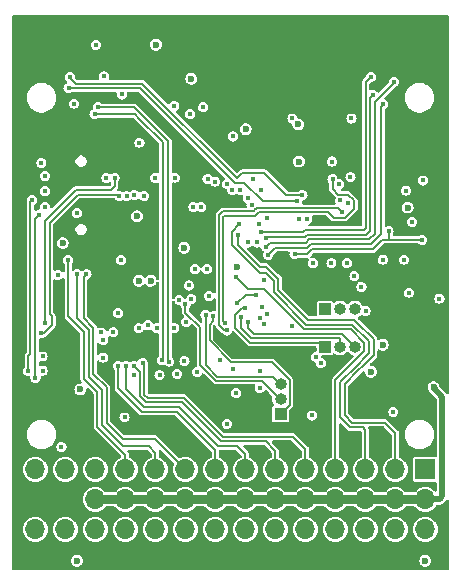
<source format=gbr>
%TF.GenerationSoftware,KiCad,Pcbnew,8.0.8-8.0.8-0~ubuntu24.04.1*%
%TF.CreationDate,2025-02-05T20:44:26+09:00*%
%TF.ProjectId,STM32-FC,53544d33-322d-4464-932e-6b696361645f,rev?*%
%TF.SameCoordinates,Original*%
%TF.FileFunction,Copper,L2,Inr*%
%TF.FilePolarity,Positive*%
%FSLAX46Y46*%
G04 Gerber Fmt 4.6, Leading zero omitted, Abs format (unit mm)*
G04 Created by KiCad (PCBNEW 8.0.8-8.0.8-0~ubuntu24.04.1) date 2025-02-05 20:44:26*
%MOMM*%
%LPD*%
G01*
G04 APERTURE LIST*
%TA.AperFunction,ComponentPad*%
%ADD10R,1.000000X1.000000*%
%TD*%
%TA.AperFunction,ComponentPad*%
%ADD11O,1.000000X1.000000*%
%TD*%
%TA.AperFunction,ComponentPad*%
%ADD12R,1.700000X1.700000*%
%TD*%
%TA.AperFunction,ComponentPad*%
%ADD13O,1.700000X1.700000*%
%TD*%
%TA.AperFunction,ViaPad*%
%ADD14C,0.600000*%
%TD*%
%TA.AperFunction,ViaPad*%
%ADD15C,0.450000*%
%TD*%
%TA.AperFunction,Conductor*%
%ADD16C,0.200000*%
%TD*%
%TA.AperFunction,Conductor*%
%ADD17C,0.150000*%
%TD*%
%TA.AperFunction,Conductor*%
%ADD18C,0.500000*%
%TD*%
%TA.AperFunction,Conductor*%
%ADD19C,0.800000*%
%TD*%
G04 APERTURE END LIST*
D10*
%TO.N,/SPI2_SCK*%
%TO.C,TP1*%
X147000000Y-95400000D03*
D11*
%TO.N,/SPI2_MISO*%
X148270000Y-95400000D03*
%TO.N,/SPI2_MOSI*%
X149540000Y-95400000D03*
%TD*%
D12*
%TO.N,/TIM4_CH2*%
%TO.C,J6*%
X155510000Y-108960000D03*
D13*
%TO.N,/TIM3_CH1*%
X152970000Y-108960000D03*
%TO.N,/TIM3_CH2*%
X150430000Y-108960000D03*
%TO.N,/TIM4_CH4*%
X147890000Y-108960000D03*
%TO.N,/TIM5_CH1*%
X145350000Y-108960000D03*
%TO.N,/TIM5_CH2*%
X142810000Y-108960000D03*
%TO.N,/TIM5_CH3*%
X140270000Y-108960000D03*
%TO.N,/TIM5_CH4*%
X137730000Y-108960000D03*
%TO.N,/TIM3_CH3*%
X135190000Y-108960000D03*
%TO.N,/TIM3_CH4*%
X132650000Y-108960000D03*
%TO.N,/TIM1_CH2*%
X130110000Y-108960000D03*
%TO.N,/TIM1_CH3*%
X127570000Y-108960000D03*
%TO.N,/RSSI_IN*%
X125030000Y-108960000D03*
%TO.N,/TIM1_CH4*%
X122490000Y-108960000D03*
%TO.N,+5V_PWM*%
X155510000Y-111500000D03*
X152970000Y-111500000D03*
X150430000Y-111500000D03*
X147890000Y-111500000D03*
X145350000Y-111500000D03*
X142810000Y-111500000D03*
X140270000Y-111500000D03*
X137730000Y-111500000D03*
X135190000Y-111500000D03*
X132650000Y-111500000D03*
X130110000Y-111500000D03*
X127570000Y-111500000D03*
%TO.N,+5V*%
X125030000Y-111500000D03*
X122490000Y-111500000D03*
%TO.N,GND*%
X155510000Y-114040000D03*
X152970000Y-114040000D03*
X150430000Y-114040000D03*
X147890000Y-114040000D03*
X145350000Y-114040000D03*
X142810000Y-114040000D03*
X140270000Y-114040000D03*
X137730000Y-114040000D03*
X135190000Y-114040000D03*
X132650000Y-114040000D03*
X130110000Y-114040000D03*
X127570000Y-114040000D03*
X125030000Y-114040000D03*
X122490000Y-114040000D03*
%TD*%
D10*
%TO.N,/SPI1_SCK*%
%TO.C,TP2*%
X143250000Y-104270000D03*
D11*
%TO.N,/SPI1_MISO*%
X143250000Y-103000000D03*
%TO.N,/SPI1_MOSI*%
X143250000Y-101730000D03*
%TD*%
D10*
%TO.N,/SPI3_SCK*%
%TO.C,TP3*%
X147000000Y-98600000D03*
D11*
%TO.N,/SPI3_MISO*%
X148270000Y-98600000D03*
%TO.N,/SPI3_MOSI*%
X149540000Y-98600000D03*
%TD*%
D14*
%TO.N,GND*%
X135100000Y-90200000D03*
D15*
%TO.N,/TIM3_CH2*%
X139708639Y-88223726D03*
%TO.N,/UART1_TX*%
X141400000Y-88200000D03*
%TO.N,/TIM3_CH1*%
X139628071Y-89119921D03*
D14*
%TO.N,GND*%
X139573267Y-91800000D03*
D15*
%TO.N,/TIM4_CH4*%
X139510251Y-92715824D03*
%TO.N,/TIM5_CH1*%
X131565021Y-99950000D03*
%TO.N,/TIM5_CH2*%
X130799955Y-100192137D03*
%TO.N,/TIM5_CH3*%
X130150003Y-100200000D03*
%TO.N,/TIM5_CH4*%
X129500000Y-100200000D03*
%TO.N,/TIM3_CH4*%
X126019255Y-92450000D03*
%TO.N,/TIM3_CH3*%
X126819258Y-92450000D03*
%TO.N,/TIM1_CH2*%
X125264265Y-91264265D03*
%TO.N,Net-(J2-CC1)*%
X124400000Y-92500000D03*
%TO.N,/TIM1_CH4*%
X121875000Y-100639998D03*
X122176328Y-86185089D03*
%TO.N,/TIM1_CH3*%
X122800000Y-87400000D03*
X122500000Y-101200000D03*
D14*
%TO.N,+5V*%
X125707822Y-97253365D03*
X124500000Y-102675002D03*
%TO.N,GND*%
X126300000Y-102200000D03*
X124800000Y-89800000D03*
D15*
%TO.N,/NRST*%
X123300000Y-86750000D03*
%TO.N,/SWDIO*%
X123300000Y-84100000D03*
%TO.N,/SWCLK*%
X123300000Y-85400000D03*
D14*
%TO.N,GND*%
X131095021Y-87531450D03*
X140300000Y-80154975D03*
%TO.N,/CAN2_STBY*%
X144762654Y-79762654D03*
%TO.N,GND*%
X144800000Y-82900000D03*
D15*
%TO.N,/CAN2_STBY*%
X135874997Y-86750000D03*
X139225000Y-80775000D03*
%TO.N,/CAN1_STBY*%
X136525000Y-86750000D03*
%TO.N,/FLASH_NSS*%
X148471446Y-87200000D03*
%TO.N,/MSD_DETECT*%
X147651061Y-84400000D03*
X138563534Y-96567631D03*
%TO.N,/FLASH_NSS*%
X138713910Y-97200000D03*
%TO.N,/BARO_INT*%
X129750000Y-91250000D03*
D14*
%TO.N,GND*%
X132250000Y-93000000D03*
%TO.N,+3.3V*%
X131250000Y-93000000D03*
D15*
%TO.N,/RSSI_IN*%
X130798685Y-100935870D03*
%TO.N,/PM_CURRENT*%
X133835271Y-99837596D03*
%TO.N,/V_BATT*%
X135110000Y-99810000D03*
%TO.N,GND*%
X141500000Y-102100000D03*
%TO.N,/CAN1_RX*%
X145493415Y-87775000D03*
%TO.N,/UART5_TX*%
X141565600Y-85323138D03*
%TO.N,/UART5_RX*%
X142125469Y-87683616D03*
%TO.N,+3.3V*%
X144225000Y-96819586D03*
D14*
%TO.N,GND*%
X155500000Y-116700000D03*
X126000000Y-116700000D03*
D15*
%TO.N,/UART1_RX*%
X124700000Y-107075000D03*
%TO.N,/UART5_TX*%
X129092718Y-97357792D03*
%TO.N,/UART5_RX*%
X128071431Y-97375007D03*
%TO.N,/I2C2_SCL*%
X129587233Y-85811918D03*
%TO.N,/I2C2_SDA*%
X129200000Y-84271232D03*
X123300000Y-96600000D03*
%TO.N,/I2C2_SCL*%
X123000000Y-97450000D03*
%TO.N,+3.3V*%
X152800000Y-104100000D03*
X145900000Y-104400000D03*
%TO.N,+3.3V_RC*%
X153854504Y-85354504D03*
X136200000Y-100700000D03*
X133000000Y-101000000D03*
%TO.N,/I2C1_SDA*%
X123099998Y-100600000D03*
%TO.N,/I2C1_SCL*%
X123099998Y-99400000D03*
%TO.N,/I2C1_SDA*%
X146654972Y-99973085D03*
%TO.N,/I2C1_SCL*%
X146264252Y-99453622D03*
%TO.N,/TIM4_CH2*%
X150453042Y-95548260D03*
%TO.N,/I2C3_SDA*%
X129800000Y-77225000D03*
%TO.N,/GPS1_BUZZER*%
X136700000Y-78300000D03*
%TO.N,Net-(J4-DET)*%
X148176061Y-84818978D03*
D14*
%TO.N,+5V*%
X132600000Y-91000000D03*
D15*
%TO.N,/GPS1_LED*%
X134337241Y-84265801D03*
%TO.N,/GPS1_LED_SW*%
X132642322Y-84279519D03*
%TO.N,/I2C3_SCL*%
X127600000Y-73024998D03*
D14*
%TO.N,+5V*%
X152800000Y-91400000D03*
D15*
%TO.N,/BOOT1*%
X154100000Y-94000000D03*
X153690773Y-91208758D03*
%TO.N,/SPI2_MOSI*%
X154390134Y-87994427D03*
%TO.N,GND*%
X128300000Y-75700000D03*
X141250000Y-89750000D03*
X136000000Y-92000000D03*
X141500000Y-100600000D03*
X132000000Y-96750000D03*
D14*
X150900000Y-100701574D03*
D15*
X138105700Y-99696512D03*
X142100000Y-95800000D03*
D14*
X135700000Y-75900000D03*
D15*
X130042651Y-104562312D03*
X156700000Y-94500000D03*
X151900000Y-91200000D03*
D14*
X151900000Y-98400000D03*
D15*
X138700000Y-105100000D03*
X155300000Y-84500000D03*
%TO.N,/NRST*%
X134262241Y-96986415D03*
%TO.N,/OSC_IN*%
X139500000Y-102500000D03*
%TO.N,/OSC_OUT*%
X134500000Y-100865000D03*
D14*
%TO.N,+5V*%
X138400000Y-78300000D03*
X143800000Y-82900000D03*
X126600000Y-105200000D03*
X154900000Y-72700000D03*
D15*
X142500000Y-83000000D03*
X146750000Y-82750000D03*
D14*
X134000000Y-106400000D03*
X148800000Y-82900000D03*
X155828768Y-95900000D03*
X142600000Y-72700000D03*
X129000000Y-72300000D03*
X124000000Y-72300000D03*
D15*
%TO.N,Net-(BZ1-+)*%
X135600000Y-78900000D03*
%TO.N,/UART1_RX*%
X138733878Y-84800654D03*
X149171232Y-84228768D03*
%TO.N,+3.3V*%
X125750000Y-78000000D03*
X144250000Y-79250000D03*
X137000000Y-92000000D03*
X140500000Y-89750000D03*
X128250000Y-99500000D03*
X131250000Y-97000000D03*
X140900000Y-84400000D03*
X129500000Y-95750000D03*
X128500000Y-84271232D03*
X149250000Y-79250000D03*
X149500000Y-92600000D03*
D14*
X154000000Y-86800000D03*
D15*
X137191351Y-94266757D03*
X139250000Y-100500000D03*
X123000000Y-83000000D03*
X148300000Y-86200000D03*
X128250000Y-98000000D03*
D14*
%TO.N,+5V_PWM*%
X156200000Y-102000000D03*
D15*
%TO.N,/SPI1_SCK*%
X137536340Y-96007571D03*
X134680548Y-94609266D03*
%TO.N,/SPI1_MISO*%
X135200000Y-95000000D03*
%TO.N,/SPI1_MOSI*%
X136900000Y-95875002D03*
X135700000Y-94563068D03*
%TO.N,/MAG_NSS*%
X141477169Y-96150633D03*
%TO.N,/SPI2_SCK*%
X130237102Y-85825001D03*
X147555000Y-91500000D03*
%TO.N,/PM_VOLTAGE*%
X133200000Y-99700000D03*
X127500000Y-78900000D03*
%TO.N,/PM_CURRENT*%
X127800000Y-78300000D03*
%TO.N,/USB_D-*%
X139150000Y-85300000D03*
%TO.N,/USB_D+*%
X139850000Y-85300000D03*
%TO.N,/SWDIO*%
X140500000Y-86000000D03*
%TO.N,/SWCLK*%
X140790690Y-86581380D03*
%TO.N,/UART4_TX*%
X145106062Y-85749853D03*
X125400000Y-75750002D03*
%TO.N,/UART4_RX*%
X144670599Y-86275000D03*
X125300000Y-76700000D03*
%TO.N,/SPI2_MISO*%
X130878768Y-85721232D03*
X148865000Y-91515000D03*
%TO.N,/SPI2_MOSI*%
X131700000Y-85800000D03*
X146000000Y-91500000D03*
%TO.N,/UART2_CTS*%
X141560947Y-88880961D03*
X150900000Y-75750000D03*
%TO.N,/UART2_RTS*%
X141978832Y-89378832D03*
X151077611Y-77253368D03*
%TO.N,/UART2_RX*%
X151954707Y-78037757D03*
X142200000Y-90800000D03*
%TO.N,/UART2_TX*%
X152840886Y-76150000D03*
X141994838Y-90105289D03*
%TO.N,/Sensors/MAG_C1*%
X141200000Y-94200000D03*
X139600000Y-94900000D03*
%TO.N,/I2C3_SDA*%
X137070802Y-84384035D03*
%TO.N,/I2C3_SCL*%
X137683878Y-84600000D03*
%TO.N,Net-(Q1-B)*%
X134262158Y-78205396D03*
%TO.N,/SPI3_SCK*%
X140200000Y-95300000D03*
%TO.N,/SPI3_MOSI*%
X140496446Y-96503554D03*
X141703783Y-95203027D03*
%TO.N,/SPI3_MISO*%
X141836623Y-92955482D03*
X139900000Y-96100000D03*
%TO.N,/GYRO2_NSS*%
X141857938Y-96677433D03*
%TO.N,/GYRO1_NSS*%
X135503554Y-93396446D03*
%TO.N,/BARO_NSS*%
X135269242Y-96476350D03*
%TO.N,/CAN2_RX*%
X131300000Y-81300000D03*
X147600000Y-82900000D03*
%TO.N,/CAN2_TX*%
X148996446Y-86403554D03*
%TO.N,/TIM4_CH2*%
X150100000Y-93500000D03*
%TO.N,/MSD_NSS*%
X152400000Y-88800000D03*
X144430710Y-90761219D03*
X155238419Y-89525000D03*
%TO.N,/CAN1_TX*%
X144843412Y-87775000D03*
%TO.N,Net-(J2-CC1)*%
X126000000Y-87275000D03*
D14*
%TO.N,+3.3V*%
X132700000Y-73000000D03*
D15*
X132750000Y-97000000D03*
%TD*%
D16*
%TO.N,/TIM3_CH2*%
X150430000Y-105630000D02*
X150200000Y-105400000D01*
X150430000Y-108960000D02*
X150430000Y-105630000D01*
X150200000Y-105400000D02*
X149124314Y-105400000D01*
X149682843Y-100182843D02*
X148290000Y-101575686D01*
X150505685Y-99360000D02*
X149682843Y-100182843D01*
X150740000Y-99125685D02*
X150505685Y-99360000D01*
X150740000Y-98102944D02*
X150740000Y-99125685D01*
X149337056Y-96700000D02*
X150740000Y-98102944D01*
X145413564Y-96700000D02*
X149337056Y-96700000D01*
X142656781Y-93943217D02*
X145413564Y-96700000D01*
X142656781Y-92999888D02*
X142656781Y-93943217D01*
X142028447Y-92371553D02*
X142656781Y-92999888D01*
X141471553Y-92371553D02*
X142028447Y-92371553D01*
X139103071Y-90003071D02*
X141471553Y-92371553D01*
X139103071Y-88829294D02*
X139103071Y-90003071D01*
X139708639Y-88223726D02*
X139103071Y-88829294D01*
X148290000Y-101575686D02*
X148290000Y-104565686D01*
X148290000Y-104565686D02*
X149124314Y-105400000D01*
%TO.N,/TIM3_CH1*%
X149502742Y-96300000D02*
X145579250Y-96300000D01*
X149737056Y-96534315D02*
X149502742Y-96300000D01*
X151140000Y-97937259D02*
X149737056Y-96534315D01*
X151140000Y-99291371D02*
X151140000Y-97937259D01*
X150905685Y-99525685D02*
X151140000Y-99291371D01*
X150231370Y-100200000D02*
X150905685Y-99525685D01*
X149848529Y-100582843D02*
X150231370Y-100200000D01*
X148690000Y-101741372D02*
X149848529Y-100582843D01*
X148690000Y-104400000D02*
X148690000Y-101741372D01*
X149290000Y-105000000D02*
X148690000Y-104400000D01*
X152100000Y-105000000D02*
X149290000Y-105000000D01*
X152970000Y-105870000D02*
X152100000Y-105000000D01*
X152970000Y-108960000D02*
X152970000Y-105870000D01*
X145579250Y-96300000D02*
X143056781Y-93777531D01*
X143056781Y-93777531D02*
X143056781Y-92834203D01*
X143056781Y-92834203D02*
X142861289Y-92638711D01*
X142039736Y-91817157D02*
X141482843Y-91817157D01*
X142861289Y-92638711D02*
X142039736Y-91817157D01*
X141482843Y-91817157D02*
X139628071Y-89962385D01*
X139628071Y-89962385D02*
X139628071Y-89119921D01*
%TO.N,/TIM4_CH4*%
X139510251Y-92715824D02*
X140469427Y-93675000D01*
X140469427Y-93675000D02*
X141822877Y-93675000D01*
X141822877Y-93675000D02*
X142923939Y-94776061D01*
X142923939Y-94776061D02*
X145247878Y-97100000D01*
X145247878Y-97100000D02*
X149171371Y-97100000D01*
X149171371Y-97100000D02*
X150340000Y-98268629D01*
X150340000Y-98268629D02*
X150340000Y-98960000D01*
X150340000Y-98960000D02*
X147890000Y-101410000D01*
X147890000Y-101410000D02*
X147890000Y-108960000D01*
D17*
%TO.N,/MSD_DETECT*%
X141074152Y-87500000D02*
X140400000Y-87500000D01*
X138494974Y-87500000D02*
X138386340Y-87608634D01*
X140400000Y-87500000D02*
X138494974Y-87500000D01*
X138386340Y-87608634D02*
X138386340Y-96390437D01*
X138386340Y-96390437D02*
X138563534Y-96567631D01*
%TO.N,/FLASH_NSS*%
X138713910Y-97200000D02*
X138488796Y-97200000D01*
X138488796Y-97200000D02*
X138036340Y-96747544D01*
X138036340Y-96747544D02*
X138036340Y-87463660D01*
X141039588Y-87039588D02*
X141245561Y-86833616D01*
X138036340Y-87463660D02*
X138400000Y-87100000D01*
X141245561Y-86833616D02*
X148105062Y-86833616D01*
X138400000Y-87100000D02*
X140979176Y-87100000D01*
X148105062Y-86833616D02*
X148471446Y-87200000D01*
X140979176Y-87100000D02*
X141039588Y-87039588D01*
%TO.N,/MSD_DETECT*%
X141074152Y-87500000D02*
X141390536Y-87183616D01*
X142500000Y-87183616D02*
X141390536Y-87183616D01*
X147250000Y-87183616D02*
X142500000Y-87183616D01*
D16*
%TO.N,/TIM5_CH1*%
X131565021Y-99950000D02*
X131723685Y-100108664D01*
X131723685Y-100108664D02*
X131723685Y-102626627D01*
X131723685Y-102626627D02*
X131997058Y-102900000D01*
X131997058Y-102900000D02*
X135065686Y-102900000D01*
X135065686Y-102900000D02*
X138365686Y-106200000D01*
X138365686Y-106200000D02*
X144300000Y-106200000D01*
X144300000Y-106200000D02*
X145350000Y-107250000D01*
X145350000Y-107250000D02*
X145350000Y-108960000D01*
%TO.N,/TIM5_CH2*%
X130799955Y-100192137D02*
X131323685Y-100715867D01*
X131323685Y-100715867D02*
X131323685Y-102792313D01*
X131323685Y-102792313D02*
X131831372Y-103300000D01*
X131831372Y-103300000D02*
X134900000Y-103300000D01*
X134900000Y-103300000D02*
X138200000Y-106600000D01*
X142810000Y-107410000D02*
X142810000Y-108960000D01*
X138200000Y-106600000D02*
X142000000Y-106600000D01*
X142000000Y-106600000D02*
X142810000Y-107410000D01*
%TO.N,/TIM5_CH3*%
X140270000Y-108960000D02*
X140270000Y-107670000D01*
X140270000Y-107670000D02*
X139600000Y-107000000D01*
X139600000Y-107000000D02*
X137965686Y-107000000D01*
X137965686Y-107000000D02*
X134665686Y-103700000D01*
X134665686Y-103700000D02*
X131665686Y-103700000D01*
X131665686Y-103700000D02*
X130150003Y-102184317D01*
X130150003Y-102184317D02*
X130150003Y-100200000D01*
%TO.N,/TIM5_CH4*%
X131500000Y-104100000D02*
X134500000Y-104100000D01*
X134500000Y-104100000D02*
X137730000Y-107330000D01*
X137730000Y-107330000D02*
X137730000Y-108960000D01*
X129500000Y-100200000D02*
X129500000Y-102100000D01*
X129500000Y-102100000D02*
X131500000Y-104100000D01*
%TO.N,/TIM1_CH2*%
X125264265Y-91264265D02*
X125264265Y-95961279D01*
X126601493Y-97298507D02*
X126601493Y-101276493D01*
X127725000Y-105340686D02*
X130110000Y-107725686D01*
X125264265Y-95961279D02*
X126601493Y-97298507D01*
X126601493Y-101276493D02*
X127725000Y-102400000D01*
X127725000Y-102400000D02*
X127725000Y-105340686D01*
X130110000Y-107725686D02*
X130110000Y-108960000D01*
%TO.N,/TIM3_CH4*%
X126019255Y-92450000D02*
X126019255Y-96150583D01*
X126019255Y-96150583D02*
X127001493Y-97132821D01*
X127001493Y-97132821D02*
X127001493Y-101110807D01*
X127001493Y-101110807D02*
X128125000Y-102234314D01*
X128125000Y-102234314D02*
X128125000Y-105175000D01*
X128125000Y-105175000D02*
X129950000Y-107000000D01*
X129950000Y-107000000D02*
X132100000Y-107000000D01*
X132100000Y-107000000D02*
X132650000Y-107550000D01*
X132650000Y-107550000D02*
X132650000Y-108960000D01*
%TO.N,/TIM3_CH3*%
X126819258Y-92450000D02*
X126600000Y-92669258D01*
X126600000Y-92669258D02*
X126600000Y-96165642D01*
X126600000Y-96165642D02*
X127401493Y-96967135D01*
X127401493Y-96967135D02*
X127401493Y-100900000D01*
X127401493Y-100900000D02*
X128525000Y-102023507D01*
X128525000Y-102023507D02*
X128525000Y-105009314D01*
X128525000Y-105009314D02*
X129907843Y-106392157D01*
X129907843Y-106392157D02*
X132622157Y-106392157D01*
X132622157Y-106392157D02*
X135190000Y-108960000D01*
%TO.N,/TIM1_CH4*%
X121875000Y-99400000D02*
X121875000Y-100639998D01*
X122075000Y-99200000D02*
X121875000Y-99400000D01*
X122075000Y-90500000D02*
X122075000Y-99200000D01*
X122075000Y-86286417D02*
X122075000Y-90500000D01*
X122176328Y-86185089D02*
X122075000Y-86286417D01*
%TO.N,/TIM1_CH3*%
X122800000Y-87400000D02*
X122475000Y-87725000D01*
X122475000Y-87725000D02*
X122475000Y-101175000D01*
X122475000Y-101175000D02*
X122500000Y-101200000D01*
D18*
%TO.N,+5V*%
X124400000Y-104350000D02*
X124400000Y-102775002D01*
X124400000Y-102775002D02*
X124500000Y-102675002D01*
D17*
%TO.N,/MSD_DETECT*%
X147766384Y-87700000D02*
X147250000Y-87183616D01*
X148678553Y-87700000D02*
X147766384Y-87700000D01*
X149496446Y-86882107D02*
X148678553Y-87700000D01*
X149496446Y-86196447D02*
X149496446Y-86882107D01*
X148999999Y-85700000D02*
X149496446Y-86196447D01*
X148092893Y-85700000D02*
X148999999Y-85700000D01*
X147651061Y-85258168D02*
X148092893Y-85700000D01*
X147651061Y-84400000D02*
X147651061Y-85258168D01*
%TO.N,/FLASH_NSS*%
X148471446Y-87200000D02*
X148455062Y-87183616D01*
%TO.N,/SPI1_SCK*%
X137536340Y-96007571D02*
X137536340Y-96413660D01*
X137536340Y-96413660D02*
X137250000Y-96700000D01*
X137250000Y-98050000D02*
X139091992Y-99891992D01*
X144025000Y-101408984D02*
X144025000Y-103495000D01*
X137250000Y-96700000D02*
X137250000Y-98050000D01*
X139091992Y-99891992D02*
X142508008Y-99891992D01*
X142508008Y-99891992D02*
X144025000Y-101408984D01*
X144025000Y-103495000D02*
X143250000Y-104270000D01*
%TO.N,/SPI1_MOSI*%
X136900000Y-95875002D02*
X136900000Y-100105026D01*
X136900000Y-100105026D02*
X137898527Y-101103553D01*
X137898527Y-101103553D02*
X142623553Y-101103553D01*
X142623553Y-101103553D02*
X143250000Y-101730000D01*
%TO.N,/SPI1_MISO*%
X135200000Y-95000000D02*
X135200000Y-95700001D01*
X137753553Y-101453553D02*
X141646447Y-101453553D01*
X143192894Y-103000000D02*
X143250000Y-103000000D01*
X135200000Y-95700001D02*
X136450000Y-96950001D01*
X141646447Y-101453553D02*
X143192894Y-103000000D01*
X136450000Y-96950001D02*
X136450000Y-100150000D01*
X136450000Y-100150000D02*
X137753553Y-101453553D01*
D16*
%TO.N,/PM_CURRENT*%
X133835271Y-99837596D02*
X133737241Y-99739566D01*
X133737241Y-99739566D02*
X133737241Y-81171555D01*
X133737241Y-81171555D02*
X130865686Y-78300000D01*
X130865686Y-78300000D02*
X127800000Y-78300000D01*
D17*
%TO.N,/SPI3_MOSI*%
X140975000Y-97475000D02*
X148415000Y-97475000D01*
X148415000Y-97475000D02*
X149540000Y-98600000D01*
D16*
%TO.N,/I2C2_SCL*%
X123000000Y-97450000D02*
X123192463Y-97450000D01*
X123192463Y-97450000D02*
X123900000Y-96742463D01*
X123900000Y-96742463D02*
X123900000Y-96000000D01*
X123900000Y-96000000D02*
X123700000Y-95800000D01*
X123700000Y-95800000D02*
X123700000Y-88065686D01*
X123700000Y-88065686D02*
X126065686Y-85700000D01*
X126065686Y-85700000D02*
X129475315Y-85700000D01*
X129475315Y-85700000D02*
X129587233Y-85811918D01*
%TO.N,/I2C2_SDA*%
X123300000Y-96600000D02*
X123300000Y-87900000D01*
X123300000Y-87900000D02*
X125900000Y-85300000D01*
X125900000Y-85300000D02*
X128900000Y-85300000D01*
X128900000Y-85300000D02*
X129200000Y-85000000D01*
X129200000Y-85000000D02*
X129200000Y-84271232D01*
D18*
%TO.N,+5V*%
X121040000Y-105626548D02*
X121040000Y-110050000D01*
X126600000Y-105200000D02*
X125900000Y-104500000D01*
X122166548Y-104500000D02*
X121040000Y-105626548D01*
X122490000Y-111500000D02*
X125030000Y-111500000D01*
X125900000Y-104500000D02*
X122166548Y-104500000D01*
X121040000Y-110050000D02*
X122490000Y-111500000D01*
%TO.N,+5V_PWM*%
X156200000Y-102000000D02*
X156200000Y-102100000D01*
X155510000Y-111500000D02*
X156712081Y-111500000D01*
D19*
X127570000Y-111500000D02*
X155510000Y-111500000D01*
D18*
X156960000Y-111252081D02*
X156960000Y-102860000D01*
X156200000Y-102100000D02*
X156960000Y-102860000D01*
X156712081Y-111500000D02*
X156960000Y-111252081D01*
D16*
%TO.N,/PM_VOLTAGE*%
X130900000Y-78900000D02*
X131300000Y-79300000D01*
X131300000Y-79300000D02*
X133275000Y-81275000D01*
X133275000Y-81275000D02*
X133275000Y-99625000D01*
X133275000Y-99625000D02*
X133200000Y-99700000D01*
X127500000Y-78900000D02*
X130900000Y-78900000D01*
%TO.N,/UART4_TX*%
X139533149Y-84291776D02*
X139600000Y-84291776D01*
X143749853Y-85749853D02*
X145106062Y-85749853D01*
X141875000Y-83875000D02*
X143749853Y-85749853D01*
X125400000Y-75750002D02*
X125400000Y-75800000D01*
X131541373Y-76300000D02*
X131720687Y-76479313D01*
X125400000Y-75800000D02*
X125900000Y-76300000D01*
X131720687Y-76479313D02*
X139533149Y-84291776D01*
X125900000Y-76300000D02*
X131541373Y-76300000D01*
X140016776Y-83875000D02*
X141875000Y-83875000D01*
X139600000Y-84291776D02*
X140016776Y-83875000D01*
%TO.N,/UART4_RX*%
X139367463Y-84691776D02*
X133687844Y-79012156D01*
X144670599Y-86275000D02*
X141775000Y-86275000D01*
X131375688Y-76700000D02*
X125300000Y-76700000D01*
X141775000Y-86275000D02*
X140191776Y-84691776D01*
X133687844Y-79012156D02*
X131375688Y-76700000D01*
X140191776Y-84691776D02*
X139367463Y-84691776D01*
%TO.N,/UART2_CTS*%
X150450000Y-79565690D02*
X150450000Y-76200000D01*
X150450000Y-76200000D02*
X150900000Y-75750000D01*
X141588076Y-88853832D02*
X145149110Y-88853832D01*
X145302942Y-88700000D02*
X150300000Y-88700000D01*
X150450000Y-88550000D02*
X150450000Y-79565690D01*
X141560947Y-88880961D02*
X141588076Y-88853832D01*
X145149110Y-88853832D02*
X145302942Y-88700000D01*
X150300000Y-88700000D02*
X150450000Y-88550000D01*
%TO.N,/UART2_RTS*%
X145468628Y-89100000D02*
X146700000Y-89100000D01*
X146700000Y-89100000D02*
X150500000Y-89100000D01*
X150850000Y-88750000D02*
X150850000Y-78765687D01*
X150850000Y-78765687D02*
X150850000Y-77480979D01*
X150500000Y-89100000D02*
X150850000Y-88750000D01*
X145284314Y-89284314D02*
X145468628Y-89100000D01*
X142057664Y-89300000D02*
X143200000Y-89300000D01*
X150850000Y-77480979D02*
X151077611Y-77253368D01*
X143200000Y-89300000D02*
X145268628Y-89300000D01*
X141978832Y-89378832D02*
X142057664Y-89300000D01*
X145268628Y-89300000D02*
X145284314Y-89284314D01*
%TO.N,/UART2_RX*%
X142800000Y-90200000D02*
X142200000Y-90800000D01*
X151750000Y-78242464D02*
X151954707Y-78037757D01*
X151750000Y-78740000D02*
X151750000Y-89065686D01*
X145500000Y-90200000D02*
X142800000Y-90200000D01*
X151750000Y-89065686D02*
X150915686Y-89900000D01*
X151750000Y-78740000D02*
X151750000Y-78242464D01*
X150915686Y-89900000D02*
X145800000Y-89900000D01*
X145800000Y-89900000D02*
X145500000Y-90200000D01*
%TO.N,/UART2_TX*%
X152840886Y-76232556D02*
X151250000Y-77823442D01*
X150750000Y-89500000D02*
X145634314Y-89500000D01*
X151250000Y-77823442D02*
X151250000Y-89000000D01*
X145634314Y-89500000D02*
X145367157Y-89767157D01*
X152840886Y-76150000D02*
X152840886Y-76232556D01*
X151250000Y-89000000D02*
X150750000Y-89500000D01*
X142332970Y-89767157D02*
X141994838Y-90105289D01*
X145367157Y-89767157D02*
X142332970Y-89767157D01*
D17*
%TO.N,/Sensors/MAG_C1*%
X141200000Y-94200000D02*
X140300000Y-94200000D01*
X140300000Y-94200000D02*
X139600000Y-94900000D01*
%TO.N,/SPI3_SCK*%
X140680025Y-98250000D02*
X146650000Y-98250000D01*
X139400000Y-95892893D02*
X139400000Y-96969975D01*
X139400000Y-96969975D02*
X140680025Y-98250000D01*
X146650000Y-98250000D02*
X147000000Y-98600000D01*
X140200000Y-95300000D02*
X139992893Y-95300000D01*
X139992893Y-95300000D02*
X139400000Y-95892893D01*
%TO.N,/SPI3_MISO*%
X148270000Y-97892894D02*
X148202106Y-97825000D01*
X139900000Y-96975000D02*
X139900000Y-96100000D01*
X148270000Y-98600000D02*
X148270000Y-97892894D01*
X148202106Y-97825000D02*
X140750000Y-97825000D01*
X140750000Y-97825000D02*
X139900000Y-96975000D01*
D16*
%TO.N,/MSD_NSS*%
X152400000Y-88800000D02*
X152400000Y-89425000D01*
X145504467Y-90761219D02*
X145665686Y-90600000D01*
X151048529Y-90332843D02*
X151790686Y-89590686D01*
X152500000Y-89525000D02*
X151856372Y-89525000D01*
X145932842Y-90332843D02*
X151048529Y-90332843D01*
X151856372Y-89525000D02*
X151790686Y-89590686D01*
X152400000Y-88981372D02*
X152400000Y-88800000D01*
X155238419Y-89525000D02*
X152500000Y-89525000D01*
X145665686Y-90600000D02*
X145932842Y-90332843D01*
X144430710Y-90761219D02*
X145504467Y-90761219D01*
X152400000Y-89425000D02*
X152500000Y-89525000D01*
D17*
%TO.N,/SPI3_MOSI*%
X140496446Y-96503554D02*
X140496446Y-96996446D01*
X140496446Y-96996446D02*
X140975000Y-97475000D01*
%TD*%
%TA.AperFunction,Conductor*%
%TO.N,+5V*%
G36*
X157443039Y-70519685D02*
G01*
X157488794Y-70572489D01*
X157500000Y-70624000D01*
X157500000Y-102463535D01*
X157480315Y-102530574D01*
X157427511Y-102576329D01*
X157358353Y-102586273D01*
X157294797Y-102557248D01*
X157288319Y-102551216D01*
X156729547Y-101992444D01*
X156696062Y-101931121D01*
X156694492Y-101922424D01*
X156685165Y-101857543D01*
X156625377Y-101726627D01*
X156531128Y-101617857D01*
X156410053Y-101540047D01*
X156410051Y-101540046D01*
X156410049Y-101540045D01*
X156410050Y-101540045D01*
X156271963Y-101499500D01*
X156271961Y-101499500D01*
X156128039Y-101499500D01*
X156128036Y-101499500D01*
X155989949Y-101540045D01*
X155868873Y-101617856D01*
X155868872Y-101617856D01*
X155868872Y-101617857D01*
X155857653Y-101630804D01*
X155774623Y-101726626D01*
X155774622Y-101726628D01*
X155714834Y-101857543D01*
X155694353Y-102000000D01*
X155714834Y-102142456D01*
X155774623Y-102273374D01*
X155774625Y-102273377D01*
X155782698Y-102282694D01*
X155796367Y-102301890D01*
X155839512Y-102376616D01*
X156473181Y-103010284D01*
X156506666Y-103071607D01*
X156509500Y-103097965D01*
X156509500Y-107785500D01*
X156489815Y-107852539D01*
X156437011Y-107898294D01*
X156385500Y-107909500D01*
X154640247Y-107909500D01*
X154581770Y-107921131D01*
X154581769Y-107921132D01*
X154515447Y-107965447D01*
X154471132Y-108031769D01*
X154471131Y-108031770D01*
X154459500Y-108090247D01*
X154459500Y-109829752D01*
X154471131Y-109888229D01*
X154471132Y-109888230D01*
X154515447Y-109954552D01*
X154581769Y-109998867D01*
X154581770Y-109998868D01*
X154640247Y-110010499D01*
X154640250Y-110010500D01*
X156385500Y-110010500D01*
X156452539Y-110030185D01*
X156498294Y-110082989D01*
X156509500Y-110134500D01*
X156509500Y-110715424D01*
X156489815Y-110782463D01*
X156437011Y-110828218D01*
X156367853Y-110838162D01*
X156304297Y-110809137D01*
X156289646Y-110794088D01*
X156256410Y-110753589D01*
X156096452Y-110622317D01*
X156096453Y-110622317D01*
X156096450Y-110622315D01*
X155913954Y-110524768D01*
X155715934Y-110464700D01*
X155715932Y-110464699D01*
X155715934Y-110464699D01*
X155510000Y-110444417D01*
X155304067Y-110464699D01*
X155106043Y-110524769D01*
X154995898Y-110583643D01*
X154923550Y-110622315D01*
X154923548Y-110622316D01*
X154923547Y-110622317D01*
X154763589Y-110753590D01*
X154681050Y-110854165D01*
X154623305Y-110893499D01*
X154585197Y-110899500D01*
X153894803Y-110899500D01*
X153827764Y-110879815D01*
X153798950Y-110854165D01*
X153716410Y-110753590D01*
X153556452Y-110622317D01*
X153556453Y-110622317D01*
X153556450Y-110622315D01*
X153373954Y-110524768D01*
X153175934Y-110464700D01*
X153175932Y-110464699D01*
X153175934Y-110464699D01*
X152970000Y-110444417D01*
X152764067Y-110464699D01*
X152566043Y-110524769D01*
X152455898Y-110583643D01*
X152383550Y-110622315D01*
X152383548Y-110622316D01*
X152383547Y-110622317D01*
X152223589Y-110753590D01*
X152141050Y-110854165D01*
X152083305Y-110893499D01*
X152045197Y-110899500D01*
X151354803Y-110899500D01*
X151287764Y-110879815D01*
X151258950Y-110854165D01*
X151176410Y-110753590D01*
X151016452Y-110622317D01*
X151016453Y-110622317D01*
X151016450Y-110622315D01*
X150833954Y-110524768D01*
X150635934Y-110464700D01*
X150635932Y-110464699D01*
X150635934Y-110464699D01*
X150430000Y-110444417D01*
X150224067Y-110464699D01*
X150026043Y-110524769D01*
X149915898Y-110583643D01*
X149843550Y-110622315D01*
X149843548Y-110622316D01*
X149843547Y-110622317D01*
X149683589Y-110753590D01*
X149601050Y-110854165D01*
X149543305Y-110893499D01*
X149505197Y-110899500D01*
X148814803Y-110899500D01*
X148747764Y-110879815D01*
X148718950Y-110854165D01*
X148636410Y-110753590D01*
X148476452Y-110622317D01*
X148476453Y-110622317D01*
X148476450Y-110622315D01*
X148293954Y-110524768D01*
X148095934Y-110464700D01*
X148095932Y-110464699D01*
X148095934Y-110464699D01*
X147890000Y-110444417D01*
X147684067Y-110464699D01*
X147486043Y-110524769D01*
X147375898Y-110583643D01*
X147303550Y-110622315D01*
X147303548Y-110622316D01*
X147303547Y-110622317D01*
X147143589Y-110753590D01*
X147061050Y-110854165D01*
X147003305Y-110893499D01*
X146965197Y-110899500D01*
X146274803Y-110899500D01*
X146207764Y-110879815D01*
X146178950Y-110854165D01*
X146096410Y-110753590D01*
X145936452Y-110622317D01*
X145936453Y-110622317D01*
X145936450Y-110622315D01*
X145753954Y-110524768D01*
X145555934Y-110464700D01*
X145555932Y-110464699D01*
X145555934Y-110464699D01*
X145350000Y-110444417D01*
X145144067Y-110464699D01*
X144946043Y-110524769D01*
X144835898Y-110583643D01*
X144763550Y-110622315D01*
X144763548Y-110622316D01*
X144763547Y-110622317D01*
X144603589Y-110753590D01*
X144521050Y-110854165D01*
X144463305Y-110893499D01*
X144425197Y-110899500D01*
X143734803Y-110899500D01*
X143667764Y-110879815D01*
X143638950Y-110854165D01*
X143556410Y-110753590D01*
X143396452Y-110622317D01*
X143396453Y-110622317D01*
X143396450Y-110622315D01*
X143213954Y-110524768D01*
X143015934Y-110464700D01*
X143015932Y-110464699D01*
X143015934Y-110464699D01*
X142810000Y-110444417D01*
X142604067Y-110464699D01*
X142406043Y-110524769D01*
X142295898Y-110583643D01*
X142223550Y-110622315D01*
X142223548Y-110622316D01*
X142223547Y-110622317D01*
X142063589Y-110753590D01*
X141981050Y-110854165D01*
X141923305Y-110893499D01*
X141885197Y-110899500D01*
X141194803Y-110899500D01*
X141127764Y-110879815D01*
X141098950Y-110854165D01*
X141016410Y-110753590D01*
X140856452Y-110622317D01*
X140856453Y-110622317D01*
X140856450Y-110622315D01*
X140673954Y-110524768D01*
X140475934Y-110464700D01*
X140475932Y-110464699D01*
X140475934Y-110464699D01*
X140270000Y-110444417D01*
X140064067Y-110464699D01*
X139866043Y-110524769D01*
X139755898Y-110583643D01*
X139683550Y-110622315D01*
X139683548Y-110622316D01*
X139683547Y-110622317D01*
X139523589Y-110753590D01*
X139441050Y-110854165D01*
X139383305Y-110893499D01*
X139345197Y-110899500D01*
X138654803Y-110899500D01*
X138587764Y-110879815D01*
X138558950Y-110854165D01*
X138476410Y-110753590D01*
X138316452Y-110622317D01*
X138316453Y-110622317D01*
X138316450Y-110622315D01*
X138133954Y-110524768D01*
X137935934Y-110464700D01*
X137935932Y-110464699D01*
X137935934Y-110464699D01*
X137730000Y-110444417D01*
X137524067Y-110464699D01*
X137326043Y-110524769D01*
X137215898Y-110583643D01*
X137143550Y-110622315D01*
X137143548Y-110622316D01*
X137143547Y-110622317D01*
X136983589Y-110753590D01*
X136901050Y-110854165D01*
X136843305Y-110893499D01*
X136805197Y-110899500D01*
X136114803Y-110899500D01*
X136047764Y-110879815D01*
X136018950Y-110854165D01*
X135936410Y-110753590D01*
X135776452Y-110622317D01*
X135776453Y-110622317D01*
X135776450Y-110622315D01*
X135593954Y-110524768D01*
X135395934Y-110464700D01*
X135395932Y-110464699D01*
X135395934Y-110464699D01*
X135190000Y-110444417D01*
X134984067Y-110464699D01*
X134786043Y-110524769D01*
X134675898Y-110583643D01*
X134603550Y-110622315D01*
X134603548Y-110622316D01*
X134603547Y-110622317D01*
X134443589Y-110753590D01*
X134361050Y-110854165D01*
X134303305Y-110893499D01*
X134265197Y-110899500D01*
X133574803Y-110899500D01*
X133507764Y-110879815D01*
X133478950Y-110854165D01*
X133396410Y-110753590D01*
X133236452Y-110622317D01*
X133236453Y-110622317D01*
X133236450Y-110622315D01*
X133053954Y-110524768D01*
X132855934Y-110464700D01*
X132855932Y-110464699D01*
X132855934Y-110464699D01*
X132650000Y-110444417D01*
X132444067Y-110464699D01*
X132246043Y-110524769D01*
X132135898Y-110583643D01*
X132063550Y-110622315D01*
X132063548Y-110622316D01*
X132063547Y-110622317D01*
X131903589Y-110753590D01*
X131821050Y-110854165D01*
X131763305Y-110893499D01*
X131725197Y-110899500D01*
X131034803Y-110899500D01*
X130967764Y-110879815D01*
X130938950Y-110854165D01*
X130856410Y-110753590D01*
X130696452Y-110622317D01*
X130696453Y-110622317D01*
X130696450Y-110622315D01*
X130513954Y-110524768D01*
X130315934Y-110464700D01*
X130315932Y-110464699D01*
X130315934Y-110464699D01*
X130110000Y-110444417D01*
X129904067Y-110464699D01*
X129706043Y-110524769D01*
X129595898Y-110583643D01*
X129523550Y-110622315D01*
X129523548Y-110622316D01*
X129523547Y-110622317D01*
X129363589Y-110753590D01*
X129281050Y-110854165D01*
X129223305Y-110893499D01*
X129185197Y-110899500D01*
X128494803Y-110899500D01*
X128427764Y-110879815D01*
X128398950Y-110854165D01*
X128316410Y-110753590D01*
X128156452Y-110622317D01*
X128156453Y-110622317D01*
X128156450Y-110622315D01*
X127973954Y-110524768D01*
X127775934Y-110464700D01*
X127775932Y-110464699D01*
X127775934Y-110464699D01*
X127570000Y-110444417D01*
X127364067Y-110464699D01*
X127166043Y-110524769D01*
X127055898Y-110583643D01*
X126983550Y-110622315D01*
X126983548Y-110622316D01*
X126983547Y-110622317D01*
X126823589Y-110753589D01*
X126692317Y-110913547D01*
X126594769Y-111096043D01*
X126534699Y-111294067D01*
X126514417Y-111500000D01*
X126534699Y-111705932D01*
X126534700Y-111705934D01*
X126594768Y-111903954D01*
X126692315Y-112086450D01*
X126726969Y-112128677D01*
X126823589Y-112246410D01*
X126920209Y-112325702D01*
X126983550Y-112377685D01*
X127166046Y-112475232D01*
X127364066Y-112535300D01*
X127364065Y-112535300D01*
X127382529Y-112537118D01*
X127570000Y-112555583D01*
X127775934Y-112535300D01*
X127973954Y-112475232D01*
X128156450Y-112377685D01*
X128316410Y-112246410D01*
X128398950Y-112145835D01*
X128456695Y-112106501D01*
X128494803Y-112100500D01*
X129185197Y-112100500D01*
X129252236Y-112120185D01*
X129281050Y-112145835D01*
X129363590Y-112246410D01*
X129523550Y-112377685D01*
X129706046Y-112475232D01*
X129904066Y-112535300D01*
X129904065Y-112535300D01*
X129922529Y-112537118D01*
X130110000Y-112555583D01*
X130315934Y-112535300D01*
X130513954Y-112475232D01*
X130696450Y-112377685D01*
X130856410Y-112246410D01*
X130938950Y-112145835D01*
X130996695Y-112106501D01*
X131034803Y-112100500D01*
X131725197Y-112100500D01*
X131792236Y-112120185D01*
X131821050Y-112145835D01*
X131903590Y-112246410D01*
X132063550Y-112377685D01*
X132246046Y-112475232D01*
X132444066Y-112535300D01*
X132444065Y-112535300D01*
X132462529Y-112537118D01*
X132650000Y-112555583D01*
X132855934Y-112535300D01*
X133053954Y-112475232D01*
X133236450Y-112377685D01*
X133396410Y-112246410D01*
X133478950Y-112145835D01*
X133536695Y-112106501D01*
X133574803Y-112100500D01*
X134265197Y-112100500D01*
X134332236Y-112120185D01*
X134361050Y-112145835D01*
X134443590Y-112246410D01*
X134603550Y-112377685D01*
X134786046Y-112475232D01*
X134984066Y-112535300D01*
X134984065Y-112535300D01*
X135002529Y-112537118D01*
X135190000Y-112555583D01*
X135395934Y-112535300D01*
X135593954Y-112475232D01*
X135776450Y-112377685D01*
X135936410Y-112246410D01*
X136018950Y-112145835D01*
X136076695Y-112106501D01*
X136114803Y-112100500D01*
X136805197Y-112100500D01*
X136872236Y-112120185D01*
X136901050Y-112145835D01*
X136983590Y-112246410D01*
X137143550Y-112377685D01*
X137326046Y-112475232D01*
X137524066Y-112535300D01*
X137524065Y-112535300D01*
X137542529Y-112537118D01*
X137730000Y-112555583D01*
X137935934Y-112535300D01*
X138133954Y-112475232D01*
X138316450Y-112377685D01*
X138476410Y-112246410D01*
X138558950Y-112145835D01*
X138616695Y-112106501D01*
X138654803Y-112100500D01*
X139345197Y-112100500D01*
X139412236Y-112120185D01*
X139441050Y-112145835D01*
X139523590Y-112246410D01*
X139683550Y-112377685D01*
X139866046Y-112475232D01*
X140064066Y-112535300D01*
X140064065Y-112535300D01*
X140082529Y-112537118D01*
X140270000Y-112555583D01*
X140475934Y-112535300D01*
X140673954Y-112475232D01*
X140856450Y-112377685D01*
X141016410Y-112246410D01*
X141098950Y-112145835D01*
X141156695Y-112106501D01*
X141194803Y-112100500D01*
X141885197Y-112100500D01*
X141952236Y-112120185D01*
X141981050Y-112145835D01*
X142063590Y-112246410D01*
X142223550Y-112377685D01*
X142406046Y-112475232D01*
X142604066Y-112535300D01*
X142604065Y-112535300D01*
X142622529Y-112537118D01*
X142810000Y-112555583D01*
X143015934Y-112535300D01*
X143213954Y-112475232D01*
X143396450Y-112377685D01*
X143556410Y-112246410D01*
X143638950Y-112145835D01*
X143696695Y-112106501D01*
X143734803Y-112100500D01*
X144425197Y-112100500D01*
X144492236Y-112120185D01*
X144521050Y-112145835D01*
X144603590Y-112246410D01*
X144763550Y-112377685D01*
X144946046Y-112475232D01*
X145144066Y-112535300D01*
X145144065Y-112535300D01*
X145162529Y-112537118D01*
X145350000Y-112555583D01*
X145555934Y-112535300D01*
X145753954Y-112475232D01*
X145936450Y-112377685D01*
X146096410Y-112246410D01*
X146178950Y-112145835D01*
X146236695Y-112106501D01*
X146274803Y-112100500D01*
X146965197Y-112100500D01*
X147032236Y-112120185D01*
X147061050Y-112145835D01*
X147143590Y-112246410D01*
X147303550Y-112377685D01*
X147486046Y-112475232D01*
X147684066Y-112535300D01*
X147684065Y-112535300D01*
X147702529Y-112537118D01*
X147890000Y-112555583D01*
X148095934Y-112535300D01*
X148293954Y-112475232D01*
X148476450Y-112377685D01*
X148636410Y-112246410D01*
X148718950Y-112145835D01*
X148776695Y-112106501D01*
X148814803Y-112100500D01*
X149505197Y-112100500D01*
X149572236Y-112120185D01*
X149601050Y-112145835D01*
X149683590Y-112246410D01*
X149843550Y-112377685D01*
X150026046Y-112475232D01*
X150224066Y-112535300D01*
X150224065Y-112535300D01*
X150242529Y-112537118D01*
X150430000Y-112555583D01*
X150635934Y-112535300D01*
X150833954Y-112475232D01*
X151016450Y-112377685D01*
X151176410Y-112246410D01*
X151258950Y-112145835D01*
X151316695Y-112106501D01*
X151354803Y-112100500D01*
X152045197Y-112100500D01*
X152112236Y-112120185D01*
X152141050Y-112145835D01*
X152223590Y-112246410D01*
X152383550Y-112377685D01*
X152566046Y-112475232D01*
X152764066Y-112535300D01*
X152764065Y-112535300D01*
X152782529Y-112537118D01*
X152970000Y-112555583D01*
X153175934Y-112535300D01*
X153373954Y-112475232D01*
X153556450Y-112377685D01*
X153716410Y-112246410D01*
X153798950Y-112145835D01*
X153856695Y-112106501D01*
X153894803Y-112100500D01*
X154585197Y-112100500D01*
X154652236Y-112120185D01*
X154681050Y-112145835D01*
X154763590Y-112246410D01*
X154923550Y-112377685D01*
X155106046Y-112475232D01*
X155304066Y-112535300D01*
X155304065Y-112535300D01*
X155322529Y-112537118D01*
X155510000Y-112555583D01*
X155715934Y-112535300D01*
X155913954Y-112475232D01*
X156096450Y-112377685D01*
X156256410Y-112246410D01*
X156387685Y-112086450D01*
X156396248Y-112070429D01*
X156425317Y-112016047D01*
X156474279Y-111966203D01*
X156534675Y-111950500D01*
X156771389Y-111950500D01*
X156771390Y-111950500D01*
X156861754Y-111926286D01*
X156885968Y-111919799D01*
X156988695Y-111860489D01*
X157288319Y-111560865D01*
X157349642Y-111527380D01*
X157419334Y-111532364D01*
X157475267Y-111574236D01*
X157499684Y-111639700D01*
X157500000Y-111648546D01*
X157500000Y-117376000D01*
X157480315Y-117443039D01*
X157427511Y-117488794D01*
X157376000Y-117500000D01*
X120624000Y-117500000D01*
X120556961Y-117480315D01*
X120511206Y-117427511D01*
X120500000Y-117376000D01*
X120500000Y-116700000D01*
X125494353Y-116700000D01*
X125514834Y-116842456D01*
X125574622Y-116973371D01*
X125574623Y-116973373D01*
X125668872Y-117082143D01*
X125789947Y-117159953D01*
X125789950Y-117159954D01*
X125789949Y-117159954D01*
X125928036Y-117200499D01*
X125928038Y-117200500D01*
X125928039Y-117200500D01*
X126071962Y-117200500D01*
X126071962Y-117200499D01*
X126210053Y-117159953D01*
X126331128Y-117082143D01*
X126425377Y-116973373D01*
X126485165Y-116842457D01*
X126505647Y-116700000D01*
X154994353Y-116700000D01*
X155014834Y-116842456D01*
X155074622Y-116973371D01*
X155074623Y-116973373D01*
X155168872Y-117082143D01*
X155289947Y-117159953D01*
X155289950Y-117159954D01*
X155289949Y-117159954D01*
X155428036Y-117200499D01*
X155428038Y-117200500D01*
X155428039Y-117200500D01*
X155571962Y-117200500D01*
X155571962Y-117200499D01*
X155710053Y-117159953D01*
X155831128Y-117082143D01*
X155925377Y-116973373D01*
X155985165Y-116842457D01*
X156005647Y-116700000D01*
X155985165Y-116557543D01*
X155925377Y-116426627D01*
X155831128Y-116317857D01*
X155710053Y-116240047D01*
X155710051Y-116240046D01*
X155710049Y-116240045D01*
X155710050Y-116240045D01*
X155571963Y-116199500D01*
X155571961Y-116199500D01*
X155428039Y-116199500D01*
X155428036Y-116199500D01*
X155289949Y-116240045D01*
X155168873Y-116317856D01*
X155074623Y-116426626D01*
X155074622Y-116426628D01*
X155014834Y-116557543D01*
X154994353Y-116700000D01*
X126505647Y-116700000D01*
X126485165Y-116557543D01*
X126425377Y-116426627D01*
X126331128Y-116317857D01*
X126210053Y-116240047D01*
X126210051Y-116240046D01*
X126210049Y-116240045D01*
X126210050Y-116240045D01*
X126071963Y-116199500D01*
X126071961Y-116199500D01*
X125928039Y-116199500D01*
X125928036Y-116199500D01*
X125789949Y-116240045D01*
X125668873Y-116317856D01*
X125574623Y-116426626D01*
X125574622Y-116426628D01*
X125514834Y-116557543D01*
X125494353Y-116700000D01*
X120500000Y-116700000D01*
X120500000Y-114040000D01*
X121434417Y-114040000D01*
X121454699Y-114245932D01*
X121454700Y-114245934D01*
X121514768Y-114443954D01*
X121612315Y-114626450D01*
X121612317Y-114626452D01*
X121743589Y-114786410D01*
X121840209Y-114865702D01*
X121903550Y-114917685D01*
X122086046Y-115015232D01*
X122284066Y-115075300D01*
X122284065Y-115075300D01*
X122302529Y-115077118D01*
X122490000Y-115095583D01*
X122695934Y-115075300D01*
X122893954Y-115015232D01*
X123076450Y-114917685D01*
X123236410Y-114786410D01*
X123367685Y-114626450D01*
X123465232Y-114443954D01*
X123525300Y-114245934D01*
X123545583Y-114040000D01*
X123974417Y-114040000D01*
X123994699Y-114245932D01*
X123994700Y-114245934D01*
X124054768Y-114443954D01*
X124152315Y-114626450D01*
X124152317Y-114626452D01*
X124283589Y-114786410D01*
X124380209Y-114865702D01*
X124443550Y-114917685D01*
X124626046Y-115015232D01*
X124824066Y-115075300D01*
X124824065Y-115075300D01*
X124842529Y-115077118D01*
X125030000Y-115095583D01*
X125235934Y-115075300D01*
X125433954Y-115015232D01*
X125616450Y-114917685D01*
X125776410Y-114786410D01*
X125907685Y-114626450D01*
X126005232Y-114443954D01*
X126065300Y-114245934D01*
X126085583Y-114040000D01*
X126514417Y-114040000D01*
X126534699Y-114245932D01*
X126534700Y-114245934D01*
X126594768Y-114443954D01*
X126692315Y-114626450D01*
X126692317Y-114626452D01*
X126823589Y-114786410D01*
X126920209Y-114865702D01*
X126983550Y-114917685D01*
X127166046Y-115015232D01*
X127364066Y-115075300D01*
X127364065Y-115075300D01*
X127382529Y-115077118D01*
X127570000Y-115095583D01*
X127775934Y-115075300D01*
X127973954Y-115015232D01*
X128156450Y-114917685D01*
X128316410Y-114786410D01*
X128447685Y-114626450D01*
X128545232Y-114443954D01*
X128605300Y-114245934D01*
X128625583Y-114040000D01*
X129054417Y-114040000D01*
X129074699Y-114245932D01*
X129074700Y-114245934D01*
X129134768Y-114443954D01*
X129232315Y-114626450D01*
X129232317Y-114626452D01*
X129363589Y-114786410D01*
X129460209Y-114865702D01*
X129523550Y-114917685D01*
X129706046Y-115015232D01*
X129904066Y-115075300D01*
X129904065Y-115075300D01*
X129922529Y-115077118D01*
X130110000Y-115095583D01*
X130315934Y-115075300D01*
X130513954Y-115015232D01*
X130696450Y-114917685D01*
X130856410Y-114786410D01*
X130987685Y-114626450D01*
X131085232Y-114443954D01*
X131145300Y-114245934D01*
X131165583Y-114040000D01*
X131594417Y-114040000D01*
X131614699Y-114245932D01*
X131614700Y-114245934D01*
X131674768Y-114443954D01*
X131772315Y-114626450D01*
X131772317Y-114626452D01*
X131903589Y-114786410D01*
X132000209Y-114865702D01*
X132063550Y-114917685D01*
X132246046Y-115015232D01*
X132444066Y-115075300D01*
X132444065Y-115075300D01*
X132462529Y-115077118D01*
X132650000Y-115095583D01*
X132855934Y-115075300D01*
X133053954Y-115015232D01*
X133236450Y-114917685D01*
X133396410Y-114786410D01*
X133527685Y-114626450D01*
X133625232Y-114443954D01*
X133685300Y-114245934D01*
X133705583Y-114040000D01*
X134134417Y-114040000D01*
X134154699Y-114245932D01*
X134154700Y-114245934D01*
X134214768Y-114443954D01*
X134312315Y-114626450D01*
X134312317Y-114626452D01*
X134443589Y-114786410D01*
X134540209Y-114865702D01*
X134603550Y-114917685D01*
X134786046Y-115015232D01*
X134984066Y-115075300D01*
X134984065Y-115075300D01*
X135002529Y-115077118D01*
X135190000Y-115095583D01*
X135395934Y-115075300D01*
X135593954Y-115015232D01*
X135776450Y-114917685D01*
X135936410Y-114786410D01*
X136067685Y-114626450D01*
X136165232Y-114443954D01*
X136225300Y-114245934D01*
X136245583Y-114040000D01*
X136674417Y-114040000D01*
X136694699Y-114245932D01*
X136694700Y-114245934D01*
X136754768Y-114443954D01*
X136852315Y-114626450D01*
X136852317Y-114626452D01*
X136983589Y-114786410D01*
X137080209Y-114865702D01*
X137143550Y-114917685D01*
X137326046Y-115015232D01*
X137524066Y-115075300D01*
X137524065Y-115075300D01*
X137542529Y-115077118D01*
X137730000Y-115095583D01*
X137935934Y-115075300D01*
X138133954Y-115015232D01*
X138316450Y-114917685D01*
X138476410Y-114786410D01*
X138607685Y-114626450D01*
X138705232Y-114443954D01*
X138765300Y-114245934D01*
X138785583Y-114040000D01*
X139214417Y-114040000D01*
X139234699Y-114245932D01*
X139234700Y-114245934D01*
X139294768Y-114443954D01*
X139392315Y-114626450D01*
X139392317Y-114626452D01*
X139523589Y-114786410D01*
X139620209Y-114865702D01*
X139683550Y-114917685D01*
X139866046Y-115015232D01*
X140064066Y-115075300D01*
X140064065Y-115075300D01*
X140082529Y-115077118D01*
X140270000Y-115095583D01*
X140475934Y-115075300D01*
X140673954Y-115015232D01*
X140856450Y-114917685D01*
X141016410Y-114786410D01*
X141147685Y-114626450D01*
X141245232Y-114443954D01*
X141305300Y-114245934D01*
X141325583Y-114040000D01*
X141754417Y-114040000D01*
X141774699Y-114245932D01*
X141774700Y-114245934D01*
X141834768Y-114443954D01*
X141932315Y-114626450D01*
X141932317Y-114626452D01*
X142063589Y-114786410D01*
X142160209Y-114865702D01*
X142223550Y-114917685D01*
X142406046Y-115015232D01*
X142604066Y-115075300D01*
X142604065Y-115075300D01*
X142622529Y-115077118D01*
X142810000Y-115095583D01*
X143015934Y-115075300D01*
X143213954Y-115015232D01*
X143396450Y-114917685D01*
X143556410Y-114786410D01*
X143687685Y-114626450D01*
X143785232Y-114443954D01*
X143845300Y-114245934D01*
X143865583Y-114040000D01*
X144294417Y-114040000D01*
X144314699Y-114245932D01*
X144314700Y-114245934D01*
X144374768Y-114443954D01*
X144472315Y-114626450D01*
X144472317Y-114626452D01*
X144603589Y-114786410D01*
X144700209Y-114865702D01*
X144763550Y-114917685D01*
X144946046Y-115015232D01*
X145144066Y-115075300D01*
X145144065Y-115075300D01*
X145162529Y-115077118D01*
X145350000Y-115095583D01*
X145555934Y-115075300D01*
X145753954Y-115015232D01*
X145936450Y-114917685D01*
X146096410Y-114786410D01*
X146227685Y-114626450D01*
X146325232Y-114443954D01*
X146385300Y-114245934D01*
X146405583Y-114040000D01*
X146834417Y-114040000D01*
X146854699Y-114245932D01*
X146854700Y-114245934D01*
X146914768Y-114443954D01*
X147012315Y-114626450D01*
X147012317Y-114626452D01*
X147143589Y-114786410D01*
X147240209Y-114865702D01*
X147303550Y-114917685D01*
X147486046Y-115015232D01*
X147684066Y-115075300D01*
X147684065Y-115075300D01*
X147702529Y-115077118D01*
X147890000Y-115095583D01*
X148095934Y-115075300D01*
X148293954Y-115015232D01*
X148476450Y-114917685D01*
X148636410Y-114786410D01*
X148767685Y-114626450D01*
X148865232Y-114443954D01*
X148925300Y-114245934D01*
X148945583Y-114040000D01*
X149374417Y-114040000D01*
X149394699Y-114245932D01*
X149394700Y-114245934D01*
X149454768Y-114443954D01*
X149552315Y-114626450D01*
X149552317Y-114626452D01*
X149683589Y-114786410D01*
X149780209Y-114865702D01*
X149843550Y-114917685D01*
X150026046Y-115015232D01*
X150224066Y-115075300D01*
X150224065Y-115075300D01*
X150242529Y-115077118D01*
X150430000Y-115095583D01*
X150635934Y-115075300D01*
X150833954Y-115015232D01*
X151016450Y-114917685D01*
X151176410Y-114786410D01*
X151307685Y-114626450D01*
X151405232Y-114443954D01*
X151465300Y-114245934D01*
X151485583Y-114040000D01*
X151914417Y-114040000D01*
X151934699Y-114245932D01*
X151934700Y-114245934D01*
X151994768Y-114443954D01*
X152092315Y-114626450D01*
X152092317Y-114626452D01*
X152223589Y-114786410D01*
X152320209Y-114865702D01*
X152383550Y-114917685D01*
X152566046Y-115015232D01*
X152764066Y-115075300D01*
X152764065Y-115075300D01*
X152782529Y-115077118D01*
X152970000Y-115095583D01*
X153175934Y-115075300D01*
X153373954Y-115015232D01*
X153556450Y-114917685D01*
X153716410Y-114786410D01*
X153847685Y-114626450D01*
X153945232Y-114443954D01*
X154005300Y-114245934D01*
X154025583Y-114040000D01*
X154454417Y-114040000D01*
X154474699Y-114245932D01*
X154474700Y-114245934D01*
X154534768Y-114443954D01*
X154632315Y-114626450D01*
X154632317Y-114626452D01*
X154763589Y-114786410D01*
X154860209Y-114865702D01*
X154923550Y-114917685D01*
X155106046Y-115015232D01*
X155304066Y-115075300D01*
X155304065Y-115075300D01*
X155322529Y-115077118D01*
X155510000Y-115095583D01*
X155715934Y-115075300D01*
X155913954Y-115015232D01*
X156096450Y-114917685D01*
X156256410Y-114786410D01*
X156387685Y-114626450D01*
X156485232Y-114443954D01*
X156545300Y-114245934D01*
X156565583Y-114040000D01*
X156545300Y-113834066D01*
X156485232Y-113636046D01*
X156387685Y-113453550D01*
X156335702Y-113390209D01*
X156256410Y-113293589D01*
X156096452Y-113162317D01*
X156096453Y-113162317D01*
X156096450Y-113162315D01*
X155913954Y-113064768D01*
X155715934Y-113004700D01*
X155715932Y-113004699D01*
X155715934Y-113004699D01*
X155510000Y-112984417D01*
X155304067Y-113004699D01*
X155106043Y-113064769D01*
X154995898Y-113123643D01*
X154923550Y-113162315D01*
X154923548Y-113162316D01*
X154923547Y-113162317D01*
X154763589Y-113293589D01*
X154632317Y-113453547D01*
X154534769Y-113636043D01*
X154474699Y-113834067D01*
X154454417Y-114040000D01*
X154025583Y-114040000D01*
X154005300Y-113834066D01*
X153945232Y-113636046D01*
X153847685Y-113453550D01*
X153795702Y-113390209D01*
X153716410Y-113293589D01*
X153556452Y-113162317D01*
X153556453Y-113162317D01*
X153556450Y-113162315D01*
X153373954Y-113064768D01*
X153175934Y-113004700D01*
X153175932Y-113004699D01*
X153175934Y-113004699D01*
X152970000Y-112984417D01*
X152764067Y-113004699D01*
X152566043Y-113064769D01*
X152455898Y-113123643D01*
X152383550Y-113162315D01*
X152383548Y-113162316D01*
X152383547Y-113162317D01*
X152223589Y-113293589D01*
X152092317Y-113453547D01*
X151994769Y-113636043D01*
X151934699Y-113834067D01*
X151914417Y-114040000D01*
X151485583Y-114040000D01*
X151465300Y-113834066D01*
X151405232Y-113636046D01*
X151307685Y-113453550D01*
X151255702Y-113390209D01*
X151176410Y-113293589D01*
X151016452Y-113162317D01*
X151016453Y-113162317D01*
X151016450Y-113162315D01*
X150833954Y-113064768D01*
X150635934Y-113004700D01*
X150635932Y-113004699D01*
X150635934Y-113004699D01*
X150430000Y-112984417D01*
X150224067Y-113004699D01*
X150026043Y-113064769D01*
X149915898Y-113123643D01*
X149843550Y-113162315D01*
X149843548Y-113162316D01*
X149843547Y-113162317D01*
X149683589Y-113293589D01*
X149552317Y-113453547D01*
X149454769Y-113636043D01*
X149394699Y-113834067D01*
X149374417Y-114040000D01*
X148945583Y-114040000D01*
X148925300Y-113834066D01*
X148865232Y-113636046D01*
X148767685Y-113453550D01*
X148715702Y-113390209D01*
X148636410Y-113293589D01*
X148476452Y-113162317D01*
X148476453Y-113162317D01*
X148476450Y-113162315D01*
X148293954Y-113064768D01*
X148095934Y-113004700D01*
X148095932Y-113004699D01*
X148095934Y-113004699D01*
X147890000Y-112984417D01*
X147684067Y-113004699D01*
X147486043Y-113064769D01*
X147375898Y-113123643D01*
X147303550Y-113162315D01*
X147303548Y-113162316D01*
X147303547Y-113162317D01*
X147143589Y-113293589D01*
X147012317Y-113453547D01*
X146914769Y-113636043D01*
X146854699Y-113834067D01*
X146834417Y-114040000D01*
X146405583Y-114040000D01*
X146385300Y-113834066D01*
X146325232Y-113636046D01*
X146227685Y-113453550D01*
X146175702Y-113390209D01*
X146096410Y-113293589D01*
X145936452Y-113162317D01*
X145936453Y-113162317D01*
X145936450Y-113162315D01*
X145753954Y-113064768D01*
X145555934Y-113004700D01*
X145555932Y-113004699D01*
X145555934Y-113004699D01*
X145350000Y-112984417D01*
X145144067Y-113004699D01*
X144946043Y-113064769D01*
X144835898Y-113123643D01*
X144763550Y-113162315D01*
X144763548Y-113162316D01*
X144763547Y-113162317D01*
X144603589Y-113293589D01*
X144472317Y-113453547D01*
X144374769Y-113636043D01*
X144314699Y-113834067D01*
X144294417Y-114040000D01*
X143865583Y-114040000D01*
X143845300Y-113834066D01*
X143785232Y-113636046D01*
X143687685Y-113453550D01*
X143635702Y-113390209D01*
X143556410Y-113293589D01*
X143396452Y-113162317D01*
X143396453Y-113162317D01*
X143396450Y-113162315D01*
X143213954Y-113064768D01*
X143015934Y-113004700D01*
X143015932Y-113004699D01*
X143015934Y-113004699D01*
X142810000Y-112984417D01*
X142604067Y-113004699D01*
X142406043Y-113064769D01*
X142295898Y-113123643D01*
X142223550Y-113162315D01*
X142223548Y-113162316D01*
X142223547Y-113162317D01*
X142063589Y-113293589D01*
X141932317Y-113453547D01*
X141834769Y-113636043D01*
X141774699Y-113834067D01*
X141754417Y-114040000D01*
X141325583Y-114040000D01*
X141305300Y-113834066D01*
X141245232Y-113636046D01*
X141147685Y-113453550D01*
X141095702Y-113390209D01*
X141016410Y-113293589D01*
X140856452Y-113162317D01*
X140856453Y-113162317D01*
X140856450Y-113162315D01*
X140673954Y-113064768D01*
X140475934Y-113004700D01*
X140475932Y-113004699D01*
X140475934Y-113004699D01*
X140270000Y-112984417D01*
X140064067Y-113004699D01*
X139866043Y-113064769D01*
X139755898Y-113123643D01*
X139683550Y-113162315D01*
X139683548Y-113162316D01*
X139683547Y-113162317D01*
X139523589Y-113293589D01*
X139392317Y-113453547D01*
X139294769Y-113636043D01*
X139234699Y-113834067D01*
X139214417Y-114040000D01*
X138785583Y-114040000D01*
X138765300Y-113834066D01*
X138705232Y-113636046D01*
X138607685Y-113453550D01*
X138555702Y-113390209D01*
X138476410Y-113293589D01*
X138316452Y-113162317D01*
X138316453Y-113162317D01*
X138316450Y-113162315D01*
X138133954Y-113064768D01*
X137935934Y-113004700D01*
X137935932Y-113004699D01*
X137935934Y-113004699D01*
X137730000Y-112984417D01*
X137524067Y-113004699D01*
X137326043Y-113064769D01*
X137215898Y-113123643D01*
X137143550Y-113162315D01*
X137143548Y-113162316D01*
X137143547Y-113162317D01*
X136983589Y-113293589D01*
X136852317Y-113453547D01*
X136754769Y-113636043D01*
X136694699Y-113834067D01*
X136674417Y-114040000D01*
X136245583Y-114040000D01*
X136225300Y-113834066D01*
X136165232Y-113636046D01*
X136067685Y-113453550D01*
X136015702Y-113390209D01*
X135936410Y-113293589D01*
X135776452Y-113162317D01*
X135776453Y-113162317D01*
X135776450Y-113162315D01*
X135593954Y-113064768D01*
X135395934Y-113004700D01*
X135395932Y-113004699D01*
X135395934Y-113004699D01*
X135190000Y-112984417D01*
X134984067Y-113004699D01*
X134786043Y-113064769D01*
X134675898Y-113123643D01*
X134603550Y-113162315D01*
X134603548Y-113162316D01*
X134603547Y-113162317D01*
X134443589Y-113293589D01*
X134312317Y-113453547D01*
X134214769Y-113636043D01*
X134154699Y-113834067D01*
X134134417Y-114040000D01*
X133705583Y-114040000D01*
X133685300Y-113834066D01*
X133625232Y-113636046D01*
X133527685Y-113453550D01*
X133475702Y-113390209D01*
X133396410Y-113293589D01*
X133236452Y-113162317D01*
X133236453Y-113162317D01*
X133236450Y-113162315D01*
X133053954Y-113064768D01*
X132855934Y-113004700D01*
X132855932Y-113004699D01*
X132855934Y-113004699D01*
X132650000Y-112984417D01*
X132444067Y-113004699D01*
X132246043Y-113064769D01*
X132135898Y-113123643D01*
X132063550Y-113162315D01*
X132063548Y-113162316D01*
X132063547Y-113162317D01*
X131903589Y-113293589D01*
X131772317Y-113453547D01*
X131674769Y-113636043D01*
X131614699Y-113834067D01*
X131594417Y-114040000D01*
X131165583Y-114040000D01*
X131145300Y-113834066D01*
X131085232Y-113636046D01*
X130987685Y-113453550D01*
X130935702Y-113390209D01*
X130856410Y-113293589D01*
X130696452Y-113162317D01*
X130696453Y-113162317D01*
X130696450Y-113162315D01*
X130513954Y-113064768D01*
X130315934Y-113004700D01*
X130315932Y-113004699D01*
X130315934Y-113004699D01*
X130110000Y-112984417D01*
X129904067Y-113004699D01*
X129706043Y-113064769D01*
X129595898Y-113123643D01*
X129523550Y-113162315D01*
X129523548Y-113162316D01*
X129523547Y-113162317D01*
X129363589Y-113293589D01*
X129232317Y-113453547D01*
X129134769Y-113636043D01*
X129074699Y-113834067D01*
X129054417Y-114040000D01*
X128625583Y-114040000D01*
X128605300Y-113834066D01*
X128545232Y-113636046D01*
X128447685Y-113453550D01*
X128395702Y-113390209D01*
X128316410Y-113293589D01*
X128156452Y-113162317D01*
X128156453Y-113162317D01*
X128156450Y-113162315D01*
X127973954Y-113064768D01*
X127775934Y-113004700D01*
X127775932Y-113004699D01*
X127775934Y-113004699D01*
X127570000Y-112984417D01*
X127364067Y-113004699D01*
X127166043Y-113064769D01*
X127055898Y-113123643D01*
X126983550Y-113162315D01*
X126983548Y-113162316D01*
X126983547Y-113162317D01*
X126823589Y-113293589D01*
X126692317Y-113453547D01*
X126594769Y-113636043D01*
X126534699Y-113834067D01*
X126514417Y-114040000D01*
X126085583Y-114040000D01*
X126065300Y-113834066D01*
X126005232Y-113636046D01*
X125907685Y-113453550D01*
X125855702Y-113390209D01*
X125776410Y-113293589D01*
X125616452Y-113162317D01*
X125616453Y-113162317D01*
X125616450Y-113162315D01*
X125433954Y-113064768D01*
X125235934Y-113004700D01*
X125235932Y-113004699D01*
X125235934Y-113004699D01*
X125030000Y-112984417D01*
X124824067Y-113004699D01*
X124626043Y-113064769D01*
X124515898Y-113123643D01*
X124443550Y-113162315D01*
X124443548Y-113162316D01*
X124443547Y-113162317D01*
X124283589Y-113293589D01*
X124152317Y-113453547D01*
X124054769Y-113636043D01*
X123994699Y-113834067D01*
X123974417Y-114040000D01*
X123545583Y-114040000D01*
X123525300Y-113834066D01*
X123465232Y-113636046D01*
X123367685Y-113453550D01*
X123315702Y-113390209D01*
X123236410Y-113293589D01*
X123076452Y-113162317D01*
X123076453Y-113162317D01*
X123076450Y-113162315D01*
X122893954Y-113064768D01*
X122695934Y-113004700D01*
X122695932Y-113004699D01*
X122695934Y-113004699D01*
X122490000Y-112984417D01*
X122284067Y-113004699D01*
X122086043Y-113064769D01*
X121975898Y-113123643D01*
X121903550Y-113162315D01*
X121903548Y-113162316D01*
X121903547Y-113162317D01*
X121743589Y-113293589D01*
X121612317Y-113453547D01*
X121514769Y-113636043D01*
X121454699Y-113834067D01*
X121434417Y-114040000D01*
X120500000Y-114040000D01*
X120500000Y-108960000D01*
X121434417Y-108960000D01*
X121454699Y-109165932D01*
X121454700Y-109165934D01*
X121514768Y-109363954D01*
X121612315Y-109546450D01*
X121612317Y-109546452D01*
X121743589Y-109706410D01*
X121840209Y-109785702D01*
X121903550Y-109837685D01*
X122086046Y-109935232D01*
X122284066Y-109995300D01*
X122284065Y-109995300D01*
X122302529Y-109997118D01*
X122490000Y-110015583D01*
X122695934Y-109995300D01*
X122893954Y-109935232D01*
X123076450Y-109837685D01*
X123236410Y-109706410D01*
X123367685Y-109546450D01*
X123465232Y-109363954D01*
X123525300Y-109165934D01*
X123545583Y-108960000D01*
X123974417Y-108960000D01*
X123994699Y-109165932D01*
X123994700Y-109165934D01*
X124054768Y-109363954D01*
X124152315Y-109546450D01*
X124152317Y-109546452D01*
X124283589Y-109706410D01*
X124380209Y-109785702D01*
X124443550Y-109837685D01*
X124626046Y-109935232D01*
X124824066Y-109995300D01*
X124824065Y-109995300D01*
X124842529Y-109997118D01*
X125030000Y-110015583D01*
X125235934Y-109995300D01*
X125433954Y-109935232D01*
X125616450Y-109837685D01*
X125776410Y-109706410D01*
X125907685Y-109546450D01*
X126005232Y-109363954D01*
X126065300Y-109165934D01*
X126085583Y-108960000D01*
X126514417Y-108960000D01*
X126534699Y-109165932D01*
X126534700Y-109165934D01*
X126594768Y-109363954D01*
X126692315Y-109546450D01*
X126692317Y-109546452D01*
X126823589Y-109706410D01*
X126920209Y-109785702D01*
X126983550Y-109837685D01*
X127166046Y-109935232D01*
X127364066Y-109995300D01*
X127364065Y-109995300D01*
X127382529Y-109997118D01*
X127570000Y-110015583D01*
X127775934Y-109995300D01*
X127973954Y-109935232D01*
X128156450Y-109837685D01*
X128316410Y-109706410D01*
X128447685Y-109546450D01*
X128545232Y-109363954D01*
X128605300Y-109165934D01*
X128625583Y-108960000D01*
X128605300Y-108754066D01*
X128545232Y-108556046D01*
X128447685Y-108373550D01*
X128395702Y-108310209D01*
X128316410Y-108213589D01*
X128156452Y-108082317D01*
X128156453Y-108082317D01*
X128156450Y-108082315D01*
X127973954Y-107984768D01*
X127775934Y-107924700D01*
X127775932Y-107924699D01*
X127775934Y-107924699D01*
X127570000Y-107904417D01*
X127364067Y-107924699D01*
X127205325Y-107972853D01*
X127166050Y-107984767D01*
X127166043Y-107984769D01*
X127055898Y-108043643D01*
X126983550Y-108082315D01*
X126983548Y-108082316D01*
X126983547Y-108082317D01*
X126823589Y-108213589D01*
X126692317Y-108373547D01*
X126692315Y-108373550D01*
X126653643Y-108445898D01*
X126594769Y-108556043D01*
X126534699Y-108754067D01*
X126514417Y-108960000D01*
X126085583Y-108960000D01*
X126065300Y-108754066D01*
X126005232Y-108556046D01*
X125907685Y-108373550D01*
X125855702Y-108310209D01*
X125776410Y-108213589D01*
X125616452Y-108082317D01*
X125616453Y-108082317D01*
X125616450Y-108082315D01*
X125433954Y-107984768D01*
X125235934Y-107924700D01*
X125235932Y-107924699D01*
X125235934Y-107924699D01*
X125030000Y-107904417D01*
X124824067Y-107924699D01*
X124665325Y-107972853D01*
X124626050Y-107984767D01*
X124626043Y-107984769D01*
X124515898Y-108043643D01*
X124443550Y-108082315D01*
X124443548Y-108082316D01*
X124443547Y-108082317D01*
X124283589Y-108213589D01*
X124152317Y-108373547D01*
X124152315Y-108373550D01*
X124113643Y-108445898D01*
X124054769Y-108556043D01*
X123994699Y-108754067D01*
X123974417Y-108960000D01*
X123545583Y-108960000D01*
X123525300Y-108754066D01*
X123465232Y-108556046D01*
X123367685Y-108373550D01*
X123315702Y-108310209D01*
X123236410Y-108213589D01*
X123076452Y-108082317D01*
X123076453Y-108082317D01*
X123076450Y-108082315D01*
X122893954Y-107984768D01*
X122695934Y-107924700D01*
X122695932Y-107924699D01*
X122695934Y-107924699D01*
X122490000Y-107904417D01*
X122284067Y-107924699D01*
X122125325Y-107972853D01*
X122086050Y-107984767D01*
X122086043Y-107984769D01*
X121975898Y-108043643D01*
X121903550Y-108082315D01*
X121903548Y-108082316D01*
X121903547Y-108082317D01*
X121743589Y-108213589D01*
X121612317Y-108373547D01*
X121612315Y-108373550D01*
X121573643Y-108445898D01*
X121514769Y-108556043D01*
X121454699Y-108754067D01*
X121434417Y-108960000D01*
X120500000Y-108960000D01*
X120500000Y-105901577D01*
X121749500Y-105901577D01*
X121749500Y-106098422D01*
X121780290Y-106292826D01*
X121841117Y-106480029D01*
X121924765Y-106644196D01*
X121930476Y-106655405D01*
X122046172Y-106814646D01*
X122185354Y-106953828D01*
X122344595Y-107069524D01*
X122427455Y-107111743D01*
X122519970Y-107158882D01*
X122519972Y-107158882D01*
X122519975Y-107158884D01*
X122552771Y-107169540D01*
X122707173Y-107219709D01*
X122901578Y-107250500D01*
X122901583Y-107250500D01*
X123098422Y-107250500D01*
X123292826Y-107219709D01*
X123321359Y-107210438D01*
X123480025Y-107158884D01*
X123644664Y-107074997D01*
X124269196Y-107074997D01*
X124269196Y-107075002D01*
X124290279Y-107208121D01*
X124290280Y-107208124D01*
X124290281Y-107208126D01*
X124351472Y-107328220D01*
X124351473Y-107328221D01*
X124351476Y-107328225D01*
X124446774Y-107423523D01*
X124446778Y-107423526D01*
X124446780Y-107423528D01*
X124566874Y-107484719D01*
X124566876Y-107484719D01*
X124566878Y-107484720D01*
X124699998Y-107505804D01*
X124700000Y-107505804D01*
X124700002Y-107505804D01*
X124833121Y-107484720D01*
X124833121Y-107484719D01*
X124833126Y-107484719D01*
X124953220Y-107423528D01*
X125048528Y-107328220D01*
X125109719Y-107208126D01*
X125109720Y-107208121D01*
X125130804Y-107075002D01*
X125130804Y-107074997D01*
X125109720Y-106941878D01*
X125109719Y-106941876D01*
X125109719Y-106941874D01*
X125048528Y-106821780D01*
X125048526Y-106821778D01*
X125048523Y-106821774D01*
X124953225Y-106726476D01*
X124953221Y-106726473D01*
X124953220Y-106726472D01*
X124833126Y-106665281D01*
X124833124Y-106665280D01*
X124833121Y-106665279D01*
X124700002Y-106644196D01*
X124699998Y-106644196D01*
X124566878Y-106665279D01*
X124446778Y-106726473D01*
X124446774Y-106726476D01*
X124351476Y-106821774D01*
X124351473Y-106821778D01*
X124290279Y-106941878D01*
X124269196Y-107074997D01*
X123644664Y-107074997D01*
X123655405Y-107069524D01*
X123814646Y-106953828D01*
X123953828Y-106814646D01*
X124069524Y-106655405D01*
X124158884Y-106480025D01*
X124219709Y-106292826D01*
X124250500Y-106098422D01*
X124250500Y-105901577D01*
X124219709Y-105707173D01*
X124179853Y-105584511D01*
X124158884Y-105519975D01*
X124158882Y-105519972D01*
X124158882Y-105519970D01*
X124073919Y-105353221D01*
X124069524Y-105344595D01*
X123953828Y-105185354D01*
X123814646Y-105046172D01*
X123655405Y-104930476D01*
X123637125Y-104921162D01*
X123480029Y-104841117D01*
X123292826Y-104780290D01*
X123098422Y-104749500D01*
X123098417Y-104749500D01*
X122901583Y-104749500D01*
X122901578Y-104749500D01*
X122707173Y-104780290D01*
X122519970Y-104841117D01*
X122344594Y-104930476D01*
X122287398Y-104972032D01*
X122185354Y-105046172D01*
X122185352Y-105046174D01*
X122185351Y-105046174D01*
X122046174Y-105185351D01*
X122046174Y-105185352D01*
X122046172Y-105185354D01*
X121996485Y-105253741D01*
X121930476Y-105344594D01*
X121841117Y-105519970D01*
X121780290Y-105707173D01*
X121749500Y-105901577D01*
X120500000Y-105901577D01*
X120500000Y-100639995D01*
X121444196Y-100639995D01*
X121444196Y-100640000D01*
X121465279Y-100773119D01*
X121465280Y-100773122D01*
X121465281Y-100773124D01*
X121514640Y-100869996D01*
X121526473Y-100893219D01*
X121526476Y-100893223D01*
X121621774Y-100988521D01*
X121621778Y-100988524D01*
X121621780Y-100988526D01*
X121741874Y-101049717D01*
X121741876Y-101049717D01*
X121741878Y-101049718D01*
X121874998Y-101070802D01*
X121875000Y-101070802D01*
X121926613Y-101062627D01*
X121995904Y-101071581D01*
X122049357Y-101116576D01*
X122069997Y-101183328D01*
X122069196Y-101194532D01*
X122069196Y-101200002D01*
X122090279Y-101333121D01*
X122090280Y-101333124D01*
X122090281Y-101333126D01*
X122143901Y-101438361D01*
X122151473Y-101453221D01*
X122151476Y-101453225D01*
X122246774Y-101548523D01*
X122246778Y-101548526D01*
X122246780Y-101548528D01*
X122366874Y-101609719D01*
X122366876Y-101609719D01*
X122366878Y-101609720D01*
X122499998Y-101630804D01*
X122500000Y-101630804D01*
X122500002Y-101630804D01*
X122633121Y-101609720D01*
X122633121Y-101609719D01*
X122633126Y-101609719D01*
X122753220Y-101548528D01*
X122848528Y-101453220D01*
X122909719Y-101333126D01*
X122909720Y-101333121D01*
X122930804Y-101200002D01*
X122930804Y-101199997D01*
X122925662Y-101167533D01*
X122934617Y-101098240D01*
X122979613Y-101044788D01*
X123046364Y-101024148D01*
X123067531Y-101025661D01*
X123086715Y-101028700D01*
X123099997Y-101030804D01*
X123099998Y-101030804D01*
X123100000Y-101030804D01*
X123233119Y-101009720D01*
X123233119Y-101009719D01*
X123233124Y-101009719D01*
X123353218Y-100948528D01*
X123448526Y-100853220D01*
X123509717Y-100733126D01*
X123509915Y-100731878D01*
X123530802Y-100600002D01*
X123530802Y-100599997D01*
X123509718Y-100466878D01*
X123509717Y-100466876D01*
X123509717Y-100466874D01*
X123448526Y-100346780D01*
X123448524Y-100346778D01*
X123448521Y-100346774D01*
X123353223Y-100251476D01*
X123353219Y-100251473D01*
X123353218Y-100251472D01*
X123233124Y-100190281D01*
X123233122Y-100190280D01*
X123233119Y-100190279D01*
X123100000Y-100169196D01*
X123099996Y-100169196D01*
X122966875Y-100190279D01*
X122955791Y-100195927D01*
X122887121Y-100208821D01*
X122822382Y-100182542D01*
X122782127Y-100125434D01*
X122775500Y-100085440D01*
X122775500Y-99914559D01*
X122795185Y-99847520D01*
X122847989Y-99801765D01*
X122917147Y-99791821D01*
X122955793Y-99804074D01*
X122966872Y-99809719D01*
X122966874Y-99809720D01*
X123099996Y-99830804D01*
X123099998Y-99830804D01*
X123100000Y-99830804D01*
X123233119Y-99809720D01*
X123233119Y-99809719D01*
X123233124Y-99809719D01*
X123353218Y-99748528D01*
X123448526Y-99653220D01*
X123509717Y-99533126D01*
X123511561Y-99521485D01*
X123530802Y-99400002D01*
X123530802Y-99399997D01*
X123509718Y-99266878D01*
X123509717Y-99266876D01*
X123509717Y-99266874D01*
X123448526Y-99146780D01*
X123448524Y-99146778D01*
X123448521Y-99146774D01*
X123353223Y-99051476D01*
X123353219Y-99051473D01*
X123353218Y-99051472D01*
X123233124Y-98990281D01*
X123233122Y-98990280D01*
X123233119Y-98990279D01*
X123100000Y-98969196D01*
X123099996Y-98969196D01*
X122966875Y-98990279D01*
X122955791Y-98995927D01*
X122887121Y-99008821D01*
X122822382Y-98982542D01*
X122782127Y-98925434D01*
X122775500Y-98885440D01*
X122775500Y-97990432D01*
X122795185Y-97923393D01*
X122847989Y-97877638D01*
X122917147Y-97867694D01*
X122918898Y-97867959D01*
X122999998Y-97880804D01*
X123000000Y-97880804D01*
X123000002Y-97880804D01*
X123133121Y-97859720D01*
X123133121Y-97859719D01*
X123133126Y-97859719D01*
X123253220Y-97798528D01*
X123328317Y-97723429D01*
X123353998Y-97703724D01*
X123376974Y-97690460D01*
X123432923Y-97634511D01*
X124140460Y-96926974D01*
X124153954Y-96903602D01*
X124168403Y-96878574D01*
X124180018Y-96858458D01*
X124180020Y-96858453D01*
X124180021Y-96858452D01*
X124200500Y-96782025D01*
X124200500Y-95960438D01*
X124199841Y-95957980D01*
X124195572Y-95942046D01*
X124180022Y-95884012D01*
X124140460Y-95815489D01*
X124036819Y-95711848D01*
X124003334Y-95650525D01*
X124000500Y-95624167D01*
X124000500Y-92976343D01*
X124020185Y-92909304D01*
X124072989Y-92863549D01*
X124142147Y-92853605D01*
X124180792Y-92865858D01*
X124266874Y-92909719D01*
X124311249Y-92916747D01*
X124399998Y-92930804D01*
X124400000Y-92930804D01*
X124400002Y-92930804D01*
X124533121Y-92909720D01*
X124533121Y-92909719D01*
X124533126Y-92909719D01*
X124653220Y-92848528D01*
X124690153Y-92811595D01*
X124752084Y-92749665D01*
X124813407Y-92716180D01*
X124883099Y-92721164D01*
X124939032Y-92763036D01*
X124963449Y-92828500D01*
X124963765Y-92837346D01*
X124963765Y-96000841D01*
X124974572Y-96041171D01*
X124984244Y-96077269D01*
X124984245Y-96077270D01*
X124987722Y-96083292D01*
X125012639Y-96126450D01*
X125023805Y-96145790D01*
X125023807Y-96145792D01*
X126264674Y-97386659D01*
X126298159Y-97447982D01*
X126300993Y-97474340D01*
X126300993Y-101316055D01*
X126308907Y-101345589D01*
X126321472Y-101392483D01*
X126321473Y-101392484D01*
X126343597Y-101430804D01*
X126361033Y-101461004D01*
X126361035Y-101461006D01*
X126387848Y-101487819D01*
X126421333Y-101549142D01*
X126416349Y-101618834D01*
X126374477Y-101674767D01*
X126309013Y-101699184D01*
X126300167Y-101699500D01*
X126228036Y-101699500D01*
X126089949Y-101740045D01*
X125968873Y-101817856D01*
X125874623Y-101926626D01*
X125874622Y-101926628D01*
X125814834Y-102057543D01*
X125794353Y-102200000D01*
X125814834Y-102342456D01*
X125864311Y-102450794D01*
X125874623Y-102473373D01*
X125968872Y-102582143D01*
X126089947Y-102659953D01*
X126089950Y-102659954D01*
X126089949Y-102659954D01*
X126228036Y-102700499D01*
X126228038Y-102700500D01*
X126228039Y-102700500D01*
X126371962Y-102700500D01*
X126371962Y-102700499D01*
X126510053Y-102659953D01*
X126631128Y-102582143D01*
X126725377Y-102473373D01*
X126785165Y-102342457D01*
X126805647Y-102200000D01*
X126805646Y-102199999D01*
X126806909Y-102191222D01*
X126809574Y-102191605D01*
X126825332Y-102137941D01*
X126878136Y-102092186D01*
X126947294Y-102082242D01*
X127010850Y-102111267D01*
X127017328Y-102117299D01*
X127388181Y-102488152D01*
X127421666Y-102549475D01*
X127424500Y-102575833D01*
X127424500Y-105380248D01*
X127441982Y-105445489D01*
X127444979Y-105456675D01*
X127455846Y-105475496D01*
X127455847Y-105475500D01*
X127455848Y-105475500D01*
X127484539Y-105525195D01*
X127484541Y-105525198D01*
X129743159Y-107783816D01*
X129776644Y-107845139D01*
X129771660Y-107914831D01*
X129729788Y-107970764D01*
X129711143Y-107981381D01*
X129711419Y-107981896D01*
X129706046Y-107984768D01*
X129523550Y-108082315D01*
X129523548Y-108082316D01*
X129523547Y-108082317D01*
X129363589Y-108213589D01*
X129232317Y-108373547D01*
X129232315Y-108373550D01*
X129193643Y-108445898D01*
X129134769Y-108556043D01*
X129074699Y-108754067D01*
X129054417Y-108960000D01*
X129074699Y-109165932D01*
X129074700Y-109165934D01*
X129134768Y-109363954D01*
X129232315Y-109546450D01*
X129232317Y-109546452D01*
X129363589Y-109706410D01*
X129460209Y-109785702D01*
X129523550Y-109837685D01*
X129706046Y-109935232D01*
X129904066Y-109995300D01*
X129904065Y-109995300D01*
X129922529Y-109997118D01*
X130110000Y-110015583D01*
X130315934Y-109995300D01*
X130513954Y-109935232D01*
X130696450Y-109837685D01*
X130856410Y-109706410D01*
X130987685Y-109546450D01*
X131085232Y-109363954D01*
X131145300Y-109165934D01*
X131165583Y-108960000D01*
X131145300Y-108754066D01*
X131085232Y-108556046D01*
X130987685Y-108373550D01*
X130935702Y-108310209D01*
X130856410Y-108213589D01*
X130696452Y-108082317D01*
X130696453Y-108082317D01*
X130696450Y-108082315D01*
X130528197Y-107992381D01*
X130513953Y-107984767D01*
X130498504Y-107980081D01*
X130440066Y-107941784D01*
X130411609Y-107877971D01*
X130410500Y-107861421D01*
X130410500Y-107686125D01*
X130410500Y-107686124D01*
X130390021Y-107609697D01*
X130376243Y-107585833D01*
X130350464Y-107541181D01*
X130350458Y-107541173D01*
X130321466Y-107512181D01*
X130287981Y-107450858D01*
X130292965Y-107381166D01*
X130334837Y-107325233D01*
X130400301Y-107300816D01*
X130409147Y-107300500D01*
X131924167Y-107300500D01*
X131991206Y-107320185D01*
X132011848Y-107336819D01*
X132313181Y-107638152D01*
X132346666Y-107699475D01*
X132349500Y-107725833D01*
X132349500Y-107861421D01*
X132329815Y-107928460D01*
X132277011Y-107974215D01*
X132261496Y-107980081D01*
X132246046Y-107984767D01*
X132115358Y-108054622D01*
X132063550Y-108082315D01*
X132063548Y-108082316D01*
X132063547Y-108082317D01*
X131903589Y-108213589D01*
X131772317Y-108373547D01*
X131772315Y-108373550D01*
X131733643Y-108445898D01*
X131674769Y-108556043D01*
X131614699Y-108754067D01*
X131594417Y-108960000D01*
X131614699Y-109165932D01*
X131614700Y-109165934D01*
X131674768Y-109363954D01*
X131772315Y-109546450D01*
X131772317Y-109546452D01*
X131903589Y-109706410D01*
X132000209Y-109785702D01*
X132063550Y-109837685D01*
X132246046Y-109935232D01*
X132444066Y-109995300D01*
X132444065Y-109995300D01*
X132462529Y-109997118D01*
X132650000Y-110015583D01*
X132855934Y-109995300D01*
X133053954Y-109935232D01*
X133236450Y-109837685D01*
X133396410Y-109706410D01*
X133527685Y-109546450D01*
X133625232Y-109363954D01*
X133685300Y-109165934D01*
X133705583Y-108960000D01*
X133685300Y-108754066D01*
X133625232Y-108556046D01*
X133527685Y-108373550D01*
X133475702Y-108310209D01*
X133396410Y-108213589D01*
X133236452Y-108082317D01*
X133236453Y-108082317D01*
X133236450Y-108082315D01*
X133068197Y-107992381D01*
X133053953Y-107984767D01*
X133038504Y-107980081D01*
X132980066Y-107941784D01*
X132951609Y-107877971D01*
X132950500Y-107861421D01*
X132950500Y-107510439D01*
X132950499Y-107510435D01*
X132936687Y-107458889D01*
X132938348Y-107389039D01*
X132977510Y-107331176D01*
X133041738Y-107303671D01*
X133110641Y-107315257D01*
X133144142Y-107339113D01*
X134200701Y-108395672D01*
X134234186Y-108456995D01*
X134229202Y-108526687D01*
X134222381Y-108541800D01*
X134214770Y-108556039D01*
X134154699Y-108754067D01*
X134134417Y-108960000D01*
X134154699Y-109165932D01*
X134154700Y-109165934D01*
X134214768Y-109363954D01*
X134312315Y-109546450D01*
X134312317Y-109546452D01*
X134443589Y-109706410D01*
X134540209Y-109785702D01*
X134603550Y-109837685D01*
X134786046Y-109935232D01*
X134984066Y-109995300D01*
X134984065Y-109995300D01*
X135002529Y-109997118D01*
X135190000Y-110015583D01*
X135395934Y-109995300D01*
X135593954Y-109935232D01*
X135776450Y-109837685D01*
X135936410Y-109706410D01*
X136067685Y-109546450D01*
X136165232Y-109363954D01*
X136225300Y-109165934D01*
X136245583Y-108960000D01*
X136225300Y-108754066D01*
X136165232Y-108556046D01*
X136067685Y-108373550D01*
X136015702Y-108310209D01*
X135936410Y-108213589D01*
X135776452Y-108082317D01*
X135776453Y-108082317D01*
X135776450Y-108082315D01*
X135593954Y-107984768D01*
X135395934Y-107924700D01*
X135395932Y-107924699D01*
X135395934Y-107924699D01*
X135190000Y-107904417D01*
X134984067Y-107924699D01*
X134786039Y-107984770D01*
X134771800Y-107992381D01*
X134703397Y-108006620D01*
X134638154Y-107981616D01*
X134625672Y-107970701D01*
X132806669Y-106151698D01*
X132806664Y-106151694D01*
X132803764Y-106150020D01*
X132803763Y-106150020D01*
X132738148Y-106112137D01*
X132738147Y-106112136D01*
X132712670Y-106105309D01*
X132661719Y-106091657D01*
X132661717Y-106091657D01*
X130083676Y-106091657D01*
X130016637Y-106071972D01*
X129995995Y-106055338D01*
X128861819Y-104921162D01*
X128828334Y-104859839D01*
X128825500Y-104833481D01*
X128825500Y-104562309D01*
X129611847Y-104562309D01*
X129611847Y-104562314D01*
X129632930Y-104695433D01*
X129632931Y-104695436D01*
X129632932Y-104695438D01*
X129691162Y-104809720D01*
X129694124Y-104815533D01*
X129694127Y-104815537D01*
X129789425Y-104910835D01*
X129789429Y-104910838D01*
X129789431Y-104910840D01*
X129909525Y-104972031D01*
X129909527Y-104972031D01*
X129909529Y-104972032D01*
X130042649Y-104993116D01*
X130042651Y-104993116D01*
X130042653Y-104993116D01*
X130175772Y-104972032D01*
X130175772Y-104972031D01*
X130175777Y-104972031D01*
X130295871Y-104910840D01*
X130391179Y-104815532D01*
X130452370Y-104695438D01*
X130453187Y-104690279D01*
X130473455Y-104562314D01*
X130473455Y-104562309D01*
X130452371Y-104429190D01*
X130452370Y-104429188D01*
X130452370Y-104429186D01*
X130391179Y-104309092D01*
X130391177Y-104309090D01*
X130391174Y-104309086D01*
X130295876Y-104213788D01*
X130295872Y-104213785D01*
X130295871Y-104213784D01*
X130175777Y-104152593D01*
X130175775Y-104152592D01*
X130175772Y-104152591D01*
X130042653Y-104131508D01*
X130042649Y-104131508D01*
X129909529Y-104152591D01*
X129789429Y-104213785D01*
X129789425Y-104213788D01*
X129694127Y-104309086D01*
X129694124Y-104309090D01*
X129632930Y-104429190D01*
X129611847Y-104562309D01*
X128825500Y-104562309D01*
X128825500Y-101983946D01*
X128823245Y-101975529D01*
X128805021Y-101907518D01*
X128800029Y-101898872D01*
X128765464Y-101839002D01*
X128765458Y-101838994D01*
X127738312Y-100811848D01*
X127704827Y-100750525D01*
X127701993Y-100724167D01*
X127701993Y-100199997D01*
X129069196Y-100199997D01*
X129069196Y-100200002D01*
X129090279Y-100333121D01*
X129090280Y-100333124D01*
X129090281Y-100333126D01*
X129151472Y-100453220D01*
X129163180Y-100464928D01*
X129196666Y-100526249D01*
X129199500Y-100552610D01*
X129199500Y-102139562D01*
X129213152Y-102190513D01*
X129219979Y-102215990D01*
X129219980Y-102215991D01*
X129237756Y-102246780D01*
X129259540Y-102284511D01*
X131259540Y-104284511D01*
X131315489Y-104340460D01*
X131315491Y-104340461D01*
X131315495Y-104340464D01*
X131384004Y-104380017D01*
X131384011Y-104380021D01*
X131460438Y-104400500D01*
X131539562Y-104400500D01*
X134324167Y-104400500D01*
X134391206Y-104420185D01*
X134411848Y-104436819D01*
X137393181Y-107418152D01*
X137426666Y-107479475D01*
X137429500Y-107505833D01*
X137429500Y-107861421D01*
X137409815Y-107928460D01*
X137357011Y-107974215D01*
X137341496Y-107980081D01*
X137326046Y-107984767D01*
X137195358Y-108054622D01*
X137143550Y-108082315D01*
X137143548Y-108082316D01*
X137143547Y-108082317D01*
X136983589Y-108213589D01*
X136852317Y-108373547D01*
X136852315Y-108373550D01*
X136813643Y-108445898D01*
X136754769Y-108556043D01*
X136694699Y-108754067D01*
X136674417Y-108960000D01*
X136694699Y-109165932D01*
X136694700Y-109165934D01*
X136754768Y-109363954D01*
X136852315Y-109546450D01*
X136852317Y-109546452D01*
X136983589Y-109706410D01*
X137080209Y-109785702D01*
X137143550Y-109837685D01*
X137326046Y-109935232D01*
X137524066Y-109995300D01*
X137524065Y-109995300D01*
X137542529Y-109997118D01*
X137730000Y-110015583D01*
X137935934Y-109995300D01*
X138133954Y-109935232D01*
X138316450Y-109837685D01*
X138476410Y-109706410D01*
X138607685Y-109546450D01*
X138705232Y-109363954D01*
X138765300Y-109165934D01*
X138785583Y-108960000D01*
X138765300Y-108754066D01*
X138705232Y-108556046D01*
X138607685Y-108373550D01*
X138555702Y-108310209D01*
X138476410Y-108213589D01*
X138316452Y-108082317D01*
X138316453Y-108082317D01*
X138316450Y-108082315D01*
X138148197Y-107992381D01*
X138133953Y-107984767D01*
X138118504Y-107980081D01*
X138060066Y-107941784D01*
X138031609Y-107877971D01*
X138030500Y-107861421D01*
X138030500Y-107424500D01*
X138050185Y-107357461D01*
X138102989Y-107311706D01*
X138154500Y-107300500D01*
X139424167Y-107300500D01*
X139491206Y-107320185D01*
X139511848Y-107336819D01*
X139933181Y-107758152D01*
X139966666Y-107819475D01*
X139969500Y-107845833D01*
X139969500Y-107861421D01*
X139949815Y-107928460D01*
X139897011Y-107974215D01*
X139881496Y-107980081D01*
X139866046Y-107984767D01*
X139735358Y-108054622D01*
X139683550Y-108082315D01*
X139683548Y-108082316D01*
X139683547Y-108082317D01*
X139523589Y-108213589D01*
X139392317Y-108373547D01*
X139392315Y-108373550D01*
X139353643Y-108445898D01*
X139294769Y-108556043D01*
X139234699Y-108754067D01*
X139214417Y-108960000D01*
X139234699Y-109165932D01*
X139234700Y-109165934D01*
X139294768Y-109363954D01*
X139392315Y-109546450D01*
X139392317Y-109546452D01*
X139523589Y-109706410D01*
X139620209Y-109785702D01*
X139683550Y-109837685D01*
X139866046Y-109935232D01*
X140064066Y-109995300D01*
X140064065Y-109995300D01*
X140082529Y-109997118D01*
X140270000Y-110015583D01*
X140475934Y-109995300D01*
X140673954Y-109935232D01*
X140856450Y-109837685D01*
X141016410Y-109706410D01*
X141147685Y-109546450D01*
X141245232Y-109363954D01*
X141305300Y-109165934D01*
X141325583Y-108960000D01*
X141305300Y-108754066D01*
X141245232Y-108556046D01*
X141147685Y-108373550D01*
X141095702Y-108310209D01*
X141016410Y-108213589D01*
X140856452Y-108082317D01*
X140856453Y-108082317D01*
X140856450Y-108082315D01*
X140688197Y-107992381D01*
X140673953Y-107984767D01*
X140658504Y-107980081D01*
X140600066Y-107941784D01*
X140571609Y-107877971D01*
X140570500Y-107861421D01*
X140570500Y-107630439D01*
X140564942Y-107609697D01*
X140550021Y-107554011D01*
X140524865Y-107510439D01*
X140510464Y-107485495D01*
X140510458Y-107485487D01*
X140137152Y-107112181D01*
X140103667Y-107050858D01*
X140108651Y-106981166D01*
X140150523Y-106925233D01*
X140215987Y-106900816D01*
X140224833Y-106900500D01*
X141824167Y-106900500D01*
X141891206Y-106920185D01*
X141911848Y-106936819D01*
X142473181Y-107498152D01*
X142506666Y-107559475D01*
X142509500Y-107585833D01*
X142509500Y-107861421D01*
X142489815Y-107928460D01*
X142437011Y-107974215D01*
X142421496Y-107980081D01*
X142406046Y-107984767D01*
X142275358Y-108054622D01*
X142223550Y-108082315D01*
X142223548Y-108082316D01*
X142223547Y-108082317D01*
X142063589Y-108213589D01*
X141932317Y-108373547D01*
X141932315Y-108373550D01*
X141893643Y-108445898D01*
X141834769Y-108556043D01*
X141774699Y-108754067D01*
X141754417Y-108960000D01*
X141774699Y-109165932D01*
X141774700Y-109165934D01*
X141834768Y-109363954D01*
X141932315Y-109546450D01*
X141932317Y-109546452D01*
X142063589Y-109706410D01*
X142160209Y-109785702D01*
X142223550Y-109837685D01*
X142406046Y-109935232D01*
X142604066Y-109995300D01*
X142604065Y-109995300D01*
X142622529Y-109997118D01*
X142810000Y-110015583D01*
X143015934Y-109995300D01*
X143213954Y-109935232D01*
X143396450Y-109837685D01*
X143556410Y-109706410D01*
X143687685Y-109546450D01*
X143785232Y-109363954D01*
X143845300Y-109165934D01*
X143865583Y-108960000D01*
X143845300Y-108754066D01*
X143785232Y-108556046D01*
X143687685Y-108373550D01*
X143635702Y-108310209D01*
X143556410Y-108213589D01*
X143396452Y-108082317D01*
X143396453Y-108082317D01*
X143396450Y-108082315D01*
X143228197Y-107992381D01*
X143213953Y-107984767D01*
X143198504Y-107980081D01*
X143140066Y-107941784D01*
X143111609Y-107877971D01*
X143110500Y-107861421D01*
X143110500Y-107370439D01*
X143109174Y-107365489D01*
X143090021Y-107294011D01*
X143064900Y-107250500D01*
X143050464Y-107225495D01*
X143050458Y-107225487D01*
X142537152Y-106712181D01*
X142503667Y-106650858D01*
X142508651Y-106581166D01*
X142550523Y-106525233D01*
X142615987Y-106500816D01*
X142624833Y-106500500D01*
X144124167Y-106500500D01*
X144191206Y-106520185D01*
X144211848Y-106536819D01*
X145013181Y-107338152D01*
X145046666Y-107399475D01*
X145049500Y-107425833D01*
X145049500Y-107861421D01*
X145029815Y-107928460D01*
X144977011Y-107974215D01*
X144961496Y-107980081D01*
X144946046Y-107984767D01*
X144815358Y-108054622D01*
X144763550Y-108082315D01*
X144763548Y-108082316D01*
X144763547Y-108082317D01*
X144603589Y-108213589D01*
X144472317Y-108373547D01*
X144472315Y-108373550D01*
X144433643Y-108445898D01*
X144374769Y-108556043D01*
X144314699Y-108754067D01*
X144294417Y-108960000D01*
X144314699Y-109165932D01*
X144314700Y-109165934D01*
X144374768Y-109363954D01*
X144472315Y-109546450D01*
X144472317Y-109546452D01*
X144603589Y-109706410D01*
X144700209Y-109785702D01*
X144763550Y-109837685D01*
X144946046Y-109935232D01*
X145144066Y-109995300D01*
X145144065Y-109995300D01*
X145162529Y-109997118D01*
X145350000Y-110015583D01*
X145555934Y-109995300D01*
X145753954Y-109935232D01*
X145936450Y-109837685D01*
X146096410Y-109706410D01*
X146227685Y-109546450D01*
X146325232Y-109363954D01*
X146385300Y-109165934D01*
X146405583Y-108960000D01*
X146385300Y-108754066D01*
X146325232Y-108556046D01*
X146227685Y-108373550D01*
X146175702Y-108310209D01*
X146096410Y-108213589D01*
X145936452Y-108082317D01*
X145936453Y-108082317D01*
X145936450Y-108082315D01*
X145768197Y-107992381D01*
X145753953Y-107984767D01*
X145738504Y-107980081D01*
X145680066Y-107941784D01*
X145651609Y-107877971D01*
X145650500Y-107861421D01*
X145650500Y-107210439D01*
X145639541Y-107169540D01*
X145630021Y-107134011D01*
X145617418Y-107112181D01*
X145590464Y-107065495D01*
X145590458Y-107065487D01*
X144484512Y-105959541D01*
X144484504Y-105959535D01*
X144415995Y-105919982D01*
X144415990Y-105919979D01*
X144390513Y-105913152D01*
X144339562Y-105899500D01*
X144339560Y-105899500D01*
X138541519Y-105899500D01*
X138474480Y-105879815D01*
X138453838Y-105863181D01*
X137690654Y-105099997D01*
X138269196Y-105099997D01*
X138269196Y-105100002D01*
X138290279Y-105233121D01*
X138290280Y-105233124D01*
X138290281Y-105233126D01*
X138351142Y-105352572D01*
X138351473Y-105353221D01*
X138351476Y-105353225D01*
X138446774Y-105448523D01*
X138446778Y-105448526D01*
X138446780Y-105448528D01*
X138566874Y-105509719D01*
X138566876Y-105509719D01*
X138566878Y-105509720D01*
X138699998Y-105530804D01*
X138700000Y-105530804D01*
X138700002Y-105530804D01*
X138833121Y-105509720D01*
X138833121Y-105509719D01*
X138833126Y-105509719D01*
X138953220Y-105448528D01*
X139048528Y-105353220D01*
X139109719Y-105233126D01*
X139109720Y-105233121D01*
X139130804Y-105100002D01*
X139130804Y-105099997D01*
X139109720Y-104966878D01*
X139109719Y-104966876D01*
X139109719Y-104966874D01*
X139048528Y-104846780D01*
X139048526Y-104846778D01*
X139048523Y-104846774D01*
X138953225Y-104751476D01*
X138953221Y-104751473D01*
X138953220Y-104751472D01*
X138833126Y-104690281D01*
X138833124Y-104690280D01*
X138833121Y-104690279D01*
X138700002Y-104669196D01*
X138699998Y-104669196D01*
X138566878Y-104690279D01*
X138446778Y-104751473D01*
X138446774Y-104751476D01*
X138351476Y-104846774D01*
X138351473Y-104846778D01*
X138290279Y-104966878D01*
X138269196Y-105099997D01*
X137690654Y-105099997D01*
X135250198Y-102659541D01*
X135250193Y-102659537D01*
X135204445Y-102633125D01*
X135204444Y-102633125D01*
X135181675Y-102619979D01*
X135105248Y-102599500D01*
X135105246Y-102599500D01*
X132172891Y-102599500D01*
X132105852Y-102579815D01*
X132085210Y-102563181D01*
X132060504Y-102538475D01*
X132039493Y-102499997D01*
X139069196Y-102499997D01*
X139069196Y-102500002D01*
X139090279Y-102633121D01*
X139090280Y-102633124D01*
X139090281Y-102633126D01*
X139151472Y-102753220D01*
X139151473Y-102753221D01*
X139151476Y-102753225D01*
X139246774Y-102848523D01*
X139246778Y-102848526D01*
X139246780Y-102848528D01*
X139366874Y-102909719D01*
X139366876Y-102909719D01*
X139366878Y-102909720D01*
X139499998Y-102930804D01*
X139500000Y-102930804D01*
X139500002Y-102930804D01*
X139633121Y-102909720D01*
X139633121Y-102909719D01*
X139633126Y-102909719D01*
X139753220Y-102848528D01*
X139848528Y-102753220D01*
X139909719Y-102633126D01*
X139918715Y-102576329D01*
X139930804Y-102500002D01*
X139930804Y-102499997D01*
X139909720Y-102366878D01*
X139909719Y-102366876D01*
X139909719Y-102366874D01*
X139848528Y-102246780D01*
X139848526Y-102246778D01*
X139848523Y-102246774D01*
X139753225Y-102151476D01*
X139753221Y-102151473D01*
X139753220Y-102151472D01*
X139633126Y-102090281D01*
X139633124Y-102090280D01*
X139633121Y-102090279D01*
X139500002Y-102069196D01*
X139499998Y-102069196D01*
X139366878Y-102090279D01*
X139366874Y-102090280D01*
X139366874Y-102090281D01*
X139325687Y-102111267D01*
X139246778Y-102151473D01*
X139246774Y-102151476D01*
X139151476Y-102246774D01*
X139151473Y-102246778D01*
X139090279Y-102366878D01*
X139069196Y-102499997D01*
X132039493Y-102499997D01*
X132027019Y-102477152D01*
X132024185Y-102450794D01*
X132024185Y-100999997D01*
X132569196Y-100999997D01*
X132569196Y-101000002D01*
X132590279Y-101133121D01*
X132590280Y-101133124D01*
X132590281Y-101133126D01*
X132651472Y-101253220D01*
X132651473Y-101253221D01*
X132651476Y-101253225D01*
X132746774Y-101348523D01*
X132746778Y-101348526D01*
X132746780Y-101348528D01*
X132866874Y-101409719D01*
X132866876Y-101409719D01*
X132866878Y-101409720D01*
X132999998Y-101430804D01*
X133000000Y-101430804D01*
X133000002Y-101430804D01*
X133133121Y-101409720D01*
X133133121Y-101409719D01*
X133133126Y-101409719D01*
X133253220Y-101348528D01*
X133348528Y-101253220D01*
X133409719Y-101133126D01*
X133413426Y-101109720D01*
X133430804Y-101000002D01*
X133430804Y-100999997D01*
X133409720Y-100866878D01*
X133409719Y-100866876D01*
X133409719Y-100866874D01*
X133408763Y-100864997D01*
X134069196Y-100864997D01*
X134069196Y-100865002D01*
X134090279Y-100998121D01*
X134090280Y-100998124D01*
X134090281Y-100998126D01*
X134151472Y-101118220D01*
X134151473Y-101118221D01*
X134151476Y-101118225D01*
X134246774Y-101213523D01*
X134246778Y-101213526D01*
X134246780Y-101213528D01*
X134366874Y-101274719D01*
X134366876Y-101274719D01*
X134366878Y-101274720D01*
X134499998Y-101295804D01*
X134500000Y-101295804D01*
X134500002Y-101295804D01*
X134633121Y-101274720D01*
X134633121Y-101274719D01*
X134633126Y-101274719D01*
X134753220Y-101213528D01*
X134848528Y-101118220D01*
X134909719Y-100998126D01*
X134909720Y-100998121D01*
X134930804Y-100865002D01*
X134930804Y-100864997D01*
X134909720Y-100731878D01*
X134909719Y-100731876D01*
X134909719Y-100731874D01*
X134848528Y-100611780D01*
X134848526Y-100611778D01*
X134848523Y-100611774D01*
X134753225Y-100516476D01*
X134753221Y-100516473D01*
X134753220Y-100516472D01*
X134633126Y-100455281D01*
X134633124Y-100455280D01*
X134633121Y-100455279D01*
X134500002Y-100434196D01*
X134499998Y-100434196D01*
X134366878Y-100455279D01*
X134366874Y-100455280D01*
X134366874Y-100455281D01*
X134344114Y-100466878D01*
X134246778Y-100516473D01*
X134246774Y-100516476D01*
X134151476Y-100611774D01*
X134151473Y-100611778D01*
X134090279Y-100731878D01*
X134069196Y-100864997D01*
X133408763Y-100864997D01*
X133348528Y-100746780D01*
X133348526Y-100746778D01*
X133348523Y-100746774D01*
X133253225Y-100651476D01*
X133253221Y-100651473D01*
X133253220Y-100651472D01*
X133133126Y-100590281D01*
X133133124Y-100590280D01*
X133133121Y-100590279D01*
X133000002Y-100569196D01*
X132999998Y-100569196D01*
X132866878Y-100590279D01*
X132866874Y-100590280D01*
X132866874Y-100590281D01*
X132847794Y-100600003D01*
X132746778Y-100651473D01*
X132746774Y-100651476D01*
X132651476Y-100746774D01*
X132651473Y-100746778D01*
X132651472Y-100746780D01*
X132607477Y-100833126D01*
X132590279Y-100866878D01*
X132569196Y-100999997D01*
X132024185Y-100999997D01*
X132024185Y-100069104D01*
X132024184Y-100069100D01*
X132021592Y-100059427D01*
X132018044Y-100046183D01*
X132003707Y-99992676D01*
X132003705Y-99992674D01*
X132001603Y-99984826D01*
X132002885Y-99984482D01*
X131997926Y-99959548D01*
X131997352Y-99959639D01*
X131974741Y-99816878D01*
X131974740Y-99816876D01*
X131974740Y-99816874D01*
X131913549Y-99696780D01*
X131913547Y-99696778D01*
X131913544Y-99696774D01*
X131818246Y-99601476D01*
X131818242Y-99601473D01*
X131818241Y-99601472D01*
X131698147Y-99540281D01*
X131698145Y-99540280D01*
X131698142Y-99540279D01*
X131565023Y-99519196D01*
X131565019Y-99519196D01*
X131431899Y-99540279D01*
X131431895Y-99540280D01*
X131431895Y-99540281D01*
X131353603Y-99580173D01*
X131311799Y-99601473D01*
X131311795Y-99601476D01*
X131216497Y-99696774D01*
X131216492Y-99696781D01*
X131179732Y-99768926D01*
X131131757Y-99819721D01*
X131063936Y-99836516D01*
X131012954Y-99823115D01*
X130933078Y-99782416D01*
X130799957Y-99761333D01*
X130799953Y-99761333D01*
X130666833Y-99782416D01*
X130666829Y-99782417D01*
X130666829Y-99782418D01*
X130546735Y-99843609D01*
X130546734Y-99843609D01*
X130546730Y-99843612D01*
X130542448Y-99846723D01*
X130476640Y-99870200D01*
X130412262Y-99855226D01*
X130411918Y-99855903D01*
X130409187Y-99854511D01*
X130408587Y-99854372D01*
X130407339Y-99853570D01*
X130403224Y-99851473D01*
X130403223Y-99851472D01*
X130283129Y-99790281D01*
X130283127Y-99790280D01*
X130283124Y-99790279D01*
X130150005Y-99769196D01*
X130150001Y-99769196D01*
X130016881Y-99790279D01*
X130016877Y-99790280D01*
X130016877Y-99790281D01*
X129896783Y-99851472D01*
X129896781Y-99851473D01*
X129888088Y-99855903D01*
X129887339Y-99854434D01*
X129832072Y-99874150D01*
X129764019Y-99858321D01*
X129753914Y-99851826D01*
X129753220Y-99851472D01*
X129633126Y-99790281D01*
X129633124Y-99790280D01*
X129633121Y-99790279D01*
X129500002Y-99769196D01*
X129499998Y-99769196D01*
X129366878Y-99790279D01*
X129366874Y-99790280D01*
X129366874Y-99790281D01*
X129309095Y-99819721D01*
X129246778Y-99851473D01*
X129246774Y-99851476D01*
X129151476Y-99946774D01*
X129151473Y-99946778D01*
X129090279Y-100066878D01*
X129069196Y-100199997D01*
X127701993Y-100199997D01*
X127701993Y-99853104D01*
X127721678Y-99786065D01*
X127774482Y-99740310D01*
X127843640Y-99730366D01*
X127907196Y-99759391D01*
X127913674Y-99765423D01*
X127996774Y-99848523D01*
X127996778Y-99848526D01*
X127996780Y-99848528D01*
X128116874Y-99909719D01*
X128116876Y-99909719D01*
X128116878Y-99909720D01*
X128249998Y-99930804D01*
X128250000Y-99930804D01*
X128250002Y-99930804D01*
X128383121Y-99909720D01*
X128383121Y-99909719D01*
X128383126Y-99909719D01*
X128503220Y-99848528D01*
X128598528Y-99753220D01*
X128659719Y-99633126D01*
X128664732Y-99601476D01*
X128680804Y-99500002D01*
X128680804Y-99499997D01*
X128659720Y-99366878D01*
X128659719Y-99366876D01*
X128659719Y-99366874D01*
X128598528Y-99246780D01*
X128598526Y-99246778D01*
X128598523Y-99246774D01*
X128503225Y-99151476D01*
X128503221Y-99151473D01*
X128503220Y-99151472D01*
X128383126Y-99090281D01*
X128383124Y-99090280D01*
X128383121Y-99090279D01*
X128250002Y-99069196D01*
X128249998Y-99069196D01*
X128116878Y-99090279D01*
X127996778Y-99151473D01*
X127996774Y-99151476D01*
X127913674Y-99234577D01*
X127852351Y-99268062D01*
X127782659Y-99263078D01*
X127726726Y-99221206D01*
X127702309Y-99155742D01*
X127701993Y-99146896D01*
X127701993Y-98353104D01*
X127721678Y-98286065D01*
X127774482Y-98240310D01*
X127843640Y-98230366D01*
X127907196Y-98259391D01*
X127913674Y-98265423D01*
X127996774Y-98348523D01*
X127996778Y-98348526D01*
X127996780Y-98348528D01*
X128116874Y-98409719D01*
X128116876Y-98409719D01*
X128116878Y-98409720D01*
X128249998Y-98430804D01*
X128250000Y-98430804D01*
X128250002Y-98430804D01*
X128383121Y-98409720D01*
X128383121Y-98409719D01*
X128383126Y-98409719D01*
X128503220Y-98348528D01*
X128598528Y-98253220D01*
X128659719Y-98133126D01*
X128660748Y-98126628D01*
X128680804Y-98000002D01*
X128680804Y-97999997D01*
X128659720Y-97866878D01*
X128659719Y-97866876D01*
X128659719Y-97866874D01*
X128658639Y-97864755D01*
X128658103Y-97861901D01*
X128656705Y-97857598D01*
X128657261Y-97857417D01*
X128645744Y-97796089D01*
X128672020Y-97731348D01*
X128729127Y-97691091D01*
X128798932Y-97688099D01*
X128830374Y-97702730D01*
X128830803Y-97701889D01*
X128839496Y-97706318D01*
X128839498Y-97706320D01*
X128959592Y-97767511D01*
X128959594Y-97767511D01*
X128959596Y-97767512D01*
X129092716Y-97788596D01*
X129092718Y-97788596D01*
X129092720Y-97788596D01*
X129225839Y-97767512D01*
X129225839Y-97767511D01*
X129225844Y-97767511D01*
X129345938Y-97706320D01*
X129441246Y-97611012D01*
X129502437Y-97490918D01*
X129507306Y-97460177D01*
X129523522Y-97357794D01*
X129523522Y-97357789D01*
X129502438Y-97224670D01*
X129502437Y-97224668D01*
X129502437Y-97224666D01*
X129441246Y-97104572D01*
X129441244Y-97104570D01*
X129441241Y-97104566D01*
X129345943Y-97009268D01*
X129345939Y-97009265D01*
X129345938Y-97009264D01*
X129225844Y-96948073D01*
X129225842Y-96948072D01*
X129225839Y-96948071D01*
X129092720Y-96926988D01*
X129092716Y-96926988D01*
X128959596Y-96948071D01*
X128959592Y-96948072D01*
X128959592Y-96948073D01*
X128925810Y-96965286D01*
X128839496Y-97009265D01*
X128839492Y-97009268D01*
X128744194Y-97104566D01*
X128744189Y-97104573D01*
X128688172Y-97214512D01*
X128640198Y-97265307D01*
X128572377Y-97282102D01*
X128506242Y-97259564D01*
X128467204Y-97214512D01*
X128419959Y-97121787D01*
X128419956Y-97121784D01*
X128419954Y-97121781D01*
X128324656Y-97026483D01*
X128324652Y-97026480D01*
X128324651Y-97026479D01*
X128204557Y-96965288D01*
X128204555Y-96965287D01*
X128204552Y-96965286D01*
X128071433Y-96944203D01*
X128071429Y-96944203D01*
X127938306Y-96965287D01*
X127938305Y-96965287D01*
X127875707Y-96997182D01*
X127807038Y-97010078D01*
X127742298Y-96983801D01*
X127702042Y-96926694D01*
X127699645Y-96918813D01*
X127681514Y-96851146D01*
X127666347Y-96824876D01*
X127641957Y-96782630D01*
X127641951Y-96782622D01*
X126936819Y-96077490D01*
X126903334Y-96016167D01*
X126900500Y-95989809D01*
X126900500Y-95749997D01*
X129069196Y-95749997D01*
X129069196Y-95750002D01*
X129090279Y-95883121D01*
X129090280Y-95883124D01*
X129090281Y-95883126D01*
X129149577Y-95999500D01*
X129151473Y-96003221D01*
X129151476Y-96003225D01*
X129246774Y-96098523D01*
X129246778Y-96098526D01*
X129246780Y-96098528D01*
X129366874Y-96159719D01*
X129366876Y-96159719D01*
X129366878Y-96159720D01*
X129499998Y-96180804D01*
X129500000Y-96180804D01*
X129500002Y-96180804D01*
X129633121Y-96159720D01*
X129633121Y-96159719D01*
X129633126Y-96159719D01*
X129753220Y-96098528D01*
X129848528Y-96003220D01*
X129909719Y-95883126D01*
X129910927Y-95875500D01*
X129930804Y-95750002D01*
X129930804Y-95749997D01*
X129909720Y-95616878D01*
X129909719Y-95616876D01*
X129909719Y-95616874D01*
X129848528Y-95496780D01*
X129848526Y-95496778D01*
X129848523Y-95496774D01*
X129753225Y-95401476D01*
X129753221Y-95401473D01*
X129753220Y-95401472D01*
X129633126Y-95340281D01*
X129633124Y-95340280D01*
X129633121Y-95340279D01*
X129500002Y-95319196D01*
X129499998Y-95319196D01*
X129366878Y-95340279D01*
X129246778Y-95401473D01*
X129246774Y-95401476D01*
X129151476Y-95496774D01*
X129151473Y-95496778D01*
X129151472Y-95496780D01*
X129096913Y-95603859D01*
X129090279Y-95616878D01*
X129069196Y-95749997D01*
X126900500Y-95749997D01*
X126900500Y-92962141D01*
X126920185Y-92895102D01*
X126968202Y-92851658D01*
X127072478Y-92798528D01*
X127167786Y-92703220D01*
X127228977Y-92583126D01*
X127235800Y-92540047D01*
X127250062Y-92450002D01*
X127250062Y-92449997D01*
X127228978Y-92316878D01*
X127228977Y-92316876D01*
X127228977Y-92316874D01*
X127167786Y-92196780D01*
X127167784Y-92196778D01*
X127167781Y-92196774D01*
X127072483Y-92101476D01*
X127072479Y-92101473D01*
X127072478Y-92101472D01*
X126952384Y-92040281D01*
X126952382Y-92040280D01*
X126952379Y-92040279D01*
X126819260Y-92019196D01*
X126819256Y-92019196D01*
X126686136Y-92040279D01*
X126566036Y-92101473D01*
X126566035Y-92101473D01*
X126506937Y-92160572D01*
X126445613Y-92194056D01*
X126375922Y-92189071D01*
X126331575Y-92160571D01*
X126272480Y-92101476D01*
X126272476Y-92101473D01*
X126272475Y-92101472D01*
X126152381Y-92040281D01*
X126152379Y-92040280D01*
X126152376Y-92040279D01*
X126019257Y-92019196D01*
X126019253Y-92019196D01*
X125886133Y-92040279D01*
X125766030Y-92101474D01*
X125761645Y-92104661D01*
X125695838Y-92128137D01*
X125627785Y-92112308D01*
X125579092Y-92062200D01*
X125564765Y-92004339D01*
X125564765Y-91616875D01*
X125584450Y-91549836D01*
X125601081Y-91529196D01*
X125612793Y-91517485D01*
X125673984Y-91397391D01*
X125673985Y-91397386D01*
X125695069Y-91264267D01*
X125695069Y-91264262D01*
X125692810Y-91249997D01*
X129319196Y-91249997D01*
X129319196Y-91250002D01*
X129340279Y-91383121D01*
X129340280Y-91383124D01*
X129340281Y-91383126D01*
X129401472Y-91503220D01*
X129401473Y-91503221D01*
X129401476Y-91503225D01*
X129496774Y-91598523D01*
X129496778Y-91598526D01*
X129496780Y-91598528D01*
X129616874Y-91659719D01*
X129616876Y-91659719D01*
X129616878Y-91659720D01*
X129749998Y-91680804D01*
X129750000Y-91680804D01*
X129750002Y-91680804D01*
X129883121Y-91659720D01*
X129883121Y-91659719D01*
X129883126Y-91659719D01*
X130003220Y-91598528D01*
X130098528Y-91503220D01*
X130159719Y-91383126D01*
X130159917Y-91381878D01*
X130180804Y-91250002D01*
X130180804Y-91249997D01*
X130159720Y-91116878D01*
X130159719Y-91116876D01*
X130159719Y-91116874D01*
X130098528Y-90996780D01*
X130098526Y-90996778D01*
X130098523Y-90996774D01*
X130003225Y-90901476D01*
X130003221Y-90901473D01*
X130003220Y-90901472D01*
X129883126Y-90840281D01*
X129883124Y-90840280D01*
X129883121Y-90840279D01*
X129750002Y-90819196D01*
X129749998Y-90819196D01*
X129616878Y-90840279D01*
X129616874Y-90840280D01*
X129616874Y-90840281D01*
X129594903Y-90851476D01*
X129496778Y-90901473D01*
X129496774Y-90901476D01*
X129401476Y-90996774D01*
X129401473Y-90996778D01*
X129340279Y-91116878D01*
X129319196Y-91249997D01*
X125692810Y-91249997D01*
X125673985Y-91131143D01*
X125673984Y-91131141D01*
X125673984Y-91131139D01*
X125612793Y-91011045D01*
X125612791Y-91011043D01*
X125612788Y-91011039D01*
X125517490Y-90915741D01*
X125517486Y-90915738D01*
X125517485Y-90915737D01*
X125397391Y-90854546D01*
X125397389Y-90854545D01*
X125397386Y-90854544D01*
X125264267Y-90833461D01*
X125264263Y-90833461D01*
X125131143Y-90854544D01*
X125011043Y-90915738D01*
X125011039Y-90915741D01*
X124915741Y-91011039D01*
X124915738Y-91011043D01*
X124854544Y-91131143D01*
X124833461Y-91264262D01*
X124833461Y-91264267D01*
X124854544Y-91397386D01*
X124854545Y-91397389D01*
X124854546Y-91397391D01*
X124915737Y-91517485D01*
X124927445Y-91529193D01*
X124960931Y-91590514D01*
X124963765Y-91616875D01*
X124963765Y-92162654D01*
X124944080Y-92229693D01*
X124891276Y-92275448D01*
X124822118Y-92285392D01*
X124758562Y-92256367D01*
X124752084Y-92250335D01*
X124653225Y-92151476D01*
X124653221Y-92151473D01*
X124653220Y-92151472D01*
X124533126Y-92090281D01*
X124533124Y-92090280D01*
X124533121Y-92090279D01*
X124400002Y-92069196D01*
X124399998Y-92069196D01*
X124266878Y-92090279D01*
X124266874Y-92090280D01*
X124266874Y-92090281D01*
X124180793Y-92134141D01*
X124112125Y-92147037D01*
X124047385Y-92120760D01*
X124007128Y-92063654D01*
X124000500Y-92023656D01*
X124000500Y-89800000D01*
X124294353Y-89800000D01*
X124314834Y-89942456D01*
X124374622Y-90073371D01*
X124374623Y-90073373D01*
X124468872Y-90182143D01*
X124589947Y-90259953D01*
X124589950Y-90259954D01*
X124589949Y-90259954D01*
X124728036Y-90300499D01*
X124728038Y-90300500D01*
X124728039Y-90300500D01*
X124871962Y-90300500D01*
X124871962Y-90300499D01*
X125010053Y-90259953D01*
X125131128Y-90182143D01*
X125225377Y-90073373D01*
X125285165Y-89942457D01*
X125305647Y-89800000D01*
X125285165Y-89657543D01*
X125225377Y-89526627D01*
X125131128Y-89417857D01*
X125010053Y-89340047D01*
X125010051Y-89340046D01*
X125010049Y-89340045D01*
X125010050Y-89340045D01*
X124871963Y-89299500D01*
X124871961Y-89299500D01*
X124728039Y-89299500D01*
X124728036Y-89299500D01*
X124589949Y-89340045D01*
X124468873Y-89417856D01*
X124374623Y-89526626D01*
X124374622Y-89526628D01*
X124314834Y-89657543D01*
X124294353Y-89800000D01*
X124000500Y-89800000D01*
X124000500Y-88577399D01*
X125879500Y-88577399D01*
X125879500Y-88702601D01*
X125911905Y-88823536D01*
X125974505Y-88931964D01*
X126063036Y-89020495D01*
X126171464Y-89083095D01*
X126292399Y-89115500D01*
X126292401Y-89115500D01*
X126417599Y-89115500D01*
X126417601Y-89115500D01*
X126538536Y-89083095D01*
X126646964Y-89020495D01*
X126735495Y-88931964D01*
X126798095Y-88823536D01*
X126830500Y-88702601D01*
X126830500Y-88577399D01*
X126798095Y-88456464D01*
X126735495Y-88348036D01*
X126646964Y-88259505D01*
X126538536Y-88196905D01*
X126538537Y-88196905D01*
X126493058Y-88184719D01*
X126417601Y-88164500D01*
X126292399Y-88164500D01*
X126216942Y-88184719D01*
X126171463Y-88196905D01*
X126063037Y-88259504D01*
X126063034Y-88259506D01*
X125974506Y-88348034D01*
X125974504Y-88348037D01*
X125911905Y-88456463D01*
X125904650Y-88483539D01*
X125879500Y-88577399D01*
X124000500Y-88577399D01*
X124000500Y-88241519D01*
X124020185Y-88174480D01*
X124036819Y-88153838D01*
X124915660Y-87274997D01*
X125569196Y-87274997D01*
X125569196Y-87275002D01*
X125590279Y-87408121D01*
X125590280Y-87408124D01*
X125590281Y-87408126D01*
X125640152Y-87506003D01*
X125651473Y-87528221D01*
X125651476Y-87528225D01*
X125746774Y-87623523D01*
X125746778Y-87623526D01*
X125746780Y-87623528D01*
X125866874Y-87684719D01*
X125866876Y-87684719D01*
X125866878Y-87684720D01*
X125999998Y-87705804D01*
X126000000Y-87705804D01*
X126000002Y-87705804D01*
X126133121Y-87684720D01*
X126133121Y-87684719D01*
X126133126Y-87684719D01*
X126253220Y-87623528D01*
X126345298Y-87531450D01*
X130589374Y-87531450D01*
X130609855Y-87673906D01*
X130656023Y-87774997D01*
X130669644Y-87804823D01*
X130763893Y-87913593D01*
X130884968Y-87991403D01*
X130884971Y-87991404D01*
X130884970Y-87991404D01*
X131023057Y-88031949D01*
X131023059Y-88031950D01*
X131023060Y-88031950D01*
X131166983Y-88031950D01*
X131166983Y-88031949D01*
X131274142Y-88000485D01*
X131305071Y-87991404D01*
X131305071Y-87991403D01*
X131305074Y-87991403D01*
X131426149Y-87913593D01*
X131520398Y-87804823D01*
X131580186Y-87673907D01*
X131600668Y-87531450D01*
X131580186Y-87388993D01*
X131520398Y-87258077D01*
X131426149Y-87149307D01*
X131305074Y-87071497D01*
X131305072Y-87071496D01*
X131305070Y-87071495D01*
X131305071Y-87071495D01*
X131166984Y-87030950D01*
X131166982Y-87030950D01*
X131023060Y-87030950D01*
X131023057Y-87030950D01*
X130884970Y-87071495D01*
X130763894Y-87149306D01*
X130669644Y-87258076D01*
X130669643Y-87258078D01*
X130609855Y-87388993D01*
X130589374Y-87531450D01*
X126345298Y-87531450D01*
X126348528Y-87528220D01*
X126409719Y-87408126D01*
X126411006Y-87400000D01*
X126430804Y-87275002D01*
X126430804Y-87274997D01*
X126409720Y-87141878D01*
X126409719Y-87141876D01*
X126409719Y-87141874D01*
X126348528Y-87021780D01*
X126348526Y-87021778D01*
X126348523Y-87021774D01*
X126253225Y-86926476D01*
X126253221Y-86926473D01*
X126253220Y-86926472D01*
X126133126Y-86865281D01*
X126133124Y-86865280D01*
X126133121Y-86865279D01*
X126000002Y-86844196D01*
X125999998Y-86844196D01*
X125866878Y-86865279D01*
X125866874Y-86865280D01*
X125866874Y-86865281D01*
X125831861Y-86883121D01*
X125746778Y-86926473D01*
X125746774Y-86926476D01*
X125651476Y-87021774D01*
X125651473Y-87021778D01*
X125590279Y-87141878D01*
X125569196Y-87274997D01*
X124915660Y-87274997D01*
X126153838Y-86036819D01*
X126215161Y-86003334D01*
X126241519Y-86000500D01*
X129129783Y-86000500D01*
X129196822Y-86020185D01*
X129231392Y-86058393D01*
X129232972Y-86057246D01*
X129238709Y-86065143D01*
X129334007Y-86160441D01*
X129334011Y-86160444D01*
X129334013Y-86160446D01*
X129454107Y-86221637D01*
X129454109Y-86221637D01*
X129454111Y-86221638D01*
X129587231Y-86242722D01*
X129587233Y-86242722D01*
X129587235Y-86242722D01*
X129720354Y-86221638D01*
X129720354Y-86221637D01*
X129720359Y-86221637D01*
X129840453Y-86160446D01*
X129840455Y-86160443D01*
X129846529Y-86157349D01*
X129915198Y-86144453D01*
X129975234Y-86168819D01*
X129975983Y-86167790D01*
X129983880Y-86173527D01*
X129983882Y-86173529D01*
X130103976Y-86234720D01*
X130103978Y-86234720D01*
X130103980Y-86234721D01*
X130237100Y-86255805D01*
X130237102Y-86255805D01*
X130237104Y-86255805D01*
X130370223Y-86234721D01*
X130370223Y-86234720D01*
X130370228Y-86234720D01*
X130490322Y-86173529D01*
X130541004Y-86122847D01*
X130602327Y-86089361D01*
X130672019Y-86094345D01*
X130684971Y-86100037D01*
X130745642Y-86130951D01*
X130745644Y-86130951D01*
X130745646Y-86130952D01*
X130878766Y-86152036D01*
X130878768Y-86152036D01*
X130878770Y-86152036D01*
X131011889Y-86130952D01*
X131011889Y-86130951D01*
X131011894Y-86130951D01*
X131131988Y-86069760D01*
X131163409Y-86038339D01*
X131224731Y-86004853D01*
X131294423Y-86009837D01*
X131343967Y-86046923D01*
X131344571Y-86046320D01*
X131348770Y-86050519D01*
X131350357Y-86051707D01*
X131351411Y-86053136D01*
X131351474Y-86053223D01*
X131446774Y-86148523D01*
X131446778Y-86148526D01*
X131446780Y-86148528D01*
X131566874Y-86209719D01*
X131566876Y-86209719D01*
X131566878Y-86209720D01*
X131699998Y-86230804D01*
X131700000Y-86230804D01*
X131700002Y-86230804D01*
X131833121Y-86209720D01*
X131833121Y-86209719D01*
X131833126Y-86209719D01*
X131953220Y-86148528D01*
X132048528Y-86053220D01*
X132109719Y-85933126D01*
X132109918Y-85931869D01*
X132130804Y-85800002D01*
X132130804Y-85799997D01*
X132109720Y-85666878D01*
X132109719Y-85666876D01*
X132109719Y-85666874D01*
X132048528Y-85546780D01*
X132048526Y-85546778D01*
X132048523Y-85546774D01*
X131953225Y-85451476D01*
X131953221Y-85451473D01*
X131953220Y-85451472D01*
X131833126Y-85390281D01*
X131833124Y-85390280D01*
X131833121Y-85390279D01*
X131700002Y-85369196D01*
X131699998Y-85369196D01*
X131566878Y-85390279D01*
X131566874Y-85390280D01*
X131566874Y-85390281D01*
X131545199Y-85401325D01*
X131446778Y-85451473D01*
X131446774Y-85451476D01*
X131415356Y-85482894D01*
X131354033Y-85516379D01*
X131284341Y-85511393D01*
X131234801Y-85474307D01*
X131234197Y-85474912D01*
X131229991Y-85470706D01*
X131228408Y-85469521D01*
X131227355Y-85468093D01*
X131227293Y-85468008D01*
X131131993Y-85372708D01*
X131131989Y-85372705D01*
X131131988Y-85372704D01*
X131011894Y-85311513D01*
X131011892Y-85311512D01*
X131011889Y-85311511D01*
X130878770Y-85290428D01*
X130878766Y-85290428D01*
X130745646Y-85311511D01*
X130745642Y-85311512D01*
X130745642Y-85311513D01*
X130736265Y-85316291D01*
X130625546Y-85372705D01*
X130625542Y-85372708D01*
X130574863Y-85423387D01*
X130513540Y-85456871D01*
X130443848Y-85451886D01*
X130430889Y-85446190D01*
X130370225Y-85415280D01*
X130237104Y-85394197D01*
X130237100Y-85394197D01*
X130103978Y-85415280D01*
X129977804Y-85479569D01*
X129909135Y-85492465D01*
X129849100Y-85468098D01*
X129848352Y-85469129D01*
X129840454Y-85463391D01*
X129840453Y-85463390D01*
X129720359Y-85402199D01*
X129720357Y-85402198D01*
X129720354Y-85402197D01*
X129587235Y-85381114D01*
X129587234Y-85381114D01*
X129587233Y-85381114D01*
X129573265Y-85383326D01*
X129555404Y-85386155D01*
X129486111Y-85377199D01*
X129432660Y-85332202D01*
X129412021Y-85265450D01*
X129430747Y-85198137D01*
X129437639Y-85188186D01*
X129440454Y-85184516D01*
X129440460Y-85184511D01*
X129467224Y-85138154D01*
X129480021Y-85115989D01*
X129500500Y-85039562D01*
X129500500Y-84623842D01*
X129520185Y-84556803D01*
X129536816Y-84536163D01*
X129548528Y-84524452D01*
X129609719Y-84404358D01*
X129611845Y-84390935D01*
X129630804Y-84271234D01*
X129630804Y-84271229D01*
X129609720Y-84138110D01*
X129609719Y-84138108D01*
X129609719Y-84138106D01*
X129548528Y-84018012D01*
X129548526Y-84018010D01*
X129548523Y-84018006D01*
X129453225Y-83922708D01*
X129453221Y-83922705D01*
X129453220Y-83922704D01*
X129333126Y-83861513D01*
X129333124Y-83861512D01*
X129333121Y-83861511D01*
X129200002Y-83840428D01*
X129199998Y-83840428D01*
X129066878Y-83861511D01*
X128946778Y-83922705D01*
X128946774Y-83922708D01*
X128937681Y-83931802D01*
X128876358Y-83965287D01*
X128806666Y-83960303D01*
X128762319Y-83931802D01*
X128753225Y-83922708D01*
X128753221Y-83922705D01*
X128753220Y-83922704D01*
X128633126Y-83861513D01*
X128633124Y-83861512D01*
X128633121Y-83861511D01*
X128500002Y-83840428D01*
X128499998Y-83840428D01*
X128366878Y-83861511D01*
X128246778Y-83922705D01*
X128246774Y-83922708D01*
X128151476Y-84018006D01*
X128151473Y-84018010D01*
X128090279Y-84138110D01*
X128069196Y-84271229D01*
X128069196Y-84271234D01*
X128090279Y-84404353D01*
X128090280Y-84404356D01*
X128090281Y-84404358D01*
X128150000Y-84521563D01*
X128151473Y-84524453D01*
X128151476Y-84524457D01*
X128246774Y-84619755D01*
X128246778Y-84619758D01*
X128246780Y-84619760D01*
X128366874Y-84680951D01*
X128366876Y-84680951D01*
X128366878Y-84680952D01*
X128499998Y-84702036D01*
X128500000Y-84702036D01*
X128500002Y-84702036D01*
X128580797Y-84689239D01*
X128633126Y-84680951D01*
X128719206Y-84637090D01*
X128787874Y-84624194D01*
X128852614Y-84650470D01*
X128892872Y-84707576D01*
X128899500Y-84747575D01*
X128899500Y-84824167D01*
X128879815Y-84891206D01*
X128863181Y-84911848D01*
X128811848Y-84963181D01*
X128750525Y-84996666D01*
X128724167Y-84999500D01*
X125860438Y-84999500D01*
X125822301Y-85009719D01*
X125784009Y-85019979D01*
X125784008Y-85019980D01*
X125737591Y-85046778D01*
X125737590Y-85046780D01*
X125729456Y-85051476D01*
X125715487Y-85059541D01*
X123942485Y-86832543D01*
X123881162Y-86866028D01*
X123811470Y-86861044D01*
X123755537Y-86819172D01*
X123733276Y-86759489D01*
X123732331Y-86759639D01*
X123731592Y-86754973D01*
X123731120Y-86753708D01*
X123731040Y-86751493D01*
X123730803Y-86749997D01*
X123712759Y-86636066D01*
X123709720Y-86616878D01*
X123709719Y-86616876D01*
X123709719Y-86616874D01*
X123648528Y-86496780D01*
X123648526Y-86496778D01*
X123648523Y-86496774D01*
X123553225Y-86401476D01*
X123553221Y-86401473D01*
X123553220Y-86401472D01*
X123433126Y-86340281D01*
X123433124Y-86340280D01*
X123433121Y-86340279D01*
X123300002Y-86319196D01*
X123299998Y-86319196D01*
X123166878Y-86340279D01*
X123046778Y-86401473D01*
X123046774Y-86401476D01*
X122951476Y-86496774D01*
X122951473Y-86496778D01*
X122890279Y-86616878D01*
X122869196Y-86749997D01*
X122869196Y-86750000D01*
X122873128Y-86774827D01*
X122881972Y-86830667D01*
X122873016Y-86899961D01*
X122828019Y-86953412D01*
X122778897Y-86972537D01*
X122666877Y-86990279D01*
X122605066Y-87021774D01*
X122555793Y-87046879D01*
X122487125Y-87059775D01*
X122422385Y-87033498D01*
X122382128Y-86976392D01*
X122375500Y-86936394D01*
X122375500Y-86636066D01*
X122395185Y-86569027D01*
X122426615Y-86535748D01*
X122429544Y-86533619D01*
X122429543Y-86533619D01*
X122429548Y-86533617D01*
X122524856Y-86438309D01*
X122586047Y-86318215D01*
X122595932Y-86255805D01*
X122607132Y-86185091D01*
X122607132Y-86185086D01*
X122586048Y-86051967D01*
X122586047Y-86051965D01*
X122586047Y-86051963D01*
X122524856Y-85931869D01*
X122524854Y-85931867D01*
X122524851Y-85931863D01*
X122429553Y-85836565D01*
X122429549Y-85836562D01*
X122429548Y-85836561D01*
X122309454Y-85775370D01*
X122309452Y-85775369D01*
X122309449Y-85775368D01*
X122176330Y-85754285D01*
X122176326Y-85754285D01*
X122043206Y-85775368D01*
X121923106Y-85836562D01*
X121923102Y-85836565D01*
X121827804Y-85931863D01*
X121827801Y-85931867D01*
X121816108Y-85954815D01*
X121793086Y-86000000D01*
X121766607Y-86051967D01*
X121745524Y-86185086D01*
X121745524Y-86185091D01*
X121766607Y-86318208D01*
X121768429Y-86323814D01*
X121774500Y-86362139D01*
X121774500Y-99024167D01*
X121754815Y-99091206D01*
X121738181Y-99111848D01*
X121634541Y-99215487D01*
X121634535Y-99215495D01*
X121594982Y-99284004D01*
X121594979Y-99284009D01*
X121584742Y-99322216D01*
X121576903Y-99351472D01*
X121574500Y-99360439D01*
X121574500Y-100287387D01*
X121554815Y-100354426D01*
X121538181Y-100375068D01*
X121526476Y-100386772D01*
X121526473Y-100386776D01*
X121465279Y-100506876D01*
X121444196Y-100639995D01*
X120500000Y-100639995D01*
X120500000Y-85399997D01*
X122869196Y-85399997D01*
X122869196Y-85400002D01*
X122890279Y-85533121D01*
X122890280Y-85533124D01*
X122890281Y-85533126D01*
X122951472Y-85653220D01*
X122951473Y-85653221D01*
X122951476Y-85653225D01*
X123046774Y-85748523D01*
X123046778Y-85748526D01*
X123046780Y-85748528D01*
X123166874Y-85809719D01*
X123166876Y-85809719D01*
X123166878Y-85809720D01*
X123299998Y-85830804D01*
X123300000Y-85830804D01*
X123300002Y-85830804D01*
X123433121Y-85809720D01*
X123433121Y-85809719D01*
X123433126Y-85809719D01*
X123553220Y-85748528D01*
X123648528Y-85653220D01*
X123709719Y-85533126D01*
X123709720Y-85533121D01*
X123730804Y-85400002D01*
X123730804Y-85399997D01*
X123709720Y-85266878D01*
X123709719Y-85266876D01*
X123709719Y-85266874D01*
X123648528Y-85146780D01*
X123648526Y-85146778D01*
X123648523Y-85146774D01*
X123553225Y-85051476D01*
X123553221Y-85051473D01*
X123553220Y-85051472D01*
X123433126Y-84990281D01*
X123433124Y-84990280D01*
X123433121Y-84990279D01*
X123300002Y-84969196D01*
X123299998Y-84969196D01*
X123166878Y-84990279D01*
X123046778Y-85051473D01*
X123046774Y-85051476D01*
X122951476Y-85146774D01*
X122951473Y-85146778D01*
X122890279Y-85266878D01*
X122869196Y-85399997D01*
X120500000Y-85399997D01*
X120500000Y-84099997D01*
X122869196Y-84099997D01*
X122869196Y-84100002D01*
X122890279Y-84233121D01*
X122890280Y-84233124D01*
X122890281Y-84233126D01*
X122948188Y-84346774D01*
X122951473Y-84353221D01*
X122951476Y-84353225D01*
X123046774Y-84448523D01*
X123046778Y-84448526D01*
X123046780Y-84448528D01*
X123166874Y-84509719D01*
X123166876Y-84509719D01*
X123166878Y-84509720D01*
X123299998Y-84530804D01*
X123300000Y-84530804D01*
X123300002Y-84530804D01*
X123433121Y-84509720D01*
X123433121Y-84509719D01*
X123433126Y-84509719D01*
X123553220Y-84448528D01*
X123648528Y-84353220D01*
X123709719Y-84233126D01*
X123709720Y-84233121D01*
X123730804Y-84100002D01*
X123730804Y-84099997D01*
X123709720Y-83966878D01*
X123709719Y-83966876D01*
X123709719Y-83966874D01*
X123648528Y-83846780D01*
X123648526Y-83846778D01*
X123648523Y-83846774D01*
X123553225Y-83751476D01*
X123553221Y-83751473D01*
X123553220Y-83751472D01*
X123433126Y-83690281D01*
X123433124Y-83690280D01*
X123433121Y-83690279D01*
X123300002Y-83669196D01*
X123299998Y-83669196D01*
X123166878Y-83690279D01*
X123046778Y-83751473D01*
X123046774Y-83751476D01*
X122951476Y-83846774D01*
X122951473Y-83846778D01*
X122890279Y-83966878D01*
X122869196Y-84099997D01*
X120500000Y-84099997D01*
X120500000Y-82999997D01*
X122569196Y-82999997D01*
X122569196Y-83000002D01*
X122590279Y-83133121D01*
X122590280Y-83133124D01*
X122590281Y-83133126D01*
X122651472Y-83253220D01*
X122651473Y-83253221D01*
X122651476Y-83253225D01*
X122746774Y-83348523D01*
X122746778Y-83348526D01*
X122746780Y-83348528D01*
X122866874Y-83409719D01*
X122866876Y-83409719D01*
X122866878Y-83409720D01*
X122999998Y-83430804D01*
X123000000Y-83430804D01*
X123000002Y-83430804D01*
X123133121Y-83409720D01*
X123133121Y-83409719D01*
X123133126Y-83409719D01*
X123253220Y-83348528D01*
X123348528Y-83253220D01*
X123409719Y-83133126D01*
X123423909Y-83043536D01*
X123430804Y-83000002D01*
X123430804Y-82999997D01*
X123409720Y-82866878D01*
X123409719Y-82866876D01*
X123409719Y-82866874D01*
X123374320Y-82797399D01*
X125879500Y-82797399D01*
X125879500Y-82922601D01*
X125911905Y-83043536D01*
X125974505Y-83151964D01*
X126063036Y-83240495D01*
X126171464Y-83303095D01*
X126292399Y-83335500D01*
X126292401Y-83335500D01*
X126417599Y-83335500D01*
X126417601Y-83335500D01*
X126538536Y-83303095D01*
X126646964Y-83240495D01*
X126735495Y-83151964D01*
X126798095Y-83043536D01*
X126830500Y-82922601D01*
X126830500Y-82797399D01*
X126798095Y-82676464D01*
X126735495Y-82568036D01*
X126646964Y-82479505D01*
X126538536Y-82416905D01*
X126538537Y-82416905D01*
X126498224Y-82406103D01*
X126417601Y-82384500D01*
X126292399Y-82384500D01*
X126211775Y-82406103D01*
X126171463Y-82416905D01*
X126063037Y-82479504D01*
X126063034Y-82479506D01*
X125974506Y-82568034D01*
X125974504Y-82568037D01*
X125911905Y-82676463D01*
X125911905Y-82676464D01*
X125879500Y-82797399D01*
X123374320Y-82797399D01*
X123348528Y-82746780D01*
X123348526Y-82746778D01*
X123348523Y-82746774D01*
X123253225Y-82651476D01*
X123253221Y-82651473D01*
X123253220Y-82651472D01*
X123133126Y-82590281D01*
X123133124Y-82590280D01*
X123133121Y-82590279D01*
X123000002Y-82569196D01*
X122999998Y-82569196D01*
X122866878Y-82590279D01*
X122746778Y-82651473D01*
X122746774Y-82651476D01*
X122651476Y-82746774D01*
X122651473Y-82746778D01*
X122590279Y-82866878D01*
X122569196Y-82999997D01*
X120500000Y-82999997D01*
X120500000Y-81299997D01*
X130869196Y-81299997D01*
X130869196Y-81300002D01*
X130890279Y-81433121D01*
X130890280Y-81433124D01*
X130890281Y-81433126D01*
X130951472Y-81553220D01*
X130951473Y-81553221D01*
X130951476Y-81553225D01*
X131046774Y-81648523D01*
X131046778Y-81648526D01*
X131046780Y-81648528D01*
X131166874Y-81709719D01*
X131166876Y-81709719D01*
X131166878Y-81709720D01*
X131299998Y-81730804D01*
X131300000Y-81730804D01*
X131300002Y-81730804D01*
X131433121Y-81709720D01*
X131433121Y-81709719D01*
X131433126Y-81709719D01*
X131553220Y-81648528D01*
X131648528Y-81553220D01*
X131709719Y-81433126D01*
X131711089Y-81424475D01*
X131730804Y-81300002D01*
X131730804Y-81299997D01*
X131709720Y-81166878D01*
X131709719Y-81166876D01*
X131709719Y-81166874D01*
X131648528Y-81046780D01*
X131648526Y-81046778D01*
X131648523Y-81046774D01*
X131553225Y-80951476D01*
X131553221Y-80951473D01*
X131553220Y-80951472D01*
X131433126Y-80890281D01*
X131433124Y-80890280D01*
X131433121Y-80890279D01*
X131300002Y-80869196D01*
X131299998Y-80869196D01*
X131166878Y-80890279D01*
X131046778Y-80951473D01*
X131046774Y-80951476D01*
X130951476Y-81046774D01*
X130951473Y-81046778D01*
X130890279Y-81166878D01*
X130869196Y-81299997D01*
X120500000Y-81299997D01*
X120500000Y-77401577D01*
X121749500Y-77401577D01*
X121749500Y-77598422D01*
X121780290Y-77792826D01*
X121841117Y-77980029D01*
X121919122Y-78133121D01*
X121930476Y-78155405D01*
X122046172Y-78314646D01*
X122185354Y-78453828D01*
X122344595Y-78569524D01*
X122379422Y-78587269D01*
X122519970Y-78658882D01*
X122519972Y-78658882D01*
X122519975Y-78658884D01*
X122620317Y-78691487D01*
X122707173Y-78719709D01*
X122901578Y-78750500D01*
X122901583Y-78750500D01*
X123098422Y-78750500D01*
X123292826Y-78719709D01*
X123313800Y-78712894D01*
X123480025Y-78658884D01*
X123655405Y-78569524D01*
X123814646Y-78453828D01*
X123953828Y-78314646D01*
X124069524Y-78155405D01*
X124148708Y-77999997D01*
X125319196Y-77999997D01*
X125319196Y-78000002D01*
X125340279Y-78133121D01*
X125340280Y-78133124D01*
X125340281Y-78133126D01*
X125401472Y-78253220D01*
X125401473Y-78253221D01*
X125401476Y-78253225D01*
X125496774Y-78348523D01*
X125496778Y-78348526D01*
X125496780Y-78348528D01*
X125616874Y-78409719D01*
X125616876Y-78409719D01*
X125616878Y-78409720D01*
X125749998Y-78430804D01*
X125750000Y-78430804D01*
X125750002Y-78430804D01*
X125883121Y-78409720D01*
X125883121Y-78409719D01*
X125883126Y-78409719D01*
X126003220Y-78348528D01*
X126098528Y-78253220D01*
X126159719Y-78133126D01*
X126173455Y-78046401D01*
X126180804Y-78000002D01*
X126180804Y-77999997D01*
X126159720Y-77866878D01*
X126159719Y-77866876D01*
X126159719Y-77866874D01*
X126098528Y-77746780D01*
X126098526Y-77746778D01*
X126098523Y-77746774D01*
X126003225Y-77651476D01*
X126003221Y-77651473D01*
X126003220Y-77651472D01*
X125883126Y-77590281D01*
X125883124Y-77590280D01*
X125883121Y-77590279D01*
X125750002Y-77569196D01*
X125749998Y-77569196D01*
X125616878Y-77590279D01*
X125496778Y-77651473D01*
X125496774Y-77651476D01*
X125401476Y-77746774D01*
X125401473Y-77746778D01*
X125340279Y-77866878D01*
X125319196Y-77999997D01*
X124148708Y-77999997D01*
X124158884Y-77980025D01*
X124219709Y-77792826D01*
X124227003Y-77746774D01*
X124250500Y-77598422D01*
X124250500Y-77401577D01*
X124219709Y-77207173D01*
X124188044Y-77109719D01*
X124158884Y-77019975D01*
X124158882Y-77019972D01*
X124158882Y-77019970D01*
X124069523Y-76844594D01*
X123964467Y-76699997D01*
X124869196Y-76699997D01*
X124869196Y-76700002D01*
X124890279Y-76833121D01*
X124890280Y-76833124D01*
X124890281Y-76833126D01*
X124951472Y-76953220D01*
X124951473Y-76953221D01*
X124951476Y-76953225D01*
X125046774Y-77048523D01*
X125046778Y-77048526D01*
X125046780Y-77048528D01*
X125166874Y-77109719D01*
X125166876Y-77109719D01*
X125166878Y-77109720D01*
X125299998Y-77130804D01*
X125300000Y-77130804D01*
X125300002Y-77130804D01*
X125433121Y-77109720D01*
X125433121Y-77109719D01*
X125433126Y-77109719D01*
X125553220Y-77048528D01*
X125553225Y-77048523D01*
X125564930Y-77036819D01*
X125626253Y-77003334D01*
X125652611Y-77000500D01*
X129259568Y-77000500D01*
X129326607Y-77020185D01*
X129372362Y-77072989D01*
X129382306Y-77142147D01*
X129382041Y-77143898D01*
X129369196Y-77224997D01*
X129369196Y-77225002D01*
X129390279Y-77358121D01*
X129390280Y-77358124D01*
X129390281Y-77358126D01*
X129437190Y-77450190D01*
X129451473Y-77478221D01*
X129451476Y-77478225D01*
X129546774Y-77573523D01*
X129546778Y-77573526D01*
X129546780Y-77573528D01*
X129666874Y-77634719D01*
X129666876Y-77634719D01*
X129666878Y-77634720D01*
X129799998Y-77655804D01*
X129800000Y-77655804D01*
X129800002Y-77655804D01*
X129933121Y-77634720D01*
X129933121Y-77634719D01*
X129933126Y-77634719D01*
X130053220Y-77573528D01*
X130148528Y-77478220D01*
X130209719Y-77358126D01*
X130230804Y-77225000D01*
X130227980Y-77207173D01*
X130217959Y-77143898D01*
X130226914Y-77074604D01*
X130271910Y-77021153D01*
X130338661Y-77000513D01*
X130340432Y-77000500D01*
X131199855Y-77000500D01*
X131266894Y-77020185D01*
X131287536Y-77036819D01*
X138507164Y-84256447D01*
X138540649Y-84317770D01*
X138535665Y-84387462D01*
X138493793Y-84443395D01*
X138485976Y-84448262D01*
X138480652Y-84452130D01*
X138385354Y-84547428D01*
X138385349Y-84547435D01*
X138345772Y-84625109D01*
X138297798Y-84675904D01*
X138229977Y-84692699D01*
X138163842Y-84670161D01*
X138120391Y-84615446D01*
X138112815Y-84588210D01*
X138093598Y-84466878D01*
X138093597Y-84466876D01*
X138093597Y-84466874D01*
X138032406Y-84346780D01*
X138032404Y-84346778D01*
X138032401Y-84346774D01*
X137937103Y-84251476D01*
X137937099Y-84251473D01*
X137937098Y-84251472D01*
X137817004Y-84190281D01*
X137817002Y-84190280D01*
X137816999Y-84190279D01*
X137683880Y-84169196D01*
X137683875Y-84169196D01*
X137546161Y-84191007D01*
X137476868Y-84182052D01*
X137425231Y-84138584D01*
X137425063Y-84138707D01*
X137424568Y-84138025D01*
X137423416Y-84137056D01*
X137421587Y-84133922D01*
X137419331Y-84130817D01*
X137419330Y-84130815D01*
X137419327Y-84130812D01*
X137419325Y-84130809D01*
X137324027Y-84035511D01*
X137324023Y-84035508D01*
X137324022Y-84035507D01*
X137203928Y-83974316D01*
X137203926Y-83974315D01*
X137203923Y-83974314D01*
X137070804Y-83953231D01*
X137070800Y-83953231D01*
X136937680Y-83974314D01*
X136817580Y-84035508D01*
X136817576Y-84035511D01*
X136722278Y-84130809D01*
X136722275Y-84130813D01*
X136661081Y-84250913D01*
X136639998Y-84384032D01*
X136639998Y-84384037D01*
X136661081Y-84517156D01*
X136661082Y-84517159D01*
X136661083Y-84517161D01*
X136722274Y-84637255D01*
X136722275Y-84637256D01*
X136722278Y-84637260D01*
X136817576Y-84732558D01*
X136817580Y-84732561D01*
X136817582Y-84732563D01*
X136937676Y-84793754D01*
X136937678Y-84793754D01*
X136937680Y-84793755D01*
X137070800Y-84814839D01*
X137070802Y-84814839D01*
X137070804Y-84814839D01*
X137160363Y-84800654D01*
X137203928Y-84793754D01*
X137203928Y-84793753D01*
X137208517Y-84793027D01*
X137277810Y-84801981D01*
X137329447Y-84845450D01*
X137329617Y-84845328D01*
X137330113Y-84846010D01*
X137331262Y-84846978D01*
X137333088Y-84850106D01*
X137335354Y-84853225D01*
X137430652Y-84948523D01*
X137430656Y-84948526D01*
X137430658Y-84948528D01*
X137550752Y-85009719D01*
X137550754Y-85009719D01*
X137550756Y-85009720D01*
X137683876Y-85030804D01*
X137683878Y-85030804D01*
X137683880Y-85030804D01*
X137816999Y-85009720D01*
X137816999Y-85009719D01*
X137817004Y-85009719D01*
X137937098Y-84948528D01*
X138032406Y-84853220D01*
X138071983Y-84775543D01*
X138119956Y-84724750D01*
X138187777Y-84707954D01*
X138253912Y-84730491D01*
X138297364Y-84785206D01*
X138304940Y-84812442D01*
X138324157Y-84933775D01*
X138324158Y-84933778D01*
X138324159Y-84933780D01*
X138385350Y-85053874D01*
X138385351Y-85053875D01*
X138385354Y-85053879D01*
X138480652Y-85149177D01*
X138480656Y-85149180D01*
X138480658Y-85149182D01*
X138600752Y-85210373D01*
X138600754Y-85210373D01*
X138600756Y-85210374D01*
X138618699Y-85213216D01*
X138681834Y-85243145D01*
X138718766Y-85302456D01*
X138721775Y-85316291D01*
X138740279Y-85433121D01*
X138740280Y-85433124D01*
X138740281Y-85433126D01*
X138791234Y-85533126D01*
X138801473Y-85553221D01*
X138801476Y-85553225D01*
X138896774Y-85648523D01*
X138896778Y-85648526D01*
X138896780Y-85648528D01*
X139016874Y-85709719D01*
X139016876Y-85709719D01*
X139016878Y-85709720D01*
X139149998Y-85730804D01*
X139150000Y-85730804D01*
X139150002Y-85730804D01*
X139283121Y-85709720D01*
X139283121Y-85709719D01*
X139283126Y-85709719D01*
X139403220Y-85648528D01*
X139412318Y-85639429D01*
X139473638Y-85605945D01*
X139543330Y-85610927D01*
X139587681Y-85639429D01*
X139596780Y-85648528D01*
X139716874Y-85709719D01*
X139716876Y-85709719D01*
X139716878Y-85709720D01*
X139849998Y-85730804D01*
X139850000Y-85730804D01*
X139850002Y-85730804D01*
X139950068Y-85714955D01*
X140019361Y-85723910D01*
X140072813Y-85768906D01*
X140093453Y-85835657D01*
X140090251Y-85856988D01*
X140091807Y-85857235D01*
X140069196Y-85999997D01*
X140069196Y-86000002D01*
X140090279Y-86133121D01*
X140090280Y-86133124D01*
X140090281Y-86133126D01*
X140146123Y-86242722D01*
X140151473Y-86253221D01*
X140151476Y-86253225D01*
X140246774Y-86348523D01*
X140246776Y-86348524D01*
X140246780Y-86348528D01*
X140305294Y-86378342D01*
X140356090Y-86426317D01*
X140372885Y-86494138D01*
X140371472Y-86508224D01*
X140359886Y-86581376D01*
X140359886Y-86581382D01*
X140375680Y-86681102D01*
X140366725Y-86750396D01*
X140321729Y-86803848D01*
X140254978Y-86824487D01*
X140253207Y-86824500D01*
X138345199Y-86824500D01*
X138321401Y-86834358D01*
X138260315Y-86859660D01*
X138243943Y-86866442D01*
X138243940Y-86866444D01*
X137802784Y-87307600D01*
X137760840Y-87408859D01*
X137760840Y-93936030D01*
X137741155Y-94003069D01*
X137688351Y-94048824D01*
X137619193Y-94058768D01*
X137555637Y-94029743D01*
X137546944Y-94020272D01*
X137546780Y-94020437D01*
X137444576Y-93918233D01*
X137444572Y-93918230D01*
X137444571Y-93918229D01*
X137324477Y-93857038D01*
X137324475Y-93857037D01*
X137324472Y-93857036D01*
X137191353Y-93835953D01*
X137191349Y-93835953D01*
X137058229Y-93857036D01*
X136938129Y-93918230D01*
X136938125Y-93918233D01*
X136842827Y-94013531D01*
X136842824Y-94013535D01*
X136781630Y-94133635D01*
X136760547Y-94266754D01*
X136760547Y-94266759D01*
X136781630Y-94399878D01*
X136781631Y-94399881D01*
X136781632Y-94399883D01*
X136842046Y-94518452D01*
X136842824Y-94519978D01*
X136842827Y-94519982D01*
X136938125Y-94615280D01*
X136938129Y-94615283D01*
X136938131Y-94615285D01*
X137058225Y-94676476D01*
X137058227Y-94676476D01*
X137058229Y-94676477D01*
X137191349Y-94697561D01*
X137191351Y-94697561D01*
X137191353Y-94697561D01*
X137324472Y-94676477D01*
X137324472Y-94676476D01*
X137324477Y-94676476D01*
X137444571Y-94615285D01*
X137490660Y-94569196D01*
X137546780Y-94513077D01*
X137548819Y-94515116D01*
X137591842Y-94481936D01*
X137661455Y-94475951D01*
X137723253Y-94508551D01*
X137757615Y-94569387D01*
X137760840Y-94597483D01*
X137760840Y-95467138D01*
X137741155Y-95534177D01*
X137688351Y-95579932D01*
X137619193Y-95589876D01*
X137617443Y-95589612D01*
X137580359Y-95583738D01*
X137536340Y-95576767D01*
X137536338Y-95576767D01*
X137536337Y-95576767D01*
X137403215Y-95597851D01*
X137365157Y-95617242D01*
X137296488Y-95630137D01*
X137231748Y-95603859D01*
X137221184Y-95594437D01*
X137153225Y-95526478D01*
X137153221Y-95526475D01*
X137153220Y-95526474D01*
X137033126Y-95465283D01*
X137033124Y-95465282D01*
X137033121Y-95465281D01*
X136900002Y-95444198D01*
X136899998Y-95444198D01*
X136766878Y-95465281D01*
X136766874Y-95465282D01*
X136766874Y-95465283D01*
X136705062Y-95496778D01*
X136646778Y-95526475D01*
X136646774Y-95526478D01*
X136551476Y-95621776D01*
X136551473Y-95621780D01*
X136551472Y-95621782D01*
X136495923Y-95730804D01*
X136490279Y-95741880D01*
X136469196Y-95874999D01*
X136469196Y-95875004D01*
X136490279Y-96008123D01*
X136490280Y-96008126D01*
X136490281Y-96008128D01*
X136551472Y-96128222D01*
X136551473Y-96128223D01*
X136551475Y-96128226D01*
X136588180Y-96164930D01*
X136621666Y-96226253D01*
X136624500Y-96252612D01*
X136624500Y-96435524D01*
X136604815Y-96502563D01*
X136552011Y-96548318D01*
X136482853Y-96558262D01*
X136419297Y-96529237D01*
X136412819Y-96523205D01*
X135511819Y-95622205D01*
X135478334Y-95560882D01*
X135475500Y-95534524D01*
X135475500Y-95377610D01*
X135495185Y-95310571D01*
X135511820Y-95289928D01*
X135548524Y-95253224D01*
X135548528Y-95253220D01*
X135609719Y-95133126D01*
X135615925Y-95093937D01*
X135645854Y-95030803D01*
X135705165Y-94993872D01*
X135718978Y-94990866D01*
X135833126Y-94972787D01*
X135953220Y-94911596D01*
X136048528Y-94816288D01*
X136109719Y-94696194D01*
X136113463Y-94672556D01*
X136130804Y-94563070D01*
X136130804Y-94563065D01*
X136109720Y-94429946D01*
X136109719Y-94429944D01*
X136109719Y-94429942D01*
X136048528Y-94309848D01*
X136048526Y-94309846D01*
X136048523Y-94309842D01*
X135953225Y-94214544D01*
X135953221Y-94214541D01*
X135953220Y-94214540D01*
X135833126Y-94153349D01*
X135833124Y-94153348D01*
X135833121Y-94153347D01*
X135700002Y-94132264D01*
X135699998Y-94132264D01*
X135566878Y-94153347D01*
X135446778Y-94214541D01*
X135446774Y-94214544D01*
X135351476Y-94309842D01*
X135351474Y-94309846D01*
X135351472Y-94309848D01*
X135305597Y-94399883D01*
X135288989Y-94432478D01*
X135241014Y-94483274D01*
X135173193Y-94500069D01*
X135107058Y-94477531D01*
X135068020Y-94432478D01*
X135029076Y-94356046D01*
X135029073Y-94356043D01*
X135029071Y-94356040D01*
X134933773Y-94260742D01*
X134933769Y-94260739D01*
X134933768Y-94260738D01*
X134813674Y-94199547D01*
X134813672Y-94199546D01*
X134813669Y-94199545D01*
X134680550Y-94178462D01*
X134680546Y-94178462D01*
X134547426Y-94199545D01*
X134427326Y-94260739D01*
X134427322Y-94260742D01*
X134332024Y-94356040D01*
X134332021Y-94356045D01*
X134332020Y-94356046D01*
X134272226Y-94473399D01*
X134224251Y-94524195D01*
X134156430Y-94540990D01*
X134090295Y-94518452D01*
X134046844Y-94463737D01*
X134037741Y-94417104D01*
X134037741Y-93396443D01*
X135072750Y-93396443D01*
X135072750Y-93396448D01*
X135093833Y-93529567D01*
X135093834Y-93529570D01*
X135093835Y-93529572D01*
X135155026Y-93649666D01*
X135155027Y-93649667D01*
X135155030Y-93649671D01*
X135250328Y-93744969D01*
X135250332Y-93744972D01*
X135250334Y-93744974D01*
X135370428Y-93806165D01*
X135370430Y-93806165D01*
X135370432Y-93806166D01*
X135503552Y-93827250D01*
X135503554Y-93827250D01*
X135503556Y-93827250D01*
X135636675Y-93806166D01*
X135636675Y-93806165D01*
X135636680Y-93806165D01*
X135756774Y-93744974D01*
X135852082Y-93649666D01*
X135913273Y-93529572D01*
X135917878Y-93500499D01*
X135934358Y-93396448D01*
X135934358Y-93396443D01*
X135913274Y-93263324D01*
X135913273Y-93263322D01*
X135913273Y-93263320D01*
X135852082Y-93143226D01*
X135852080Y-93143224D01*
X135852077Y-93143220D01*
X135756779Y-93047922D01*
X135756775Y-93047919D01*
X135756774Y-93047918D01*
X135636680Y-92986727D01*
X135636678Y-92986726D01*
X135636675Y-92986725D01*
X135503556Y-92965642D01*
X135503552Y-92965642D01*
X135370432Y-92986725D01*
X135370428Y-92986726D01*
X135370428Y-92986727D01*
X135349161Y-92997563D01*
X135250332Y-93047919D01*
X135250328Y-93047922D01*
X135155030Y-93143220D01*
X135155027Y-93143224D01*
X135093833Y-93263324D01*
X135072750Y-93396443D01*
X134037741Y-93396443D01*
X134037741Y-91999997D01*
X135569196Y-91999997D01*
X135569196Y-92000002D01*
X135590279Y-92133121D01*
X135590280Y-92133124D01*
X135590281Y-92133126D01*
X135651472Y-92253220D01*
X135651473Y-92253221D01*
X135651476Y-92253225D01*
X135746774Y-92348523D01*
X135746778Y-92348526D01*
X135746780Y-92348528D01*
X135866874Y-92409719D01*
X135866876Y-92409719D01*
X135866878Y-92409720D01*
X135999998Y-92430804D01*
X136000000Y-92430804D01*
X136000002Y-92430804D01*
X136133121Y-92409720D01*
X136133121Y-92409719D01*
X136133126Y-92409719D01*
X136253220Y-92348528D01*
X136348528Y-92253220D01*
X136389516Y-92172775D01*
X136437489Y-92121981D01*
X136505310Y-92105186D01*
X136571445Y-92127723D01*
X136610483Y-92172774D01*
X136651472Y-92253220D01*
X136651473Y-92253221D01*
X136651476Y-92253225D01*
X136746774Y-92348523D01*
X136746778Y-92348526D01*
X136746780Y-92348528D01*
X136866874Y-92409719D01*
X136866876Y-92409719D01*
X136866878Y-92409720D01*
X136999998Y-92430804D01*
X137000000Y-92430804D01*
X137000002Y-92430804D01*
X137133121Y-92409720D01*
X137133121Y-92409719D01*
X137133126Y-92409719D01*
X137253220Y-92348528D01*
X137348528Y-92253220D01*
X137409719Y-92133126D01*
X137414144Y-92105186D01*
X137430804Y-92000002D01*
X137430804Y-91999997D01*
X137409720Y-91866878D01*
X137409719Y-91866876D01*
X137409719Y-91866874D01*
X137348528Y-91746780D01*
X137348526Y-91746778D01*
X137348523Y-91746774D01*
X137253225Y-91651476D01*
X137253221Y-91651473D01*
X137253220Y-91651472D01*
X137133126Y-91590281D01*
X137133124Y-91590280D01*
X137133121Y-91590279D01*
X137000002Y-91569196D01*
X136999998Y-91569196D01*
X136866878Y-91590279D01*
X136746778Y-91651473D01*
X136746774Y-91651476D01*
X136651476Y-91746774D01*
X136651474Y-91746778D01*
X136651472Y-91746780D01*
X136624355Y-91800000D01*
X136610485Y-91827222D01*
X136562510Y-91878018D01*
X136494689Y-91894813D01*
X136428554Y-91872275D01*
X136389515Y-91827222D01*
X136348528Y-91746780D01*
X136348524Y-91746776D01*
X136348523Y-91746774D01*
X136253225Y-91651476D01*
X136253221Y-91651473D01*
X136253220Y-91651472D01*
X136133126Y-91590281D01*
X136133124Y-91590280D01*
X136133121Y-91590279D01*
X136000002Y-91569196D01*
X135999998Y-91569196D01*
X135866878Y-91590279D01*
X135746778Y-91651473D01*
X135746774Y-91651476D01*
X135651476Y-91746774D01*
X135651473Y-91746778D01*
X135590279Y-91866878D01*
X135569196Y-91999997D01*
X134037741Y-91999997D01*
X134037741Y-90200000D01*
X134594353Y-90200000D01*
X134614834Y-90342456D01*
X134665692Y-90453817D01*
X134674623Y-90473373D01*
X134768872Y-90582143D01*
X134889947Y-90659953D01*
X134889950Y-90659954D01*
X134889949Y-90659954D01*
X135028036Y-90700499D01*
X135028038Y-90700500D01*
X135028039Y-90700500D01*
X135171962Y-90700500D01*
X135171962Y-90700499D01*
X135310053Y-90659953D01*
X135431128Y-90582143D01*
X135525377Y-90473373D01*
X135585165Y-90342457D01*
X135605647Y-90200000D01*
X135585165Y-90057543D01*
X135525377Y-89926627D01*
X135431128Y-89817857D01*
X135310053Y-89740047D01*
X135310051Y-89740046D01*
X135310049Y-89740045D01*
X135310050Y-89740045D01*
X135171963Y-89699500D01*
X135171961Y-89699500D01*
X135028039Y-89699500D01*
X135028036Y-89699500D01*
X134889949Y-89740045D01*
X134768873Y-89817856D01*
X134674623Y-89926626D01*
X134674622Y-89926628D01*
X134614834Y-90057543D01*
X134594353Y-90200000D01*
X134037741Y-90200000D01*
X134037741Y-86749997D01*
X135444193Y-86749997D01*
X135444193Y-86750002D01*
X135465276Y-86883121D01*
X135465277Y-86883124D01*
X135465278Y-86883126D01*
X135526469Y-87003220D01*
X135526470Y-87003221D01*
X135526473Y-87003225D01*
X135621771Y-87098523D01*
X135621775Y-87098526D01*
X135621777Y-87098528D01*
X135741871Y-87159719D01*
X135741873Y-87159719D01*
X135741875Y-87159720D01*
X135874995Y-87180804D01*
X135874997Y-87180804D01*
X135874999Y-87180804D01*
X136008118Y-87159720D01*
X136008118Y-87159719D01*
X136008123Y-87159719D01*
X136128217Y-87098528D01*
X136128218Y-87098526D01*
X136136912Y-87094097D01*
X136137661Y-87095567D01*
X136192906Y-87075850D01*
X136260962Y-87091668D01*
X136271082Y-87098171D01*
X136271777Y-87098525D01*
X136271780Y-87098528D01*
X136391874Y-87159719D01*
X136391876Y-87159719D01*
X136391878Y-87159720D01*
X136524998Y-87180804D01*
X136525000Y-87180804D01*
X136525002Y-87180804D01*
X136658121Y-87159720D01*
X136658121Y-87159719D01*
X136658126Y-87159719D01*
X136778220Y-87098528D01*
X136873528Y-87003220D01*
X136934719Y-86883126D01*
X136937361Y-86866444D01*
X136955804Y-86750002D01*
X136955804Y-86749997D01*
X136934720Y-86616878D01*
X136934719Y-86616876D01*
X136934719Y-86616874D01*
X136873528Y-86496780D01*
X136873526Y-86496778D01*
X136873523Y-86496774D01*
X136778225Y-86401476D01*
X136778221Y-86401473D01*
X136778220Y-86401472D01*
X136658126Y-86340281D01*
X136658124Y-86340280D01*
X136658121Y-86340279D01*
X136525002Y-86319196D01*
X136524998Y-86319196D01*
X136391878Y-86340279D01*
X136391874Y-86340280D01*
X136391874Y-86340281D01*
X136271780Y-86401472D01*
X136271778Y-86401473D01*
X136263085Y-86405903D01*
X136262336Y-86404434D01*
X136207069Y-86424150D01*
X136139016Y-86408321D01*
X136128911Y-86401826D01*
X136128217Y-86401472D01*
X136008123Y-86340281D01*
X136008121Y-86340280D01*
X136008118Y-86340279D01*
X135874999Y-86319196D01*
X135874995Y-86319196D01*
X135741875Y-86340279D01*
X135621775Y-86401473D01*
X135621771Y-86401476D01*
X135526473Y-86496774D01*
X135526470Y-86496778D01*
X135465276Y-86616878D01*
X135444193Y-86749997D01*
X134037741Y-86749997D01*
X134037741Y-84792132D01*
X134057426Y-84725093D01*
X134110230Y-84679338D01*
X134179388Y-84669394D01*
X134200071Y-84674205D01*
X134204108Y-84675516D01*
X134204115Y-84675520D01*
X134228221Y-84679338D01*
X134337239Y-84696605D01*
X134337241Y-84696605D01*
X134337243Y-84696605D01*
X134470362Y-84675521D01*
X134470362Y-84675520D01*
X134470367Y-84675520D01*
X134590461Y-84614329D01*
X134685769Y-84519021D01*
X134746960Y-84398927D01*
X134749112Y-84385342D01*
X134768045Y-84265803D01*
X134768045Y-84265798D01*
X134746961Y-84132679D01*
X134746960Y-84132677D01*
X134746960Y-84132675D01*
X134685769Y-84012581D01*
X134685767Y-84012579D01*
X134685764Y-84012575D01*
X134590466Y-83917277D01*
X134590462Y-83917274D01*
X134590461Y-83917273D01*
X134470367Y-83856082D01*
X134470365Y-83856081D01*
X134470362Y-83856080D01*
X134337243Y-83834997D01*
X134337239Y-83834997D01*
X134204120Y-83856080D01*
X134200063Y-83857399D01*
X134194855Y-83857547D01*
X134194476Y-83857608D01*
X134194468Y-83857558D01*
X134130222Y-83859396D01*
X134070388Y-83823318D01*
X134039558Y-83760618D01*
X134037741Y-83739469D01*
X134037741Y-81131994D01*
X134037741Y-81131993D01*
X134017262Y-81055566D01*
X134017258Y-81055559D01*
X133977705Y-80987050D01*
X133977699Y-80987042D01*
X131050198Y-78059541D01*
X131050197Y-78059540D01*
X131028096Y-78046780D01*
X131028094Y-78046778D01*
X130981677Y-78019980D01*
X130981676Y-78019979D01*
X130956199Y-78013152D01*
X130905248Y-77999500D01*
X130905246Y-77999500D01*
X128152611Y-77999500D01*
X128085572Y-77979815D01*
X128064930Y-77963181D01*
X128053225Y-77951476D01*
X128053221Y-77951473D01*
X128053220Y-77951472D01*
X127933126Y-77890281D01*
X127933124Y-77890280D01*
X127933121Y-77890279D01*
X127800002Y-77869196D01*
X127799998Y-77869196D01*
X127666878Y-77890279D01*
X127546778Y-77951473D01*
X127546774Y-77951476D01*
X127451476Y-78046774D01*
X127451473Y-78046778D01*
X127451472Y-78046780D01*
X127407477Y-78133126D01*
X127390279Y-78166878D01*
X127370624Y-78290982D01*
X127369196Y-78300000D01*
X127375297Y-78338522D01*
X127382816Y-78385996D01*
X127373860Y-78455290D01*
X127328863Y-78508741D01*
X127316638Y-78515877D01*
X127246781Y-78551471D01*
X127246774Y-78551476D01*
X127151476Y-78646774D01*
X127151473Y-78646778D01*
X127090279Y-78766878D01*
X127069196Y-78899997D01*
X127069196Y-78900002D01*
X127090279Y-79033121D01*
X127090280Y-79033124D01*
X127090281Y-79033126D01*
X127132955Y-79116878D01*
X127151473Y-79153221D01*
X127151476Y-79153225D01*
X127246774Y-79248523D01*
X127246778Y-79248526D01*
X127246780Y-79248528D01*
X127366874Y-79309719D01*
X127366876Y-79309719D01*
X127366878Y-79309720D01*
X127499998Y-79330804D01*
X127500000Y-79330804D01*
X127500002Y-79330804D01*
X127633121Y-79309720D01*
X127633121Y-79309719D01*
X127633126Y-79309719D01*
X127753220Y-79248528D01*
X127753225Y-79248523D01*
X127764930Y-79236819D01*
X127826253Y-79203334D01*
X127852611Y-79200500D01*
X130724167Y-79200500D01*
X130791206Y-79220185D01*
X130811848Y-79236819D01*
X132938181Y-81363152D01*
X132971666Y-81424475D01*
X132974500Y-81450833D01*
X132974500Y-83768872D01*
X132954815Y-83835911D01*
X132902011Y-83881666D01*
X132832853Y-83891610D01*
X132794208Y-83879358D01*
X132775446Y-83869799D01*
X132642324Y-83848715D01*
X132642320Y-83848715D01*
X132509200Y-83869798D01*
X132389100Y-83930992D01*
X132389096Y-83930995D01*
X132293798Y-84026293D01*
X132293795Y-84026297D01*
X132232601Y-84146397D01*
X132211518Y-84279516D01*
X132211518Y-84279521D01*
X132232601Y-84412640D01*
X132232602Y-84412643D01*
X132232603Y-84412645D01*
X132293794Y-84532739D01*
X132293795Y-84532740D01*
X132293798Y-84532744D01*
X132389096Y-84628042D01*
X132389100Y-84628045D01*
X132389102Y-84628047D01*
X132509196Y-84689238D01*
X132509198Y-84689238D01*
X132509200Y-84689239D01*
X132642320Y-84710323D01*
X132642322Y-84710323D01*
X132642324Y-84710323D01*
X132775443Y-84689239D01*
X132775443Y-84689238D01*
X132775448Y-84689238D01*
X132794207Y-84679679D01*
X132862874Y-84666784D01*
X132927615Y-84693060D01*
X132967872Y-84750167D01*
X132974500Y-84790165D01*
X132974500Y-92811595D01*
X132954815Y-92878634D01*
X132902011Y-92924389D01*
X132832853Y-92934333D01*
X132769297Y-92905308D01*
X132737706Y-92863107D01*
X132692688Y-92764533D01*
X132675377Y-92726627D01*
X132581128Y-92617857D01*
X132460053Y-92540047D01*
X132460051Y-92540046D01*
X132460049Y-92540045D01*
X132460050Y-92540045D01*
X132321963Y-92499500D01*
X132321961Y-92499500D01*
X132178039Y-92499500D01*
X132178036Y-92499500D01*
X132039949Y-92540045D01*
X131918873Y-92617856D01*
X131918872Y-92617856D01*
X131918872Y-92617857D01*
X131862461Y-92682960D01*
X131843713Y-92704596D01*
X131784935Y-92742370D01*
X131715065Y-92742370D01*
X131656287Y-92704596D01*
X131643571Y-92689921D01*
X131581128Y-92617857D01*
X131460053Y-92540047D01*
X131460051Y-92540046D01*
X131460049Y-92540045D01*
X131460050Y-92540045D01*
X131321963Y-92499500D01*
X131321961Y-92499500D01*
X131178039Y-92499500D01*
X131178036Y-92499500D01*
X131039949Y-92540045D01*
X130918873Y-92617856D01*
X130824623Y-92726626D01*
X130824622Y-92726628D01*
X130764834Y-92857543D01*
X130744353Y-93000000D01*
X130764834Y-93142456D01*
X130812477Y-93246777D01*
X130824623Y-93273373D01*
X130918872Y-93382143D01*
X131039947Y-93459953D01*
X131039950Y-93459954D01*
X131039949Y-93459954D01*
X131147107Y-93491417D01*
X131176336Y-93500000D01*
X131178036Y-93500499D01*
X131178038Y-93500500D01*
X131178039Y-93500500D01*
X131321962Y-93500500D01*
X131321962Y-93500499D01*
X131460053Y-93459953D01*
X131581128Y-93382143D01*
X131656287Y-93295403D01*
X131715064Y-93257629D01*
X131784934Y-93257629D01*
X131843712Y-93295403D01*
X131843713Y-93295404D01*
X131916440Y-93379337D01*
X131918872Y-93382143D01*
X132039947Y-93459953D01*
X132039950Y-93459954D01*
X132039949Y-93459954D01*
X132147107Y-93491417D01*
X132176336Y-93500000D01*
X132178036Y-93500499D01*
X132178038Y-93500500D01*
X132178039Y-93500500D01*
X132321962Y-93500500D01*
X132321962Y-93500499D01*
X132460053Y-93459953D01*
X132581128Y-93382143D01*
X132675377Y-93273373D01*
X132735165Y-93142457D01*
X132735165Y-93142455D01*
X132737706Y-93136892D01*
X132783461Y-93084089D01*
X132850500Y-93064404D01*
X132917540Y-93084089D01*
X132963294Y-93136893D01*
X132974500Y-93188404D01*
X132974500Y-96459567D01*
X132954815Y-96526606D01*
X132902011Y-96572361D01*
X132832853Y-96582305D01*
X132831103Y-96582041D01*
X132781398Y-96574169D01*
X132750000Y-96569196D01*
X132749998Y-96569196D01*
X132749997Y-96569196D01*
X132616877Y-96590279D01*
X132552140Y-96623264D01*
X132483471Y-96636159D01*
X132418731Y-96609881D01*
X132385363Y-96569074D01*
X132348528Y-96496780D01*
X132348525Y-96496777D01*
X132348523Y-96496774D01*
X132253225Y-96401476D01*
X132253221Y-96401473D01*
X132253220Y-96401472D01*
X132133126Y-96340281D01*
X132133124Y-96340280D01*
X132133121Y-96340279D01*
X132000002Y-96319196D01*
X131999998Y-96319196D01*
X131866878Y-96340279D01*
X131746778Y-96401473D01*
X131746774Y-96401476D01*
X131651476Y-96496774D01*
X131651472Y-96496779D01*
X131614635Y-96569075D01*
X131566660Y-96619870D01*
X131498839Y-96636664D01*
X131447857Y-96623263D01*
X131383123Y-96590279D01*
X131250002Y-96569196D01*
X131249998Y-96569196D01*
X131116878Y-96590279D01*
X130996778Y-96651473D01*
X130996774Y-96651476D01*
X130901476Y-96746774D01*
X130901473Y-96746778D01*
X130901472Y-96746780D01*
X130868978Y-96810554D01*
X130840279Y-96866878D01*
X130819196Y-96999997D01*
X130819196Y-97000002D01*
X130840279Y-97133121D01*
X130840280Y-97133124D01*
X130840281Y-97133126D01*
X130901472Y-97253220D01*
X130901473Y-97253221D01*
X130901476Y-97253225D01*
X130996774Y-97348523D01*
X130996778Y-97348526D01*
X130996780Y-97348528D01*
X131116874Y-97409719D01*
X131116876Y-97409719D01*
X131116878Y-97409720D01*
X131249998Y-97430804D01*
X131250000Y-97430804D01*
X131250002Y-97430804D01*
X131383121Y-97409720D01*
X131383121Y-97409719D01*
X131383126Y-97409719D01*
X131503220Y-97348528D01*
X131598528Y-97253220D01*
X131635364Y-97180924D01*
X131683336Y-97130131D01*
X131751156Y-97113335D01*
X131802141Y-97126736D01*
X131866876Y-97159720D01*
X131999998Y-97180804D01*
X132000000Y-97180804D01*
X132000002Y-97180804D01*
X132133123Y-97159720D01*
X132133124Y-97159719D01*
X132133126Y-97159719D01*
X132197857Y-97126736D01*
X132266525Y-97113840D01*
X132331265Y-97140116D01*
X132364635Y-97180925D01*
X132395694Y-97241881D01*
X132401471Y-97253219D01*
X132401476Y-97253225D01*
X132496774Y-97348523D01*
X132496778Y-97348526D01*
X132496780Y-97348528D01*
X132616874Y-97409719D01*
X132616876Y-97409719D01*
X132616878Y-97409720D01*
X132749998Y-97430804D01*
X132750000Y-97430804D01*
X132750002Y-97430804D01*
X132831102Y-97417959D01*
X132900396Y-97426914D01*
X132953847Y-97471910D01*
X132974487Y-97538661D01*
X132974500Y-97540432D01*
X132974500Y-99272389D01*
X132954815Y-99339428D01*
X132938181Y-99360070D01*
X132851476Y-99446774D01*
X132851473Y-99446778D01*
X132851472Y-99446780D01*
X132807477Y-99533126D01*
X132790279Y-99566878D01*
X132769196Y-99699997D01*
X132769196Y-99700002D01*
X132790279Y-99833121D01*
X132790280Y-99833124D01*
X132790281Y-99833126D01*
X132851472Y-99953220D01*
X132851473Y-99953221D01*
X132851476Y-99953225D01*
X132946774Y-100048523D01*
X132946778Y-100048526D01*
X132946780Y-100048528D01*
X133066874Y-100109719D01*
X133066876Y-100109719D01*
X133066878Y-100109720D01*
X133199998Y-100130804D01*
X133200000Y-100130804D01*
X133200002Y-100130804D01*
X133333121Y-100109720D01*
X133333121Y-100109719D01*
X133333126Y-100109719D01*
X133367144Y-100092385D01*
X133435807Y-100079490D01*
X133500548Y-100105765D01*
X133511116Y-100115190D01*
X133582045Y-100186119D01*
X133582049Y-100186122D01*
X133582051Y-100186124D01*
X133702145Y-100247315D01*
X133702147Y-100247315D01*
X133702149Y-100247316D01*
X133835269Y-100268400D01*
X133835271Y-100268400D01*
X133835273Y-100268400D01*
X133968392Y-100247316D01*
X133968392Y-100247315D01*
X133968397Y-100247315D01*
X134088491Y-100186124D01*
X134183799Y-100090816D01*
X134244990Y-99970722D01*
X134246006Y-99964309D01*
X134266075Y-99837598D01*
X134266075Y-99837593D01*
X134261704Y-99809997D01*
X134679196Y-99809997D01*
X134679196Y-99810002D01*
X134700279Y-99943121D01*
X134700280Y-99943124D01*
X134700281Y-99943126D01*
X134761472Y-100063220D01*
X134761473Y-100063221D01*
X134761476Y-100063225D01*
X134856774Y-100158523D01*
X134856778Y-100158526D01*
X134856780Y-100158528D01*
X134976874Y-100219719D01*
X134976876Y-100219719D01*
X134976878Y-100219720D01*
X135109998Y-100240804D01*
X135110000Y-100240804D01*
X135110002Y-100240804D01*
X135243121Y-100219720D01*
X135243121Y-100219719D01*
X135243126Y-100219719D01*
X135363220Y-100158528D01*
X135458528Y-100063220D01*
X135519719Y-99943126D01*
X135521671Y-99930804D01*
X135540804Y-99810002D01*
X135540804Y-99809997D01*
X135519720Y-99676878D01*
X135519719Y-99676876D01*
X135519719Y-99676874D01*
X135458528Y-99556780D01*
X135458526Y-99556778D01*
X135458523Y-99556774D01*
X135363225Y-99461476D01*
X135363221Y-99461473D01*
X135363220Y-99461472D01*
X135243126Y-99400281D01*
X135243124Y-99400280D01*
X135243121Y-99400279D01*
X135110002Y-99379196D01*
X135109998Y-99379196D01*
X134976878Y-99400279D01*
X134856778Y-99461473D01*
X134856774Y-99461476D01*
X134761476Y-99556774D01*
X134761473Y-99556778D01*
X134700279Y-99676878D01*
X134679196Y-99809997D01*
X134261704Y-99809997D01*
X134244991Y-99704474D01*
X134244990Y-99704472D01*
X134244990Y-99704470D01*
X134183799Y-99584376D01*
X134183797Y-99584374D01*
X134183794Y-99584370D01*
X134081591Y-99482167D01*
X134082572Y-99481185D01*
X134046188Y-99433998D01*
X134037741Y-99389014D01*
X134037741Y-97526847D01*
X134057426Y-97459808D01*
X134110230Y-97414053D01*
X134179388Y-97404109D01*
X134181139Y-97404374D01*
X134262239Y-97417219D01*
X134262241Y-97417219D01*
X134262243Y-97417219D01*
X134395362Y-97396135D01*
X134395362Y-97396134D01*
X134395367Y-97396134D01*
X134515461Y-97334943D01*
X134610769Y-97239635D01*
X134671960Y-97119541D01*
X134672943Y-97113335D01*
X134693045Y-96986417D01*
X134693045Y-96986412D01*
X134671961Y-96853293D01*
X134671960Y-96853291D01*
X134671960Y-96853289D01*
X134610769Y-96733195D01*
X134610767Y-96733193D01*
X134610764Y-96733189D01*
X134515466Y-96637891D01*
X134515462Y-96637888D01*
X134515461Y-96637887D01*
X134395367Y-96576696D01*
X134395365Y-96576695D01*
X134395362Y-96576694D01*
X134262243Y-96555611D01*
X134262241Y-96555611D01*
X134226412Y-96561285D01*
X134181138Y-96568456D01*
X134111844Y-96559500D01*
X134058393Y-96514503D01*
X134037754Y-96447751D01*
X134037741Y-96445982D01*
X134037741Y-94801427D01*
X134057426Y-94734388D01*
X134110230Y-94688633D01*
X134179388Y-94678689D01*
X134242944Y-94707714D01*
X134272223Y-94745128D01*
X134328718Y-94856005D01*
X134332021Y-94862487D01*
X134332024Y-94862491D01*
X134427322Y-94957789D01*
X134427326Y-94957792D01*
X134427328Y-94957794D01*
X134547422Y-95018985D01*
X134547424Y-95018985D01*
X134547426Y-95018986D01*
X134689305Y-95041457D01*
X134752440Y-95071386D01*
X134787838Y-95125608D01*
X134790280Y-95133124D01*
X134790280Y-95133125D01*
X134790281Y-95133126D01*
X134851472Y-95253220D01*
X134851473Y-95253221D01*
X134851475Y-95253224D01*
X134888180Y-95289928D01*
X134921666Y-95351251D01*
X134924500Y-95377610D01*
X134924500Y-95754801D01*
X134963968Y-95850083D01*
X134963966Y-95850083D01*
X134963971Y-95850090D01*
X134966443Y-95856059D01*
X135042527Y-95932143D01*
X135076012Y-95993466D01*
X135071028Y-96063158D01*
X135029156Y-96119091D01*
X135021343Y-96123956D01*
X135016016Y-96127826D01*
X134920718Y-96223124D01*
X134920715Y-96223128D01*
X134859521Y-96343228D01*
X134838438Y-96476347D01*
X134838438Y-96476352D01*
X134859521Y-96609471D01*
X134859522Y-96609474D01*
X134859523Y-96609476D01*
X134919239Y-96726675D01*
X134920715Y-96729571D01*
X134920718Y-96729575D01*
X135016016Y-96824873D01*
X135016020Y-96824876D01*
X135016022Y-96824878D01*
X135136116Y-96886069D01*
X135136118Y-96886069D01*
X135136120Y-96886070D01*
X135269240Y-96907154D01*
X135269242Y-96907154D01*
X135269244Y-96907154D01*
X135402363Y-96886070D01*
X135402363Y-96886069D01*
X135402368Y-96886069D01*
X135522462Y-96824878D01*
X135617770Y-96729570D01*
X135617773Y-96729563D01*
X135623503Y-96721678D01*
X135625783Y-96723335D01*
X135663238Y-96683665D01*
X135731056Y-96666858D01*
X135797195Y-96689384D01*
X135813448Y-96703064D01*
X136138181Y-97027797D01*
X136171666Y-97089120D01*
X136174500Y-97115478D01*
X136174500Y-100167328D01*
X136154815Y-100234367D01*
X136102011Y-100280122D01*
X136069901Y-100289801D01*
X136066877Y-100290279D01*
X135946778Y-100351473D01*
X135946774Y-100351476D01*
X135851476Y-100446774D01*
X135851473Y-100446778D01*
X135851472Y-100446780D01*
X135810981Y-100526249D01*
X135790279Y-100566878D01*
X135769196Y-100699997D01*
X135769196Y-100700002D01*
X135790279Y-100833121D01*
X135790280Y-100833124D01*
X135790281Y-100833126D01*
X135851472Y-100953220D01*
X135851473Y-100953221D01*
X135851476Y-100953225D01*
X135946774Y-101048523D01*
X135946778Y-101048526D01*
X135946780Y-101048528D01*
X136066874Y-101109719D01*
X136066876Y-101109719D01*
X136066878Y-101109720D01*
X136199998Y-101130804D01*
X136200000Y-101130804D01*
X136200002Y-101130804D01*
X136333121Y-101109720D01*
X136333121Y-101109719D01*
X136333126Y-101109719D01*
X136453220Y-101048528D01*
X136548528Y-100953220D01*
X136577397Y-100896560D01*
X136625368Y-100845767D01*
X136693189Y-100828971D01*
X136759324Y-100851507D01*
X136775561Y-100865176D01*
X137597491Y-101687108D01*
X137597492Y-101687108D01*
X137597494Y-101687110D01*
X137605142Y-101690277D01*
X137605149Y-101690283D01*
X137605150Y-101690281D01*
X137698750Y-101729052D01*
X137698751Y-101729052D01*
X137698753Y-101729053D01*
X141009108Y-101729053D01*
X141076147Y-101748738D01*
X141121902Y-101801542D01*
X141131846Y-101870700D01*
X141119594Y-101909342D01*
X141092122Y-101963261D01*
X141090279Y-101966878D01*
X141069196Y-102099997D01*
X141069196Y-102100002D01*
X141090279Y-102233121D01*
X141090280Y-102233124D01*
X141090281Y-102233126D01*
X141145988Y-102342457D01*
X141151473Y-102353221D01*
X141151476Y-102353225D01*
X141246774Y-102448523D01*
X141246778Y-102448526D01*
X141246780Y-102448528D01*
X141366874Y-102509719D01*
X141366876Y-102509719D01*
X141366878Y-102509720D01*
X141499998Y-102530804D01*
X141500000Y-102530804D01*
X141500002Y-102530804D01*
X141633121Y-102509720D01*
X141633121Y-102509719D01*
X141633126Y-102509719D01*
X141753220Y-102448528D01*
X141848528Y-102353220D01*
X141874998Y-102301268D01*
X141922971Y-102250474D01*
X141990792Y-102233679D01*
X142056927Y-102256216D01*
X142073161Y-102269882D01*
X142303275Y-102499997D01*
X142529697Y-102726419D01*
X142563182Y-102787742D01*
X142565112Y-102829046D01*
X142544355Y-102999999D01*
X142564859Y-103168869D01*
X142564860Y-103168874D01*
X142625181Y-103327928D01*
X142625182Y-103327930D01*
X142687983Y-103418913D01*
X142709866Y-103485266D01*
X142692401Y-103552918D01*
X142654826Y-103592453D01*
X142605447Y-103625447D01*
X142561132Y-103691769D01*
X142561131Y-103691770D01*
X142549500Y-103750247D01*
X142549500Y-104789752D01*
X142561131Y-104848229D01*
X142561132Y-104848230D01*
X142605447Y-104914552D01*
X142671769Y-104958867D01*
X142671770Y-104958868D01*
X142730247Y-104970499D01*
X142730250Y-104970500D01*
X142730252Y-104970500D01*
X143769750Y-104970500D01*
X143769751Y-104970499D01*
X143787977Y-104966874D01*
X143828229Y-104958868D01*
X143828229Y-104958867D01*
X143828231Y-104958867D01*
X143894552Y-104914552D01*
X143938867Y-104848231D01*
X143938867Y-104848229D01*
X143938868Y-104848229D01*
X143950499Y-104789752D01*
X143950500Y-104789750D01*
X143950500Y-104399997D01*
X145469196Y-104399997D01*
X145469196Y-104400002D01*
X145490279Y-104533121D01*
X145490280Y-104533124D01*
X145490281Y-104533126D01*
X145551472Y-104653220D01*
X145551473Y-104653221D01*
X145551476Y-104653225D01*
X145646774Y-104748523D01*
X145646778Y-104748526D01*
X145646780Y-104748528D01*
X145766874Y-104809719D01*
X145766876Y-104809719D01*
X145766878Y-104809720D01*
X145899998Y-104830804D01*
X145900000Y-104830804D01*
X145900002Y-104830804D01*
X146033121Y-104809720D01*
X146033121Y-104809719D01*
X146033126Y-104809719D01*
X146153220Y-104748528D01*
X146248528Y-104653220D01*
X146309719Y-104533126D01*
X146313426Y-104509720D01*
X146330804Y-104400002D01*
X146330804Y-104399997D01*
X146309720Y-104266878D01*
X146309719Y-104266876D01*
X146309719Y-104266874D01*
X146248528Y-104146780D01*
X146248526Y-104146778D01*
X146248523Y-104146774D01*
X146153225Y-104051476D01*
X146153221Y-104051473D01*
X146153220Y-104051472D01*
X146033126Y-103990281D01*
X146033124Y-103990280D01*
X146033121Y-103990279D01*
X145900002Y-103969196D01*
X145899998Y-103969196D01*
X145766878Y-103990279D01*
X145646778Y-104051473D01*
X145646774Y-104051476D01*
X145551476Y-104146774D01*
X145551473Y-104146778D01*
X145551472Y-104146780D01*
X145507477Y-104233126D01*
X145490279Y-104266878D01*
X145469196Y-104399997D01*
X143950500Y-104399997D01*
X143950500Y-104010477D01*
X143970185Y-103943438D01*
X143986819Y-103922796D01*
X144062841Y-103846774D01*
X144258558Y-103651058D01*
X144258558Y-103651056D01*
X144258560Y-103651055D01*
X144282833Y-103592453D01*
X144300500Y-103549800D01*
X144300500Y-103440200D01*
X144300500Y-101354184D01*
X144292647Y-101335226D01*
X144258558Y-101252926D01*
X142664066Y-99658435D01*
X142623599Y-99641673D01*
X142562808Y-99616492D01*
X139257470Y-99616492D01*
X139190431Y-99596807D01*
X139169789Y-99580173D01*
X137561819Y-97972203D01*
X137528334Y-97910880D01*
X137525500Y-97884522D01*
X137525500Y-96865477D01*
X137545185Y-96798438D01*
X137561800Y-96777815D01*
X137564116Y-96775498D01*
X137625430Y-96742001D01*
X137695122Y-96746971D01*
X137751065Y-96788830D01*
X137766375Y-96815708D01*
X137797288Y-96890337D01*
X137802783Y-96903603D01*
X138332735Y-97433556D01*
X138342889Y-97440340D01*
X138342815Y-97440449D01*
X138372336Y-97460174D01*
X138460690Y-97548528D01*
X138580784Y-97609719D01*
X138580786Y-97609719D01*
X138580788Y-97609720D01*
X138713908Y-97630804D01*
X138713910Y-97630804D01*
X138713912Y-97630804D01*
X138847031Y-97609720D01*
X138847031Y-97609719D01*
X138847036Y-97609719D01*
X138967130Y-97548528D01*
X139062438Y-97453220D01*
X139123629Y-97333126D01*
X139123629Y-97333123D01*
X139128059Y-97324430D01*
X139130202Y-97325522D01*
X139161810Y-97279285D01*
X139226166Y-97252079D01*
X139295013Y-97263985D01*
X139327997Y-97287588D01*
X140523969Y-98483560D01*
X140602282Y-98515997D01*
X140625225Y-98525500D01*
X140734825Y-98525500D01*
X146175500Y-98525500D01*
X146242539Y-98545185D01*
X146288294Y-98597989D01*
X146299500Y-98649500D01*
X146299500Y-98911328D01*
X146279815Y-98978367D01*
X146227011Y-99024122D01*
X146194899Y-99033801D01*
X146131130Y-99043901D01*
X146011030Y-99105095D01*
X146011026Y-99105098D01*
X145915728Y-99200396D01*
X145915725Y-99200400D01*
X145915724Y-99200402D01*
X145864722Y-99300500D01*
X145854531Y-99320500D01*
X145833448Y-99453619D01*
X145833448Y-99453624D01*
X145854531Y-99586743D01*
X145854532Y-99586746D01*
X145854533Y-99586748D01*
X145915724Y-99706842D01*
X145915725Y-99706843D01*
X145915728Y-99706847D01*
X146011026Y-99802145D01*
X146011030Y-99802148D01*
X146011032Y-99802150D01*
X146131126Y-99863341D01*
X146131131Y-99863341D01*
X146138621Y-99865776D01*
X146196297Y-99905213D01*
X146222777Y-99964309D01*
X146245251Y-100106206D01*
X146245252Y-100106209D01*
X146245253Y-100106211D01*
X146303089Y-100219720D01*
X146306445Y-100226306D01*
X146306448Y-100226310D01*
X146401746Y-100321608D01*
X146401750Y-100321611D01*
X146401752Y-100321613D01*
X146521846Y-100382804D01*
X146521848Y-100382804D01*
X146521850Y-100382805D01*
X146654970Y-100403889D01*
X146654972Y-100403889D01*
X146654974Y-100403889D01*
X146788093Y-100382805D01*
X146788093Y-100382804D01*
X146788098Y-100382804D01*
X146908192Y-100321613D01*
X147003500Y-100226305D01*
X147064691Y-100106211D01*
X147064762Y-100105765D01*
X147085776Y-99973087D01*
X147085776Y-99973082D01*
X147064692Y-99839963D01*
X147064691Y-99839961D01*
X147064691Y-99839959D01*
X147003500Y-99719865D01*
X147003498Y-99719863D01*
X147003495Y-99719859D01*
X146908197Y-99624561D01*
X146908194Y-99624559D01*
X146908192Y-99624557D01*
X146788098Y-99563366D01*
X146788097Y-99563365D01*
X146788096Y-99563365D01*
X146780593Y-99560927D01*
X146722920Y-99521485D01*
X146696446Y-99462397D01*
X146693516Y-99443899D01*
X146702470Y-99374606D01*
X146747466Y-99321153D01*
X146814217Y-99300513D01*
X146815989Y-99300500D01*
X147519750Y-99300500D01*
X147519751Y-99300499D01*
X147534568Y-99297552D01*
X147578229Y-99288868D01*
X147578229Y-99288867D01*
X147578231Y-99288867D01*
X147644552Y-99244552D01*
X147675899Y-99197638D01*
X147729508Y-99152836D01*
X147798833Y-99144127D01*
X147861225Y-99173715D01*
X147869148Y-99180734D01*
X147869150Y-99180735D01*
X148004570Y-99251810D01*
X148019775Y-99259790D01*
X148184944Y-99300500D01*
X148355056Y-99300500D01*
X148520225Y-99259790D01*
X148604636Y-99215487D01*
X148670849Y-99180736D01*
X148670850Y-99180734D01*
X148670852Y-99180734D01*
X148798183Y-99067929D01*
X148802950Y-99061021D01*
X148857230Y-99017033D01*
X148926678Y-99009372D01*
X148989244Y-99040473D01*
X149007046Y-99061017D01*
X149011817Y-99067929D01*
X149100822Y-99146780D01*
X149139150Y-99180736D01*
X149289774Y-99259790D01*
X149337411Y-99271531D01*
X149397793Y-99306686D01*
X149429582Y-99368905D01*
X149422687Y-99438434D01*
X149395419Y-99479609D01*
X147705489Y-101169540D01*
X147649541Y-101225487D01*
X147649535Y-101225495D01*
X147609982Y-101294004D01*
X147609979Y-101294009D01*
X147604072Y-101316055D01*
X147593951Y-101353829D01*
X147589500Y-101370439D01*
X147589500Y-107861421D01*
X147569815Y-107928460D01*
X147517011Y-107974215D01*
X147501496Y-107980081D01*
X147486046Y-107984767D01*
X147355358Y-108054622D01*
X147303550Y-108082315D01*
X147303548Y-108082316D01*
X147303547Y-108082317D01*
X147143589Y-108213589D01*
X147012317Y-108373547D01*
X147012315Y-108373550D01*
X146973643Y-108445898D01*
X146914769Y-108556043D01*
X146854699Y-108754067D01*
X146834417Y-108960000D01*
X146854699Y-109165932D01*
X146854700Y-109165934D01*
X146914768Y-109363954D01*
X147012315Y-109546450D01*
X147012317Y-109546452D01*
X147143589Y-109706410D01*
X147240209Y-109785702D01*
X147303550Y-109837685D01*
X147486046Y-109935232D01*
X147684066Y-109995300D01*
X147684065Y-109995300D01*
X147702529Y-109997118D01*
X147890000Y-110015583D01*
X148095934Y-109995300D01*
X148293954Y-109935232D01*
X148476450Y-109837685D01*
X148636410Y-109706410D01*
X148767685Y-109546450D01*
X148865232Y-109363954D01*
X148925300Y-109165934D01*
X148945583Y-108960000D01*
X148925300Y-108754066D01*
X148865232Y-108556046D01*
X148767685Y-108373550D01*
X148715702Y-108310209D01*
X148636410Y-108213589D01*
X148476452Y-108082317D01*
X148476453Y-108082317D01*
X148476450Y-108082315D01*
X148308197Y-107992381D01*
X148293953Y-107984767D01*
X148278504Y-107980081D01*
X148220066Y-107941784D01*
X148191609Y-107877971D01*
X148190500Y-107861421D01*
X148190500Y-105190519D01*
X148210185Y-105123480D01*
X148262989Y-105077725D01*
X148332147Y-105067781D01*
X148395703Y-105096806D01*
X148402181Y-105102838D01*
X148883854Y-105584511D01*
X148939803Y-105640460D01*
X148939805Y-105640461D01*
X148939809Y-105640464D01*
X149008318Y-105680017D01*
X149008325Y-105680021D01*
X149084752Y-105700500D01*
X149163876Y-105700500D01*
X150005500Y-105700500D01*
X150072539Y-105720185D01*
X150118294Y-105772989D01*
X150129500Y-105824500D01*
X150129500Y-107861421D01*
X150109815Y-107928460D01*
X150057011Y-107974215D01*
X150041496Y-107980081D01*
X150026046Y-107984767D01*
X149895358Y-108054622D01*
X149843550Y-108082315D01*
X149843548Y-108082316D01*
X149843547Y-108082317D01*
X149683589Y-108213589D01*
X149552317Y-108373547D01*
X149552315Y-108373550D01*
X149513643Y-108445898D01*
X149454769Y-108556043D01*
X149394699Y-108754067D01*
X149374417Y-108960000D01*
X149394699Y-109165932D01*
X149394700Y-109165934D01*
X149454768Y-109363954D01*
X149552315Y-109546450D01*
X149552317Y-109546452D01*
X149683589Y-109706410D01*
X149780209Y-109785702D01*
X149843550Y-109837685D01*
X150026046Y-109935232D01*
X150224066Y-109995300D01*
X150224065Y-109995300D01*
X150242529Y-109997118D01*
X150430000Y-110015583D01*
X150635934Y-109995300D01*
X150833954Y-109935232D01*
X151016450Y-109837685D01*
X151176410Y-109706410D01*
X151307685Y-109546450D01*
X151405232Y-109363954D01*
X151465300Y-109165934D01*
X151485583Y-108960000D01*
X151465300Y-108754066D01*
X151405232Y-108556046D01*
X151307685Y-108373550D01*
X151255702Y-108310209D01*
X151176410Y-108213589D01*
X151016452Y-108082317D01*
X151016453Y-108082317D01*
X151016450Y-108082315D01*
X150848197Y-107992381D01*
X150833953Y-107984767D01*
X150818504Y-107980081D01*
X150760066Y-107941784D01*
X150731609Y-107877971D01*
X150730500Y-107861421D01*
X150730500Y-105590439D01*
X150728912Y-105584511D01*
X150710021Y-105514011D01*
X150694136Y-105486498D01*
X150677666Y-105418599D01*
X150700518Y-105352572D01*
X150755440Y-105309382D01*
X150801525Y-105300500D01*
X151924167Y-105300500D01*
X151991206Y-105320185D01*
X152011848Y-105336819D01*
X152633181Y-105958152D01*
X152666666Y-106019475D01*
X152669500Y-106045833D01*
X152669500Y-107861421D01*
X152649815Y-107928460D01*
X152597011Y-107974215D01*
X152581496Y-107980081D01*
X152566046Y-107984767D01*
X152435358Y-108054622D01*
X152383550Y-108082315D01*
X152383548Y-108082316D01*
X152383547Y-108082317D01*
X152223589Y-108213589D01*
X152092317Y-108373547D01*
X152092315Y-108373550D01*
X152053643Y-108445898D01*
X151994769Y-108556043D01*
X151934699Y-108754067D01*
X151914417Y-108960000D01*
X151934699Y-109165932D01*
X151934700Y-109165934D01*
X151994768Y-109363954D01*
X152092315Y-109546450D01*
X152092317Y-109546452D01*
X152223589Y-109706410D01*
X152320209Y-109785702D01*
X152383550Y-109837685D01*
X152566046Y-109935232D01*
X152764066Y-109995300D01*
X152764065Y-109995300D01*
X152782529Y-109997118D01*
X152970000Y-110015583D01*
X153175934Y-109995300D01*
X153373954Y-109935232D01*
X153556450Y-109837685D01*
X153716410Y-109706410D01*
X153847685Y-109546450D01*
X153945232Y-109363954D01*
X154005300Y-109165934D01*
X154025583Y-108960000D01*
X154005300Y-108754066D01*
X153945232Y-108556046D01*
X153847685Y-108373550D01*
X153795702Y-108310209D01*
X153716410Y-108213589D01*
X153556452Y-108082317D01*
X153556453Y-108082317D01*
X153556450Y-108082315D01*
X153388197Y-107992381D01*
X153373953Y-107984767D01*
X153358504Y-107980081D01*
X153300066Y-107941784D01*
X153271609Y-107877971D01*
X153270500Y-107861421D01*
X153270500Y-105901577D01*
X153749500Y-105901577D01*
X153749500Y-106098422D01*
X153780290Y-106292826D01*
X153841117Y-106480029D01*
X153924765Y-106644196D01*
X153930476Y-106655405D01*
X154046172Y-106814646D01*
X154185354Y-106953828D01*
X154344595Y-107069524D01*
X154427455Y-107111743D01*
X154519970Y-107158882D01*
X154519972Y-107158882D01*
X154519975Y-107158884D01*
X154552771Y-107169540D01*
X154707173Y-107219709D01*
X154901578Y-107250500D01*
X154901583Y-107250500D01*
X155098422Y-107250500D01*
X155292826Y-107219709D01*
X155321359Y-107210438D01*
X155480025Y-107158884D01*
X155655405Y-107069524D01*
X155814646Y-106953828D01*
X155953828Y-106814646D01*
X156069524Y-106655405D01*
X156158884Y-106480025D01*
X156219709Y-106292826D01*
X156250500Y-106098422D01*
X156250500Y-105901577D01*
X156219709Y-105707173D01*
X156179853Y-105584511D01*
X156158884Y-105519975D01*
X156158882Y-105519972D01*
X156158882Y-105519970D01*
X156073919Y-105353221D01*
X156069524Y-105344595D01*
X155953828Y-105185354D01*
X155814646Y-105046172D01*
X155655405Y-104930476D01*
X155637125Y-104921162D01*
X155480029Y-104841117D01*
X155292826Y-104780290D01*
X155098422Y-104749500D01*
X155098417Y-104749500D01*
X154901583Y-104749500D01*
X154901578Y-104749500D01*
X154707173Y-104780290D01*
X154519970Y-104841117D01*
X154344594Y-104930476D01*
X154287398Y-104972032D01*
X154185354Y-105046172D01*
X154185352Y-105046174D01*
X154185351Y-105046174D01*
X154046174Y-105185351D01*
X154046174Y-105185352D01*
X154046172Y-105185354D01*
X153996485Y-105253741D01*
X153930476Y-105344594D01*
X153841117Y-105519970D01*
X153780290Y-105707173D01*
X153749500Y-105901577D01*
X153270500Y-105901577D01*
X153270500Y-105830439D01*
X153250020Y-105754009D01*
X153250017Y-105754004D01*
X153210464Y-105685495D01*
X153210458Y-105685487D01*
X152284512Y-104759541D01*
X152284504Y-104759535D01*
X152215995Y-104719982D01*
X152215990Y-104719979D01*
X152190513Y-104713152D01*
X152139562Y-104699500D01*
X152139560Y-104699500D01*
X149465833Y-104699500D01*
X149398794Y-104679815D01*
X149378152Y-104663181D01*
X149026819Y-104311848D01*
X148993334Y-104250525D01*
X148990500Y-104224167D01*
X148990500Y-104099997D01*
X152369196Y-104099997D01*
X152369196Y-104100002D01*
X152390279Y-104233121D01*
X152390280Y-104233124D01*
X152390281Y-104233126D01*
X152451472Y-104353220D01*
X152451473Y-104353221D01*
X152451476Y-104353225D01*
X152546774Y-104448523D01*
X152546778Y-104448526D01*
X152546780Y-104448528D01*
X152666874Y-104509719D01*
X152666876Y-104509719D01*
X152666878Y-104509720D01*
X152799998Y-104530804D01*
X152800000Y-104530804D01*
X152800002Y-104530804D01*
X152933121Y-104509720D01*
X152933121Y-104509719D01*
X152933126Y-104509719D01*
X153053220Y-104448528D01*
X153148528Y-104353220D01*
X153209719Y-104233126D01*
X153212782Y-104213788D01*
X153230804Y-104100002D01*
X153230804Y-104099997D01*
X153209720Y-103966878D01*
X153209719Y-103966876D01*
X153209719Y-103966874D01*
X153148528Y-103846780D01*
X153148526Y-103846778D01*
X153148523Y-103846774D01*
X153053225Y-103751476D01*
X153053221Y-103751473D01*
X153053220Y-103751472D01*
X152933126Y-103690281D01*
X152933124Y-103690280D01*
X152933121Y-103690279D01*
X152800002Y-103669196D01*
X152799998Y-103669196D01*
X152666878Y-103690279D01*
X152546778Y-103751473D01*
X152546774Y-103751476D01*
X152451476Y-103846774D01*
X152451473Y-103846778D01*
X152390279Y-103966878D01*
X152369196Y-104099997D01*
X148990500Y-104099997D01*
X148990500Y-101917204D01*
X149010185Y-101850165D01*
X149026814Y-101829527D01*
X150033038Y-100823304D01*
X150033041Y-100823303D01*
X150189074Y-100667268D01*
X150250393Y-100633786D01*
X150320085Y-100638770D01*
X150376019Y-100680641D01*
X150399490Y-100737305D01*
X150414834Y-100844030D01*
X150464701Y-100953221D01*
X150474623Y-100974947D01*
X150568872Y-101083717D01*
X150689947Y-101161527D01*
X150689950Y-101161528D01*
X150689949Y-101161528D01*
X150764195Y-101183328D01*
X150820982Y-101200002D01*
X150828036Y-101202073D01*
X150828038Y-101202074D01*
X150828039Y-101202074D01*
X150971962Y-101202074D01*
X150971962Y-101202073D01*
X151110053Y-101161527D01*
X151231128Y-101083717D01*
X151325377Y-100974947D01*
X151385165Y-100844031D01*
X151405647Y-100701574D01*
X151385165Y-100559117D01*
X151325377Y-100428201D01*
X151231128Y-100319431D01*
X151110053Y-100241621D01*
X151110051Y-100241620D01*
X151110049Y-100241619D01*
X151110050Y-100241619D01*
X150971963Y-100201074D01*
X150971961Y-100201074D01*
X150954628Y-100201074D01*
X150887589Y-100181389D01*
X150841834Y-100128585D01*
X150831890Y-100059427D01*
X150860915Y-99995871D01*
X150866947Y-99989393D01*
X150957177Y-99899163D01*
X151079986Y-99776353D01*
X151079991Y-99776350D01*
X151090194Y-99766146D01*
X151090196Y-99766146D01*
X151380460Y-99475882D01*
X151420021Y-99407360D01*
X151440500Y-99330933D01*
X151440500Y-99251810D01*
X151440500Y-98926732D01*
X151460185Y-98859693D01*
X151512989Y-98813938D01*
X151582147Y-98803994D01*
X151631540Y-98822417D01*
X151689948Y-98859954D01*
X151828036Y-98900499D01*
X151828038Y-98900500D01*
X151828039Y-98900500D01*
X151971962Y-98900500D01*
X151971962Y-98900499D01*
X152110053Y-98859953D01*
X152231128Y-98782143D01*
X152325377Y-98673373D01*
X152385165Y-98542457D01*
X152405647Y-98400000D01*
X152385165Y-98257543D01*
X152325377Y-98126627D01*
X152231128Y-98017857D01*
X152110053Y-97940047D01*
X152110051Y-97940046D01*
X152110049Y-97940045D01*
X152110050Y-97940045D01*
X151971963Y-97899500D01*
X151971961Y-97899500D01*
X151828039Y-97899500D01*
X151828036Y-97899500D01*
X151689949Y-97940045D01*
X151629560Y-97978855D01*
X151562520Y-97998539D01*
X151495481Y-97978854D01*
X151449726Y-97926050D01*
X151443749Y-97905239D01*
X151442603Y-97905547D01*
X151440500Y-97897697D01*
X151420021Y-97821270D01*
X151388984Y-97767512D01*
X151380464Y-97752754D01*
X151380458Y-97752746D01*
X149921567Y-96293855D01*
X149842020Y-96214307D01*
X149808536Y-96152983D01*
X149813521Y-96083292D01*
X149855392Y-96027358D01*
X149872064Y-96016836D01*
X149940852Y-95980734D01*
X150035313Y-95897049D01*
X150098542Y-95867329D01*
X150167806Y-95876512D01*
X150190947Y-95892392D01*
X150191923Y-95891049D01*
X150199820Y-95896786D01*
X150199822Y-95896788D01*
X150319916Y-95957979D01*
X150319918Y-95957979D01*
X150319920Y-95957980D01*
X150453040Y-95979064D01*
X150453042Y-95979064D01*
X150453044Y-95979064D01*
X150586163Y-95957980D01*
X150586163Y-95957979D01*
X150586168Y-95957979D01*
X150706262Y-95896788D01*
X150801570Y-95801480D01*
X150862761Y-95681386D01*
X150862762Y-95681381D01*
X150883846Y-95548262D01*
X150883846Y-95548257D01*
X150862762Y-95415138D01*
X150862761Y-95415136D01*
X150862761Y-95415134D01*
X150801570Y-95295040D01*
X150801568Y-95295038D01*
X150801565Y-95295034D01*
X150706267Y-95199736D01*
X150706263Y-95199733D01*
X150706262Y-95199732D01*
X150586168Y-95138541D01*
X150586166Y-95138540D01*
X150586163Y-95138539D01*
X150453044Y-95117456D01*
X150453040Y-95117456D01*
X150319918Y-95138539D01*
X150316644Y-95139604D01*
X150312441Y-95139724D01*
X150310277Y-95140067D01*
X150310232Y-95139787D01*
X150246803Y-95141601D01*
X150186969Y-95105522D01*
X150169914Y-95077862D01*
X150168302Y-95078709D01*
X150164817Y-95072068D01*
X150130476Y-95022318D01*
X150068183Y-94932071D01*
X149948776Y-94826286D01*
X149940849Y-94819263D01*
X149790226Y-94740210D01*
X149625056Y-94699500D01*
X149454944Y-94699500D01*
X149289773Y-94740210D01*
X149139150Y-94819263D01*
X149011815Y-94932072D01*
X149007049Y-94938978D01*
X148952766Y-94982968D01*
X148883317Y-94990627D01*
X148820753Y-94959523D01*
X148802951Y-94938978D01*
X148798184Y-94932072D01*
X148670849Y-94819263D01*
X148520226Y-94740210D01*
X148355056Y-94699500D01*
X148184944Y-94699500D01*
X148019773Y-94740210D01*
X147869149Y-94819264D01*
X147869147Y-94819266D01*
X147861223Y-94826286D01*
X147797989Y-94856005D01*
X147728726Y-94846820D01*
X147675897Y-94802358D01*
X147644553Y-94755448D01*
X147578230Y-94711132D01*
X147578229Y-94711131D01*
X147519752Y-94699500D01*
X147519748Y-94699500D01*
X146480252Y-94699500D01*
X146480247Y-94699500D01*
X146421770Y-94711131D01*
X146421769Y-94711132D01*
X146355447Y-94755447D01*
X146311132Y-94821769D01*
X146311131Y-94821770D01*
X146299500Y-94880247D01*
X146299500Y-95875500D01*
X146279815Y-95942539D01*
X146227011Y-95988294D01*
X146175500Y-95999500D01*
X145755083Y-95999500D01*
X145688044Y-95979815D01*
X145667402Y-95963181D01*
X144204218Y-94499997D01*
X156269196Y-94499997D01*
X156269196Y-94500002D01*
X156290279Y-94633121D01*
X156290280Y-94633124D01*
X156290281Y-94633126D01*
X156345955Y-94742392D01*
X156351473Y-94753221D01*
X156351476Y-94753225D01*
X156446774Y-94848523D01*
X156446778Y-94848526D01*
X156446780Y-94848528D01*
X156566874Y-94909719D01*
X156566876Y-94909719D01*
X156566878Y-94909720D01*
X156699998Y-94930804D01*
X156700000Y-94930804D01*
X156700002Y-94930804D01*
X156833121Y-94909720D01*
X156833121Y-94909719D01*
X156833126Y-94909719D01*
X156953220Y-94848528D01*
X157048528Y-94753220D01*
X157109719Y-94633126D01*
X157113426Y-94609720D01*
X157130804Y-94500002D01*
X157130804Y-94499997D01*
X157109720Y-94366878D01*
X157109719Y-94366876D01*
X157109719Y-94366874D01*
X157048528Y-94246780D01*
X157048526Y-94246778D01*
X157048523Y-94246774D01*
X156953225Y-94151476D01*
X156953221Y-94151473D01*
X156953220Y-94151472D01*
X156833126Y-94090281D01*
X156833124Y-94090280D01*
X156833121Y-94090279D01*
X156700002Y-94069196D01*
X156699998Y-94069196D01*
X156566878Y-94090279D01*
X156566874Y-94090280D01*
X156566874Y-94090281D01*
X156521214Y-94113546D01*
X156446778Y-94151473D01*
X156446774Y-94151476D01*
X156351476Y-94246774D01*
X156351473Y-94246778D01*
X156351472Y-94246780D01*
X156307477Y-94333126D01*
X156290279Y-94366878D01*
X156269196Y-94499997D01*
X144204218Y-94499997D01*
X143704218Y-93999997D01*
X153669196Y-93999997D01*
X153669196Y-94000002D01*
X153690279Y-94133121D01*
X153690280Y-94133124D01*
X153690281Y-94133126D01*
X153731766Y-94214544D01*
X153751473Y-94253221D01*
X153751476Y-94253225D01*
X153846774Y-94348523D01*
X153846778Y-94348526D01*
X153846780Y-94348528D01*
X153966874Y-94409719D01*
X153966876Y-94409719D01*
X153966878Y-94409720D01*
X154099998Y-94430804D01*
X154100000Y-94430804D01*
X154100002Y-94430804D01*
X154233121Y-94409720D01*
X154233121Y-94409719D01*
X154233126Y-94409719D01*
X154353220Y-94348528D01*
X154448528Y-94253220D01*
X154509719Y-94133126D01*
X154512820Y-94113546D01*
X154530804Y-94000002D01*
X154530804Y-93999997D01*
X154509720Y-93866878D01*
X154509719Y-93866876D01*
X154509719Y-93866874D01*
X154448528Y-93746780D01*
X154448526Y-93746778D01*
X154448523Y-93746774D01*
X154353225Y-93651476D01*
X154353221Y-93651473D01*
X154353220Y-93651472D01*
X154233126Y-93590281D01*
X154233124Y-93590280D01*
X154233121Y-93590279D01*
X154100002Y-93569196D01*
X154099998Y-93569196D01*
X153966878Y-93590279D01*
X153846778Y-93651473D01*
X153846774Y-93651476D01*
X153751476Y-93746774D01*
X153751473Y-93746778D01*
X153690279Y-93866878D01*
X153669196Y-93999997D01*
X143704218Y-93999997D01*
X143393600Y-93689379D01*
X143360115Y-93628056D01*
X143357281Y-93601698D01*
X143357281Y-93499997D01*
X149669196Y-93499997D01*
X149669196Y-93500002D01*
X149690279Y-93633121D01*
X149690280Y-93633124D01*
X149690281Y-93633126D01*
X149748188Y-93746774D01*
X149751473Y-93753221D01*
X149751476Y-93753225D01*
X149846774Y-93848523D01*
X149846778Y-93848526D01*
X149846780Y-93848528D01*
X149966874Y-93909719D01*
X149966876Y-93909719D01*
X149966878Y-93909720D01*
X150099998Y-93930804D01*
X150100000Y-93930804D01*
X150100002Y-93930804D01*
X150233121Y-93909720D01*
X150233121Y-93909719D01*
X150233126Y-93909719D01*
X150353220Y-93848528D01*
X150448528Y-93753220D01*
X150509719Y-93633126D01*
X150516505Y-93590281D01*
X150530804Y-93500002D01*
X150530804Y-93499997D01*
X150509720Y-93366878D01*
X150509719Y-93366876D01*
X150509719Y-93366874D01*
X150448528Y-93246780D01*
X150448525Y-93246777D01*
X150448523Y-93246774D01*
X150353225Y-93151476D01*
X150353221Y-93151473D01*
X150353220Y-93151472D01*
X150233126Y-93090281D01*
X150233124Y-93090280D01*
X150233121Y-93090279D01*
X150100002Y-93069196D01*
X150099998Y-93069196D01*
X149966876Y-93090280D01*
X149939826Y-93104062D01*
X149871157Y-93116957D01*
X149835380Y-93102435D01*
X149836829Y-93136229D01*
X149804147Y-93194104D01*
X149751473Y-93246777D01*
X149751473Y-93246778D01*
X149690279Y-93366878D01*
X149669196Y-93499997D01*
X143357281Y-93499997D01*
X143357281Y-92794642D01*
X143346182Y-92753220D01*
X143336802Y-92718214D01*
X143327592Y-92702262D01*
X143297245Y-92649698D01*
X143297239Y-92649690D01*
X143247546Y-92599997D01*
X149069196Y-92599997D01*
X149069196Y-92600002D01*
X149090279Y-92733121D01*
X149090280Y-92733124D01*
X149090281Y-92733126D01*
X149151472Y-92853220D01*
X149151473Y-92853221D01*
X149151476Y-92853225D01*
X149246774Y-92948523D01*
X149246778Y-92948526D01*
X149246780Y-92948528D01*
X149366874Y-93009719D01*
X149366876Y-93009719D01*
X149366878Y-93009720D01*
X149499998Y-93030804D01*
X149500000Y-93030804D01*
X149500002Y-93030804D01*
X149633122Y-93009720D01*
X149633123Y-93009719D01*
X149633126Y-93009719D01*
X149660171Y-92995938D01*
X149728838Y-92983042D01*
X149764618Y-92997563D01*
X149763171Y-92963766D01*
X149795851Y-92905896D01*
X149848528Y-92853220D01*
X149909719Y-92733126D01*
X149910748Y-92726628D01*
X149930804Y-92600002D01*
X149930804Y-92599997D01*
X149909720Y-92466878D01*
X149909719Y-92466876D01*
X149909719Y-92466874D01*
X149848528Y-92346780D01*
X149848526Y-92346778D01*
X149848523Y-92346774D01*
X149753225Y-92251476D01*
X149753221Y-92251473D01*
X149753220Y-92251472D01*
X149633126Y-92190281D01*
X149633124Y-92190280D01*
X149633121Y-92190279D01*
X149500002Y-92169196D01*
X149499998Y-92169196D01*
X149366878Y-92190279D01*
X149246778Y-92251473D01*
X149246774Y-92251476D01*
X149151476Y-92346774D01*
X149151473Y-92346778D01*
X149090279Y-92466878D01*
X149069196Y-92599997D01*
X143247546Y-92599997D01*
X143045800Y-92398251D01*
X142224248Y-91576698D01*
X142224246Y-91576696D01*
X142211255Y-91569196D01*
X142201609Y-91563627D01*
X142155727Y-91537137D01*
X142155726Y-91537136D01*
X142130249Y-91530309D01*
X142079298Y-91516657D01*
X142079296Y-91516657D01*
X141658676Y-91516657D01*
X141591637Y-91496972D01*
X141570995Y-91480338D01*
X140474792Y-90384135D01*
X140441307Y-90322812D01*
X140446291Y-90253120D01*
X140488163Y-90197187D01*
X140543072Y-90173982D01*
X140633126Y-90159719D01*
X140753220Y-90098528D01*
X140787318Y-90064430D01*
X140848640Y-90030944D01*
X140918332Y-90035928D01*
X140962682Y-90064430D01*
X140996775Y-90098524D01*
X140996778Y-90098526D01*
X140996780Y-90098528D01*
X141116874Y-90159719D01*
X141116876Y-90159719D01*
X141116878Y-90159720D01*
X141249998Y-90180804D01*
X141250000Y-90180804D01*
X141250002Y-90180804D01*
X141383121Y-90159720D01*
X141383121Y-90159719D01*
X141383126Y-90159719D01*
X141406433Y-90147843D01*
X141475098Y-90134947D01*
X141539839Y-90161222D01*
X141580097Y-90218328D01*
X141584924Y-90237816D01*
X141585116Y-90238408D01*
X141585118Y-90238413D01*
X141585119Y-90238415D01*
X141646310Y-90358509D01*
X141646311Y-90358510D01*
X141646314Y-90358514D01*
X141741612Y-90453812D01*
X141741617Y-90453816D01*
X141741618Y-90453817D01*
X141755951Y-90461120D01*
X141806746Y-90509094D01*
X141823541Y-90576915D01*
X141810140Y-90627898D01*
X141790279Y-90666876D01*
X141769196Y-90799997D01*
X141769196Y-90800002D01*
X141790279Y-90933121D01*
X141790280Y-90933124D01*
X141790281Y-90933126D01*
X141845368Y-91041240D01*
X141851473Y-91053221D01*
X141851476Y-91053225D01*
X141946774Y-91148523D01*
X141946778Y-91148526D01*
X141946780Y-91148528D01*
X142066874Y-91209719D01*
X142066876Y-91209719D01*
X142066878Y-91209720D01*
X142199998Y-91230804D01*
X142200000Y-91230804D01*
X142200002Y-91230804D01*
X142333121Y-91209720D01*
X142333121Y-91209719D01*
X142333126Y-91209719D01*
X142453220Y-91148528D01*
X142548528Y-91053220D01*
X142609719Y-90933126D01*
X142625599Y-90832858D01*
X142655527Y-90769727D01*
X142660355Y-90764614D01*
X142888153Y-90536816D01*
X142949475Y-90503334D01*
X142975833Y-90500500D01*
X143896014Y-90500500D01*
X143963053Y-90520185D01*
X144008808Y-90572989D01*
X144018752Y-90642147D01*
X144018487Y-90643897D01*
X143999906Y-90761215D01*
X143999906Y-90761221D01*
X144020989Y-90894340D01*
X144020990Y-90894343D01*
X144020991Y-90894345D01*
X144080450Y-91011039D01*
X144082183Y-91014440D01*
X144082186Y-91014444D01*
X144177484Y-91109742D01*
X144177488Y-91109745D01*
X144177490Y-91109747D01*
X144297584Y-91170938D01*
X144297586Y-91170938D01*
X144297588Y-91170939D01*
X144430708Y-91192023D01*
X144430710Y-91192023D01*
X144430712Y-91192023D01*
X144563831Y-91170939D01*
X144563831Y-91170938D01*
X144563836Y-91170938D01*
X144683930Y-91109747D01*
X144688398Y-91105279D01*
X144695640Y-91098038D01*
X144756963Y-91064553D01*
X144783321Y-91061719D01*
X145543416Y-91061719D01*
X145610455Y-91081404D01*
X145656210Y-91134208D01*
X145666154Y-91203366D01*
X145653901Y-91242014D01*
X145651473Y-91246778D01*
X145651472Y-91246780D01*
X145603951Y-91340045D01*
X145590279Y-91366878D01*
X145569196Y-91499997D01*
X145569196Y-91500002D01*
X145590279Y-91633121D01*
X145590280Y-91633124D01*
X145590281Y-91633126D01*
X145648191Y-91746780D01*
X145651473Y-91753221D01*
X145651476Y-91753225D01*
X145746774Y-91848523D01*
X145746778Y-91848526D01*
X145746780Y-91848528D01*
X145866874Y-91909719D01*
X145866876Y-91909719D01*
X145866878Y-91909720D01*
X145999998Y-91930804D01*
X146000000Y-91930804D01*
X146000002Y-91930804D01*
X146133121Y-91909720D01*
X146133121Y-91909719D01*
X146133126Y-91909719D01*
X146253220Y-91848528D01*
X146348528Y-91753220D01*
X146409719Y-91633126D01*
X146413426Y-91609720D01*
X146430804Y-91500002D01*
X146430804Y-91499997D01*
X147124196Y-91499997D01*
X147124196Y-91500002D01*
X147145279Y-91633121D01*
X147145280Y-91633124D01*
X147145281Y-91633126D01*
X147203191Y-91746780D01*
X147206473Y-91753221D01*
X147206476Y-91753225D01*
X147301774Y-91848523D01*
X147301778Y-91848526D01*
X147301780Y-91848528D01*
X147421874Y-91909719D01*
X147421876Y-91909719D01*
X147421878Y-91909720D01*
X147554998Y-91930804D01*
X147555000Y-91930804D01*
X147555002Y-91930804D01*
X147688121Y-91909720D01*
X147688121Y-91909719D01*
X147688126Y-91909719D01*
X147808220Y-91848528D01*
X147903528Y-91753220D01*
X147964719Y-91633126D01*
X147968426Y-91609720D01*
X147983429Y-91514997D01*
X148434196Y-91514997D01*
X148434196Y-91515002D01*
X148455279Y-91648121D01*
X148455280Y-91648124D01*
X148455281Y-91648126D01*
X148508830Y-91753221D01*
X148516473Y-91768221D01*
X148516476Y-91768225D01*
X148611774Y-91863523D01*
X148611778Y-91863526D01*
X148611780Y-91863528D01*
X148731874Y-91924719D01*
X148731876Y-91924719D01*
X148731878Y-91924720D01*
X148864998Y-91945804D01*
X148865000Y-91945804D01*
X148865002Y-91945804D01*
X148998121Y-91924720D01*
X148998121Y-91924719D01*
X148998126Y-91924719D01*
X149118220Y-91863528D01*
X149213528Y-91768220D01*
X149274719Y-91648126D01*
X149274720Y-91648121D01*
X149295804Y-91515002D01*
X149295804Y-91514997D01*
X149274720Y-91381878D01*
X149274719Y-91381876D01*
X149274719Y-91381874D01*
X149213528Y-91261780D01*
X149213526Y-91261778D01*
X149213523Y-91261774D01*
X149151746Y-91199997D01*
X151469196Y-91199997D01*
X151469196Y-91200002D01*
X151490279Y-91333121D01*
X151490280Y-91333124D01*
X151490281Y-91333126D01*
X151533454Y-91417857D01*
X151551473Y-91453221D01*
X151551476Y-91453225D01*
X151646774Y-91548523D01*
X151646778Y-91548526D01*
X151646780Y-91548528D01*
X151766874Y-91609719D01*
X151766876Y-91609719D01*
X151766878Y-91609720D01*
X151899998Y-91630804D01*
X151900000Y-91630804D01*
X151900002Y-91630804D01*
X152033121Y-91609720D01*
X152033121Y-91609719D01*
X152033126Y-91609719D01*
X152153220Y-91548528D01*
X152248528Y-91453220D01*
X152309719Y-91333126D01*
X152320625Y-91264267D01*
X152329418Y-91208755D01*
X153259969Y-91208755D01*
X153259969Y-91208760D01*
X153281052Y-91341879D01*
X153281053Y-91341882D01*
X153281054Y-91341884D01*
X153342245Y-91461978D01*
X153342246Y-91461979D01*
X153342249Y-91461983D01*
X153437547Y-91557281D01*
X153437551Y-91557284D01*
X153437553Y-91557286D01*
X153557647Y-91618477D01*
X153557649Y-91618477D01*
X153557651Y-91618478D01*
X153690771Y-91639562D01*
X153690773Y-91639562D01*
X153690775Y-91639562D01*
X153823894Y-91618478D01*
X153823894Y-91618477D01*
X153823899Y-91618477D01*
X153943993Y-91557286D01*
X154039301Y-91461978D01*
X154100492Y-91341884D01*
X154110325Y-91279800D01*
X154121577Y-91208760D01*
X154121577Y-91208755D01*
X154100493Y-91075636D01*
X154100492Y-91075634D01*
X154100492Y-91075632D01*
X154039301Y-90955538D01*
X154039299Y-90955536D01*
X154039296Y-90955532D01*
X153943998Y-90860234D01*
X153943994Y-90860231D01*
X153943993Y-90860230D01*
X153823899Y-90799039D01*
X153823897Y-90799038D01*
X153823894Y-90799037D01*
X153690775Y-90777954D01*
X153690771Y-90777954D01*
X153557651Y-90799037D01*
X153437551Y-90860231D01*
X153437547Y-90860234D01*
X153342249Y-90955532D01*
X153342246Y-90955536D01*
X153342245Y-90955538D01*
X153292474Y-91053220D01*
X153281052Y-91075636D01*
X153259969Y-91208755D01*
X152329418Y-91208755D01*
X152330804Y-91200002D01*
X152330804Y-91199997D01*
X152309720Y-91066878D01*
X152309719Y-91066876D01*
X152309719Y-91066874D01*
X152248528Y-90946780D01*
X152248526Y-90946778D01*
X152248523Y-90946774D01*
X152153225Y-90851476D01*
X152153221Y-90851473D01*
X152153220Y-90851472D01*
X152033126Y-90790281D01*
X152033124Y-90790280D01*
X152033121Y-90790279D01*
X151900002Y-90769196D01*
X151899998Y-90769196D01*
X151766878Y-90790279D01*
X151766874Y-90790280D01*
X151766874Y-90790281D01*
X151710125Y-90819196D01*
X151646778Y-90851473D01*
X151646774Y-90851476D01*
X151551476Y-90946774D01*
X151551473Y-90946778D01*
X151490279Y-91066878D01*
X151469196Y-91199997D01*
X149151746Y-91199997D01*
X149118225Y-91166476D01*
X149118221Y-91166473D01*
X149118220Y-91166472D01*
X148998126Y-91105281D01*
X148998124Y-91105280D01*
X148998121Y-91105279D01*
X148865002Y-91084196D01*
X148864998Y-91084196D01*
X148731878Y-91105279D01*
X148731874Y-91105280D01*
X148731874Y-91105281D01*
X148709114Y-91116878D01*
X148611778Y-91166473D01*
X148611774Y-91166476D01*
X148516476Y-91261774D01*
X148516473Y-91261778D01*
X148516472Y-91261780D01*
X148475660Y-91341879D01*
X148455279Y-91381878D01*
X148434196Y-91514997D01*
X147983429Y-91514997D01*
X147985804Y-91500002D01*
X147985804Y-91499997D01*
X147964720Y-91366878D01*
X147964719Y-91366876D01*
X147964719Y-91366874D01*
X147903528Y-91246780D01*
X147903526Y-91246778D01*
X147903523Y-91246774D01*
X147808225Y-91151476D01*
X147808221Y-91151473D01*
X147808220Y-91151472D01*
X147688126Y-91090281D01*
X147688124Y-91090280D01*
X147688121Y-91090279D01*
X147555002Y-91069196D01*
X147554998Y-91069196D01*
X147421878Y-91090279D01*
X147421874Y-91090280D01*
X147421874Y-91090281D01*
X147341811Y-91131075D01*
X147301778Y-91151473D01*
X147301774Y-91151476D01*
X147206476Y-91246774D01*
X147206473Y-91246778D01*
X147206472Y-91246780D01*
X147162477Y-91333126D01*
X147145279Y-91366878D01*
X147124196Y-91499997D01*
X146430804Y-91499997D01*
X146409720Y-91366878D01*
X146409719Y-91366876D01*
X146409719Y-91366874D01*
X146348528Y-91246780D01*
X146348526Y-91246778D01*
X146348523Y-91246774D01*
X146253225Y-91151476D01*
X146253221Y-91151473D01*
X146253220Y-91151472D01*
X146133126Y-91090281D01*
X146133124Y-91090280D01*
X146133121Y-91090279D01*
X146000002Y-91069196D01*
X146000000Y-91069196D01*
X145963101Y-91075040D01*
X145927156Y-91080733D01*
X145857862Y-91071777D01*
X145804411Y-91026780D01*
X145783772Y-90960028D01*
X145802498Y-90892715D01*
X145820070Y-90870586D01*
X145906146Y-90784511D01*
X145906146Y-90784510D01*
X146020996Y-90669659D01*
X146082318Y-90636177D01*
X146108675Y-90633343D01*
X151088089Y-90633343D01*
X151088091Y-90633343D01*
X151164518Y-90612864D01*
X151233040Y-90573303D01*
X151288989Y-90517354D01*
X151944524Y-89861819D01*
X152005847Y-89828334D01*
X152032205Y-89825500D01*
X152460438Y-89825500D01*
X152539562Y-89825500D01*
X154885808Y-89825500D01*
X154952847Y-89845185D01*
X154973489Y-89861819D01*
X154985193Y-89873523D01*
X154985197Y-89873526D01*
X154985199Y-89873528D01*
X155105293Y-89934719D01*
X155105295Y-89934719D01*
X155105297Y-89934720D01*
X155238417Y-89955804D01*
X155238419Y-89955804D01*
X155238421Y-89955804D01*
X155371540Y-89934720D01*
X155371540Y-89934719D01*
X155371545Y-89934719D01*
X155491639Y-89873528D01*
X155586947Y-89778220D01*
X155648138Y-89658126D01*
X155648139Y-89658121D01*
X155669223Y-89525002D01*
X155669223Y-89524997D01*
X155648139Y-89391878D01*
X155648138Y-89391876D01*
X155648138Y-89391874D01*
X155586947Y-89271780D01*
X155586945Y-89271778D01*
X155586942Y-89271774D01*
X155491644Y-89176476D01*
X155491640Y-89176473D01*
X155491639Y-89176472D01*
X155371545Y-89115281D01*
X155371543Y-89115280D01*
X155371540Y-89115279D01*
X155238421Y-89094196D01*
X155238417Y-89094196D01*
X155105297Y-89115279D01*
X155105293Y-89115280D01*
X155105293Y-89115281D01*
X155096183Y-89119923D01*
X154985197Y-89176473D01*
X154985193Y-89176476D01*
X154973489Y-89188181D01*
X154912166Y-89221666D01*
X154885808Y-89224500D01*
X152863606Y-89224500D01*
X152796567Y-89204815D01*
X152750812Y-89152011D01*
X152740868Y-89082853D01*
X152753121Y-89044205D01*
X152768467Y-89014087D01*
X152809719Y-88933126D01*
X152809903Y-88931964D01*
X152830804Y-88800002D01*
X152830804Y-88799997D01*
X152809720Y-88666878D01*
X152809719Y-88666876D01*
X152809719Y-88666874D01*
X152748528Y-88546780D01*
X152748526Y-88546778D01*
X152748523Y-88546774D01*
X152653225Y-88451476D01*
X152653221Y-88451473D01*
X152653220Y-88451472D01*
X152533126Y-88390281D01*
X152533124Y-88390280D01*
X152533121Y-88390279D01*
X152400002Y-88369196D01*
X152399998Y-88369196D01*
X152266877Y-88390279D01*
X152230793Y-88408665D01*
X152162123Y-88421560D01*
X152097383Y-88395282D01*
X152057127Y-88338175D01*
X152050500Y-88298179D01*
X152050500Y-87994424D01*
X153959330Y-87994424D01*
X153959330Y-87994429D01*
X153980413Y-88127548D01*
X153980414Y-88127551D01*
X153980415Y-88127553D01*
X154038484Y-88241519D01*
X154041607Y-88247648D01*
X154041610Y-88247652D01*
X154136908Y-88342950D01*
X154136912Y-88342953D01*
X154136914Y-88342955D01*
X154257008Y-88404146D01*
X154257010Y-88404146D01*
X154257012Y-88404147D01*
X154390132Y-88425231D01*
X154390134Y-88425231D01*
X154390136Y-88425231D01*
X154523255Y-88404147D01*
X154523255Y-88404146D01*
X154523260Y-88404146D01*
X154643354Y-88342955D01*
X154738662Y-88247647D01*
X154799853Y-88127553D01*
X154799854Y-88127548D01*
X154820938Y-87994429D01*
X154820938Y-87994424D01*
X154799854Y-87861305D01*
X154799853Y-87861303D01*
X154799853Y-87861301D01*
X154738662Y-87741207D01*
X154738660Y-87741205D01*
X154738657Y-87741201D01*
X154643359Y-87645903D01*
X154643355Y-87645900D01*
X154643354Y-87645899D01*
X154523260Y-87584708D01*
X154523258Y-87584707D01*
X154523255Y-87584706D01*
X154390136Y-87563623D01*
X154390132Y-87563623D01*
X154257012Y-87584706D01*
X154136912Y-87645900D01*
X154136908Y-87645903D01*
X154041610Y-87741201D01*
X154041607Y-87741205D01*
X153980413Y-87861305D01*
X153959330Y-87994424D01*
X152050500Y-87994424D01*
X152050500Y-86800000D01*
X153494353Y-86800000D01*
X153514834Y-86942456D01*
X153540369Y-86998369D01*
X153574623Y-87073373D01*
X153668872Y-87182143D01*
X153789947Y-87259953D01*
X153789950Y-87259954D01*
X153789949Y-87259954D01*
X153928036Y-87300499D01*
X153928038Y-87300500D01*
X153928039Y-87300500D01*
X154071962Y-87300500D01*
X154071962Y-87300499D01*
X154210053Y-87259953D01*
X154331128Y-87182143D01*
X154425377Y-87073373D01*
X154485165Y-86942457D01*
X154505647Y-86800000D01*
X154485165Y-86657543D01*
X154425377Y-86526627D01*
X154331128Y-86417857D01*
X154210053Y-86340047D01*
X154210051Y-86340046D01*
X154210049Y-86340045D01*
X154210050Y-86340045D01*
X154071963Y-86299500D01*
X154071961Y-86299500D01*
X153928039Y-86299500D01*
X153928036Y-86299500D01*
X153789949Y-86340045D01*
X153668873Y-86417856D01*
X153574623Y-86526626D01*
X153574622Y-86526628D01*
X153514834Y-86657543D01*
X153494353Y-86800000D01*
X152050500Y-86800000D01*
X152050500Y-85354501D01*
X153423700Y-85354501D01*
X153423700Y-85354506D01*
X153444783Y-85487625D01*
X153444784Y-85487628D01*
X153444785Y-85487630D01*
X153505070Y-85605945D01*
X153505977Y-85607725D01*
X153505980Y-85607729D01*
X153601278Y-85703027D01*
X153601282Y-85703030D01*
X153601284Y-85703032D01*
X153721378Y-85764223D01*
X153721380Y-85764223D01*
X153721382Y-85764224D01*
X153854502Y-85785308D01*
X153854504Y-85785308D01*
X153854506Y-85785308D01*
X153987625Y-85764224D01*
X153987625Y-85764223D01*
X153987630Y-85764223D01*
X154107724Y-85703032D01*
X154203032Y-85607724D01*
X154264223Y-85487630D01*
X154265990Y-85476473D01*
X154285308Y-85354506D01*
X154285308Y-85354501D01*
X154264224Y-85221382D01*
X154264223Y-85221380D01*
X154264223Y-85221378D01*
X154203032Y-85101284D01*
X154203030Y-85101282D01*
X154203027Y-85101278D01*
X154107729Y-85005980D01*
X154107725Y-85005977D01*
X154107724Y-85005976D01*
X153987630Y-84944785D01*
X153987628Y-84944784D01*
X153987625Y-84944783D01*
X153854506Y-84923700D01*
X153854502Y-84923700D01*
X153721382Y-84944783D01*
X153721378Y-84944784D01*
X153721378Y-84944785D01*
X153707014Y-84952104D01*
X153601282Y-85005977D01*
X153601278Y-85005980D01*
X153505980Y-85101278D01*
X153505977Y-85101282D01*
X153444783Y-85221382D01*
X153423700Y-85354501D01*
X152050500Y-85354501D01*
X152050500Y-84499997D01*
X154869196Y-84499997D01*
X154869196Y-84500002D01*
X154890279Y-84633121D01*
X154890280Y-84633124D01*
X154890281Y-84633126D01*
X154950469Y-84751251D01*
X154951473Y-84753221D01*
X154951476Y-84753225D01*
X155046774Y-84848523D01*
X155046778Y-84848526D01*
X155046780Y-84848528D01*
X155166874Y-84909719D01*
X155166876Y-84909719D01*
X155166878Y-84909720D01*
X155299998Y-84930804D01*
X155300000Y-84930804D01*
X155300002Y-84930804D01*
X155433121Y-84909720D01*
X155433121Y-84909719D01*
X155433126Y-84909719D01*
X155553220Y-84848528D01*
X155648528Y-84753220D01*
X155709719Y-84633126D01*
X155709720Y-84633121D01*
X155730804Y-84500002D01*
X155730804Y-84499997D01*
X155709720Y-84366878D01*
X155709719Y-84366876D01*
X155709719Y-84366874D01*
X155648528Y-84246780D01*
X155648526Y-84246778D01*
X155648523Y-84246774D01*
X155553225Y-84151476D01*
X155553221Y-84151473D01*
X155553220Y-84151472D01*
X155433126Y-84090281D01*
X155433124Y-84090280D01*
X155433121Y-84090279D01*
X155300002Y-84069196D01*
X155299998Y-84069196D01*
X155166878Y-84090279D01*
X155166874Y-84090280D01*
X155166874Y-84090281D01*
X155087333Y-84130809D01*
X155046778Y-84151473D01*
X155046774Y-84151476D01*
X154951476Y-84246774D01*
X154951473Y-84246778D01*
X154890279Y-84366878D01*
X154869196Y-84499997D01*
X152050500Y-84499997D01*
X152050500Y-78542485D01*
X152070185Y-78475446D01*
X152118203Y-78432001D01*
X152207927Y-78386285D01*
X152303235Y-78290977D01*
X152364426Y-78170883D01*
X152364482Y-78170531D01*
X152385511Y-78037759D01*
X152385511Y-78037754D01*
X152364427Y-77904635D01*
X152364426Y-77904633D01*
X152364426Y-77904631D01*
X152303235Y-77784537D01*
X152303233Y-77784535D01*
X152303230Y-77784531D01*
X152207932Y-77689233D01*
X152207928Y-77689230D01*
X152207927Y-77689229D01*
X152095841Y-77632118D01*
X152045047Y-77584145D01*
X152028252Y-77516324D01*
X152050789Y-77450190D01*
X152064451Y-77433960D01*
X152096834Y-77401577D01*
X153749500Y-77401577D01*
X153749500Y-77598422D01*
X153780290Y-77792826D01*
X153841117Y-77980029D01*
X153919122Y-78133121D01*
X153930476Y-78155405D01*
X154046172Y-78314646D01*
X154185354Y-78453828D01*
X154344595Y-78569524D01*
X154379422Y-78587269D01*
X154519970Y-78658882D01*
X154519972Y-78658882D01*
X154519975Y-78658884D01*
X154620317Y-78691487D01*
X154707173Y-78719709D01*
X154901578Y-78750500D01*
X154901583Y-78750500D01*
X155098422Y-78750500D01*
X155292826Y-78719709D01*
X155313800Y-78712894D01*
X155480025Y-78658884D01*
X155655405Y-78569524D01*
X155814646Y-78453828D01*
X155953828Y-78314646D01*
X156069524Y-78155405D01*
X156158884Y-77980025D01*
X156219709Y-77792826D01*
X156227003Y-77746774D01*
X156250500Y-77598422D01*
X156250500Y-77401577D01*
X156219709Y-77207173D01*
X156188044Y-77109719D01*
X156158884Y-77019975D01*
X156158882Y-77019972D01*
X156158882Y-77019970D01*
X156069523Y-76844594D01*
X155953828Y-76685354D01*
X155814646Y-76546172D01*
X155655405Y-76430476D01*
X155601912Y-76403220D01*
X155480029Y-76341117D01*
X155292826Y-76280290D01*
X155098422Y-76249500D01*
X155098417Y-76249500D01*
X154901583Y-76249500D01*
X154901578Y-76249500D01*
X154707173Y-76280290D01*
X154519970Y-76341117D01*
X154344594Y-76430476D01*
X154253741Y-76496485D01*
X154185354Y-76546172D01*
X154185352Y-76546174D01*
X154185351Y-76546174D01*
X154046174Y-76685351D01*
X154046174Y-76685352D01*
X154046172Y-76685354D01*
X153996485Y-76753741D01*
X153930476Y-76844594D01*
X153841117Y-77019970D01*
X153780290Y-77207173D01*
X153749500Y-77401577D01*
X152096834Y-77401577D01*
X152903558Y-76594853D01*
X152964879Y-76561370D01*
X152971832Y-76560064D01*
X152974012Y-76559719D01*
X153094106Y-76498528D01*
X153189414Y-76403220D01*
X153250605Y-76283126D01*
X153252529Y-76270978D01*
X153271690Y-76150002D01*
X153271690Y-76149997D01*
X153250606Y-76016878D01*
X153250605Y-76016876D01*
X153250605Y-76016874D01*
X153189414Y-75896780D01*
X153189412Y-75896778D01*
X153189409Y-75896774D01*
X153094111Y-75801476D01*
X153094107Y-75801473D01*
X153094106Y
... [25299 chars truncated]
</source>
